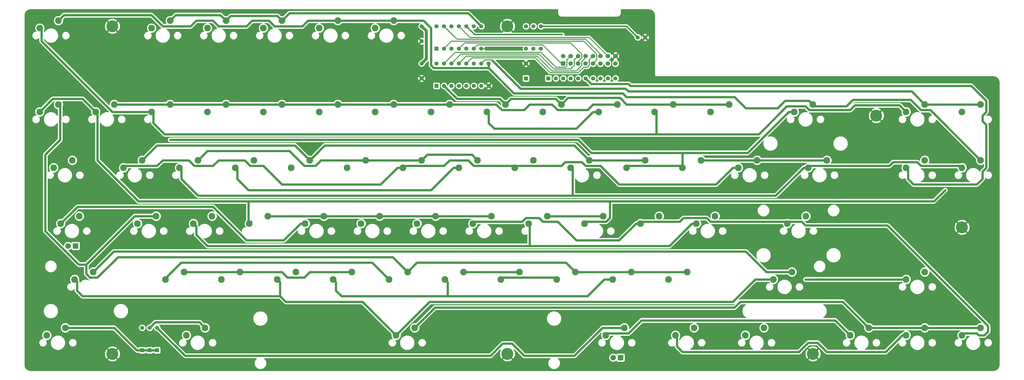
<source format=gbr>
G04 #@! TF.FileFunction,Copper,L1,Top,Signal*
%FSLAX46Y46*%
G04 Gerber Fmt 4.6, Leading zero omitted, Abs format (unit mm)*
G04 Created by KiCad (PCBNEW 4.0.7) date 01/01/19 19:01:51*
%MOMM*%
%LPD*%
G01*
G04 APERTURE LIST*
%ADD10C,0.100000*%
%ADD11C,2.286000*%
%ADD12C,1.397000*%
%ADD13R,1.397000X1.397000*%
%ADD14C,4.064000*%
%ADD15R,1.524000X1.524000*%
%ADD16C,1.524000*%
%ADD17C,1.905000*%
%ADD18R,1.905000X1.905000*%
%ADD19C,0.600000*%
%ADD20C,1.000000*%
%ADD21C,0.375000*%
%ADD22C,0.750000*%
%ADD23C,0.500000*%
%ADD24C,0.254000*%
G04 APERTURE END LIST*
D10*
D11*
X245745000Y-119380000D03*
X239395000Y-121920000D03*
X74295000Y-119380000D03*
X67945000Y-121920000D03*
X93345000Y-119380000D03*
X86995000Y-121920000D03*
X112395000Y-119380000D03*
X106045000Y-121920000D03*
X131445000Y-119380000D03*
X125095000Y-121920000D03*
X150495000Y-119380000D03*
X144145000Y-121920000D03*
X169545000Y-119380000D03*
X163195000Y-121920000D03*
X188595000Y-119380000D03*
X182245000Y-121920000D03*
X207645000Y-119380000D03*
X201295000Y-121920000D03*
X226695000Y-119380000D03*
X220345000Y-121920000D03*
X264795000Y-119380000D03*
X258445000Y-121920000D03*
X283845000Y-119380000D03*
X277495000Y-121920000D03*
X317182500Y-138430000D03*
X310832500Y-140970000D03*
X274320000Y-138430000D03*
X267970000Y-140970000D03*
X293370000Y-138430000D03*
X287020000Y-140970000D03*
X260032500Y-157480000D03*
X253682500Y-160020000D03*
X279082500Y-157480000D03*
X272732500Y-160020000D03*
X55245000Y-119380000D03*
X48895000Y-121920000D03*
X231457500Y-176530000D03*
X225107500Y-179070000D03*
X250507500Y-176530000D03*
X244157500Y-179070000D03*
X269557500Y-176530000D03*
X263207500Y-179070000D03*
X295751250Y-195580000D03*
X289401250Y-198120000D03*
X88582500Y-157480000D03*
X82232500Y-160020000D03*
X174307500Y-176530000D03*
X167957500Y-179070000D03*
X136207500Y-176530000D03*
X129857500Y-179070000D03*
X126682500Y-157480000D03*
X120332500Y-160020000D03*
X121920000Y-138430000D03*
X115570000Y-140970000D03*
X145732500Y-157480000D03*
X139382500Y-160020000D03*
X164782500Y-157480000D03*
X158432500Y-160020000D03*
X183832500Y-157480000D03*
X177482500Y-160020000D03*
X217170000Y-138430000D03*
X210820000Y-140970000D03*
X202882500Y-157480000D03*
X196532500Y-160020000D03*
X221932500Y-157480000D03*
X215582500Y-160020000D03*
X240982500Y-157480000D03*
X234632500Y-160020000D03*
X212407500Y-176530000D03*
X206057500Y-179070000D03*
X193357500Y-176530000D03*
X187007500Y-179070000D03*
X236220000Y-138430000D03*
X229870000Y-140970000D03*
X255270000Y-138430000D03*
X248920000Y-140970000D03*
X83820000Y-138430000D03*
X77470000Y-140970000D03*
X140970000Y-138430000D03*
X134620000Y-140970000D03*
X107632500Y-157480000D03*
X101282500Y-160020000D03*
X160020000Y-138430000D03*
X153670000Y-140970000D03*
X198120000Y-138430000D03*
X191770000Y-140970000D03*
X155257500Y-176530000D03*
X148907500Y-179070000D03*
X102870000Y-138430000D03*
X96520000Y-140970000D03*
X117157500Y-176530000D03*
X110807500Y-179070000D03*
X179070000Y-138430000D03*
X172720000Y-140970000D03*
X98107500Y-176530000D03*
X91757500Y-179070000D03*
X67151250Y-176530000D03*
X60801250Y-179070000D03*
X57626250Y-195580000D03*
X51276250Y-198120000D03*
X105251250Y-195580000D03*
X98901250Y-198120000D03*
X62388750Y-157480000D03*
X56038750Y-160020000D03*
X248126250Y-195580000D03*
X241776250Y-198120000D03*
X93345000Y-90805000D03*
X86995000Y-93345000D03*
X112395000Y-90805000D03*
X106045000Y-93345000D03*
X131445000Y-90805000D03*
X125095000Y-93345000D03*
X150495000Y-90805000D03*
X144145000Y-93345000D03*
X169545000Y-90805000D03*
X163195000Y-93345000D03*
X55245000Y-90805000D03*
X48895000Y-93345000D03*
X60007500Y-138430000D03*
X53657500Y-140970000D03*
X369570000Y-138430000D03*
X363220000Y-140970000D03*
X312420000Y-119380000D03*
X306070000Y-121920000D03*
X310038750Y-157480000D03*
X303688750Y-160020000D03*
X176688750Y-195580000D03*
X170338750Y-198120000D03*
X369570000Y-119380000D03*
X363220000Y-121920000D03*
X350520000Y-119380000D03*
X344170000Y-121920000D03*
X350520000Y-138430000D03*
X344170000Y-140970000D03*
X331470000Y-195580000D03*
X325120000Y-198120000D03*
X350520000Y-176530000D03*
X344170000Y-179070000D03*
X350520000Y-195580000D03*
X344170000Y-198120000D03*
X369570000Y-195580000D03*
X363220000Y-198120000D03*
X271938750Y-195580000D03*
X265588750Y-198120000D03*
X305276250Y-176530000D03*
X298926250Y-179070000D03*
D12*
X179070000Y-105410000D03*
X179070000Y-110490000D03*
X179070000Y-92710000D03*
X179070000Y-97790000D03*
D13*
X214630000Y-110490000D03*
D12*
X214630000Y-105410000D03*
X252730000Y-96520000D03*
X255270000Y-96520000D03*
X83820000Y-195580000D03*
D13*
X83820000Y-203200000D03*
D12*
X86360000Y-195580000D03*
D13*
X86360000Y-203200000D03*
D12*
X88900000Y-195580000D03*
D13*
X88900000Y-203200000D03*
D14*
X73660000Y-92710000D03*
X208280000Y-92710000D03*
X334010000Y-123190000D03*
X73660000Y-204470000D03*
X208280000Y-204470000D03*
X312420000Y-204470000D03*
D15*
X227330000Y-105410000D03*
D16*
X227330000Y-102870000D03*
X229870000Y-105410000D03*
X229870000Y-102870000D03*
X232410000Y-105410000D03*
X232410000Y-102870000D03*
X234950000Y-105410000D03*
X234950000Y-102870000D03*
X237490000Y-105410000D03*
X237490000Y-102870000D03*
X240030000Y-105410000D03*
X240030000Y-102870000D03*
X242570000Y-105410000D03*
X242570000Y-102870000D03*
X245110000Y-105410000D03*
X245110000Y-102870000D03*
D12*
X219710000Y-100330000D03*
X219710000Y-92710000D03*
X214630000Y-100330000D03*
X214630000Y-92710000D03*
D13*
X222250000Y-110490000D03*
D12*
X224790000Y-110490000D03*
X227330000Y-110490000D03*
X229870000Y-110490000D03*
X232410000Y-110490000D03*
X234950000Y-110490000D03*
X237490000Y-110490000D03*
X240030000Y-110490000D03*
X242570000Y-110490000D03*
X245110000Y-110490000D03*
D13*
X184150000Y-113030000D03*
D12*
X186690000Y-113030000D03*
X189230000Y-113030000D03*
X191770000Y-113030000D03*
X194310000Y-113030000D03*
X196850000Y-113030000D03*
X199390000Y-113030000D03*
X201930000Y-113030000D03*
X201930000Y-105410000D03*
X199390000Y-105410000D03*
X196850000Y-105410000D03*
X194310000Y-105410000D03*
X191770000Y-105410000D03*
X189230000Y-105410000D03*
X186690000Y-105410000D03*
X184150000Y-105410000D03*
D13*
X184150000Y-100330000D03*
D12*
X186690000Y-100330000D03*
X189230000Y-100330000D03*
X191770000Y-100330000D03*
X194310000Y-100330000D03*
X196850000Y-100330000D03*
X199390000Y-100330000D03*
X199390000Y-92710000D03*
X196850000Y-92710000D03*
X194310000Y-92710000D03*
X191770000Y-92710000D03*
X189230000Y-92710000D03*
X186690000Y-92710000D03*
X184150000Y-92710000D03*
D14*
X363220000Y-161290000D03*
D17*
X244316250Y-205740000D03*
D18*
X246856250Y-205740000D03*
D12*
X217170000Y-100330000D03*
X217170000Y-92710000D03*
D17*
X58578750Y-167640000D03*
D18*
X61118750Y-167640000D03*
D19*
X202247500Y-94615000D03*
X203200000Y-100330000D03*
X257175000Y-195580000D03*
X300990000Y-197485000D03*
X306705000Y-197485000D03*
X321310000Y-181610000D03*
X334010000Y-181610000D03*
X163195000Y-109855000D03*
X145415000Y-109855000D03*
X121920000Y-109855000D03*
X52705000Y-170180000D03*
X85725000Y-109855000D03*
X80010000Y-124460000D03*
X71755000Y-162877500D03*
X64135000Y-167640000D03*
X314960000Y-127000000D03*
X304165000Y-148590000D03*
X304165000Y-142240000D03*
X334010000Y-143510000D03*
X305435000Y-136525000D03*
X281305000Y-195580000D03*
X281305000Y-191135000D03*
X334010000Y-156210000D03*
X357505000Y-148590000D03*
X152400000Y-152400000D03*
X227330000Y-129540000D03*
X191770000Y-129540000D03*
X277495000Y-113030000D03*
X103505000Y-154305000D03*
X158750000Y-150495000D03*
X127000000Y-150495000D03*
X183515000Y-131445000D03*
X93345000Y-131445000D03*
X144780000Y-131445000D03*
X309880000Y-179070000D03*
X255905000Y-146685000D03*
X279082500Y-157480000D03*
X196850000Y-133350000D03*
X227012500Y-95567500D03*
D20*
X179070000Y-105410000D02*
X180657500Y-103822500D01*
X180657500Y-94297500D02*
X179070000Y-92710000D01*
X180657500Y-103822500D02*
X180657500Y-94297500D01*
D21*
X214630000Y-105410000D02*
X218440000Y-109220000D01*
X240665000Y-109220000D02*
X218440000Y-109220000D01*
X243840000Y-104140000D02*
X245110000Y-102870000D01*
X243840000Y-106045000D02*
X240665000Y-109220000D01*
X243840000Y-104140000D02*
X243840000Y-106045000D01*
X245110000Y-102870000D02*
X236855000Y-94615000D01*
X210185000Y-94615000D02*
X208280000Y-92710000D01*
X236855000Y-94615000D02*
X210185000Y-94615000D01*
X206375000Y-94615000D02*
X208280000Y-92710000D01*
X202247500Y-94615000D02*
X206375000Y-94615000D01*
X245110000Y-102870000D02*
X247015000Y-100965000D01*
X250825000Y-100965000D02*
X255270000Y-96520000D01*
X247015000Y-100965000D02*
X250825000Y-100965000D01*
X199390000Y-100330000D02*
X203200000Y-100330000D01*
X257175000Y-195580000D02*
X267335000Y-195580000D01*
X279400000Y-197485000D02*
X269240000Y-197485000D01*
X269240000Y-197485000D02*
X267335000Y-195580000D01*
X281305000Y-195580000D02*
X279400000Y-197485000D01*
X300990000Y-197485000D02*
X306705000Y-197485000D01*
X292735000Y-197485000D02*
X290830000Y-195580000D01*
X281305000Y-195580000D02*
X290830000Y-195580000D01*
X300990000Y-197485000D02*
X292735000Y-197485000D01*
X321310000Y-181610000D02*
X334010000Y-181610000D01*
X73660000Y-92710000D02*
X85725000Y-104775000D01*
X85725000Y-104775000D02*
X85725000Y-109855000D01*
X73660000Y-204470000D02*
X69850000Y-208280000D01*
X69850000Y-208280000D02*
X51435000Y-208280000D01*
X177482500Y-108902500D02*
X177482500Y-99377500D01*
X177482500Y-99377500D02*
X179070000Y-97790000D01*
X179070000Y-110490000D02*
X180340000Y-111760000D01*
X200660000Y-111760000D02*
X201930000Y-113030000D01*
X180340000Y-111760000D02*
X200660000Y-111760000D01*
X176530000Y-109855000D02*
X163195000Y-109855000D01*
X163195000Y-109855000D02*
X145415000Y-109855000D01*
X145415000Y-109855000D02*
X121920000Y-109855000D01*
X177482500Y-108902500D02*
X179070000Y-110490000D01*
X177482500Y-108902500D02*
X176530000Y-109855000D01*
X85725000Y-109855000D02*
X121920000Y-109855000D01*
X71755000Y-162877500D02*
X66992500Y-167640000D01*
X51435000Y-208280000D02*
X46990000Y-203835000D01*
X46990000Y-203835000D02*
X46990000Y-175895000D01*
X46990000Y-175895000D02*
X52705000Y-170180000D01*
X66992500Y-167640000D02*
X64135000Y-167640000D01*
X328930000Y-148590000D02*
X304165000Y-148590000D01*
X334010000Y-143510000D02*
X328930000Y-148590000D01*
X305435000Y-136525000D02*
X314960000Y-127000000D01*
X358140000Y-156210000D02*
X363220000Y-161290000D01*
X334010000Y-156210000D02*
X358140000Y-156210000D01*
X234950000Y-97155000D02*
X191135000Y-97155000D01*
X240030000Y-102235000D02*
X234950000Y-97155000D01*
X191135000Y-97155000D02*
X186690000Y-92710000D01*
X240030000Y-102870000D02*
X240030000Y-102235000D01*
D22*
X67151250Y-176530000D02*
X74136250Y-169545000D01*
X289560000Y-169545000D02*
X296545000Y-176530000D01*
X74136250Y-169545000D02*
X289560000Y-169545000D01*
X305276250Y-176530000D02*
X296545000Y-176530000D01*
X86360000Y-203200000D02*
X88900000Y-203200000D01*
X83820000Y-203200000D02*
X86360000Y-203200000D01*
X57626250Y-195580000D02*
X74295000Y-195580000D01*
X81915000Y-203200000D02*
X83820000Y-203200000D01*
X74295000Y-195580000D02*
X81915000Y-203200000D01*
X133985000Y-88265000D02*
X194945000Y-88265000D01*
X131445000Y-90805000D02*
X133985000Y-88265000D01*
X194945000Y-88265000D02*
X199390000Y-92710000D01*
X112395000Y-90805000D02*
X113982500Y-89217500D01*
X129857500Y-89217500D02*
X131445000Y-90805000D01*
X113982500Y-89217500D02*
X129857500Y-89217500D01*
X93345000Y-90805000D02*
X95250000Y-88900000D01*
X110490000Y-88900000D02*
X112395000Y-90805000D01*
X95250000Y-88900000D02*
X110490000Y-88900000D01*
X86360000Y-195580000D02*
X88265000Y-193675000D01*
X103346250Y-193675000D02*
X105251250Y-195580000D01*
X88265000Y-193675000D02*
X103346250Y-193675000D01*
X88900000Y-195580000D02*
X98425000Y-205105000D01*
X213995000Y-205105000D02*
X209867500Y-200977500D01*
X206692500Y-200977500D02*
X202565000Y-205105000D01*
X209867500Y-200977500D02*
X206692500Y-200977500D01*
X98425000Y-205105000D02*
X202565000Y-205105000D01*
X213995000Y-205105000D02*
X231140000Y-205105000D01*
X231140000Y-205105000D02*
X240665000Y-195580000D01*
X248126250Y-195580000D02*
X240665000Y-195580000D01*
X170338750Y-198120000D02*
X158908750Y-186690000D01*
X158908750Y-186690000D02*
X132715000Y-186690000D01*
X130810000Y-184785000D02*
X130810000Y-180022500D01*
X130810000Y-180022500D02*
X129857500Y-179070000D01*
X63500000Y-184785000D02*
X130810000Y-184785000D01*
X130810000Y-184785000D02*
X132715000Y-186690000D01*
X61595000Y-182880000D02*
X61595000Y-179863750D01*
X63500000Y-184785000D02*
X61595000Y-182880000D01*
X61595000Y-179863750D02*
X60801250Y-179070000D01*
X170338750Y-198120000D02*
X181768750Y-186690000D01*
X181768750Y-186690000D02*
X285115000Y-186690000D01*
X285115000Y-186690000D02*
X292735000Y-179070000D01*
X292735000Y-179070000D02*
X298926250Y-179070000D01*
X215582500Y-160020000D02*
X215900000Y-160337500D01*
X215900000Y-160337500D02*
X215900000Y-167640000D01*
X101282500Y-160020000D02*
X102235000Y-160972500D01*
X271145000Y-160020000D02*
X272732500Y-160020000D01*
X263525000Y-167640000D02*
X271145000Y-160020000D01*
X106045000Y-167640000D02*
X215900000Y-167640000D01*
X215900000Y-167640000D02*
X263525000Y-167640000D01*
X102235000Y-163830000D02*
X106045000Y-167640000D01*
X102235000Y-160972500D02*
X102235000Y-163830000D01*
X101580000Y-160317500D02*
X101282500Y-160020000D01*
X231775000Y-127635000D02*
X203835000Y-127635000D01*
X231775000Y-127635000D02*
X237490000Y-121920000D01*
X239395000Y-121920000D02*
X237490000Y-121920000D01*
X203835000Y-127635000D02*
X201930000Y-125730000D01*
X201930000Y-125730000D02*
X201930000Y-122555000D01*
X201930000Y-122555000D02*
X201295000Y-121920000D01*
X129222500Y-178435000D02*
X129857500Y-179070000D01*
X130810000Y-180022500D02*
X129857500Y-179070000D01*
X243205000Y-152400000D02*
X353695000Y-152400000D01*
X353695000Y-152400000D02*
X357505000Y-148590000D01*
X241935000Y-159385000D02*
X243205000Y-158115000D01*
X243205000Y-158115000D02*
X243205000Y-152400000D01*
X120332500Y-160020000D02*
X120015000Y-159702500D01*
X120015000Y-159702500D02*
X120015000Y-152400000D01*
X243205000Y-152400000D02*
X152400000Y-152400000D01*
X152400000Y-152400000D02*
X120015000Y-152400000D01*
X120015000Y-152400000D02*
X82550000Y-152400000D01*
X68580000Y-122555000D02*
X68580000Y-138430000D01*
X68580000Y-138430000D02*
X82550000Y-152400000D01*
X120332500Y-160020000D02*
X120967500Y-159385000D01*
X234632500Y-160020000D02*
X233997500Y-159385000D01*
X67945000Y-121920000D02*
X63500000Y-117475000D01*
X53340000Y-117475000D02*
X48895000Y-121920000D01*
X63500000Y-117475000D02*
X53340000Y-117475000D01*
X235267500Y-159385000D02*
X241935000Y-159385000D01*
X234632500Y-160020000D02*
X235267500Y-159385000D01*
D21*
X219710000Y-101600000D02*
X224849998Y-106739998D01*
X228600000Y-104140000D02*
X229870000Y-102870000D01*
X228600000Y-106362500D02*
X228600000Y-104140000D01*
X228222502Y-106739998D02*
X228600000Y-106362500D01*
X224849998Y-106739998D02*
X228222502Y-106739998D01*
X190500000Y-101600000D02*
X219710000Y-101600000D01*
X186690000Y-105410000D02*
X190500000Y-101600000D01*
D22*
X259080000Y-129540000D02*
X227330000Y-129540000D01*
X227330000Y-129540000D02*
X191770000Y-129540000D01*
X206057500Y-179070000D02*
X206692500Y-178435000D01*
X206692500Y-178435000D02*
X224472500Y-178435000D01*
X224472500Y-178435000D02*
X225107500Y-179070000D01*
X341630000Y-119697500D02*
X326707500Y-119697500D01*
X326707500Y-119697500D02*
X325120000Y-121285000D01*
X341630000Y-119697500D02*
X341947500Y-119697500D01*
X341947500Y-119697500D02*
X344170000Y-121920000D01*
X311150000Y-121285000D02*
X325120000Y-121285000D01*
X303530000Y-120015000D02*
X294005000Y-129540000D01*
X259080000Y-129540000D02*
X294005000Y-129540000D01*
X309880000Y-120015000D02*
X303530000Y-120015000D01*
X311150000Y-121285000D02*
X309880000Y-120015000D01*
X259080000Y-129540000D02*
X259080000Y-122555000D01*
X259080000Y-122555000D02*
X258445000Y-121920000D01*
X87630000Y-125730000D02*
X91440000Y-129540000D01*
X87630000Y-125730000D02*
X87630000Y-122555000D01*
X91440000Y-129540000D02*
X191770000Y-129540000D01*
X116205000Y-144780000D02*
X120015000Y-148590000D01*
X182245000Y-148590000D02*
X189865000Y-140970000D01*
X120015000Y-148590000D02*
X182245000Y-148590000D01*
X259080000Y-122555000D02*
X258445000Y-121920000D01*
X86995000Y-121920000D02*
X87630000Y-122555000D01*
X86995000Y-121920000D02*
X73660000Y-121920000D01*
X49530000Y-97790000D02*
X49530000Y-93980000D01*
X73660000Y-121920000D02*
X49530000Y-97790000D01*
X49530000Y-93980000D02*
X48895000Y-93345000D01*
X49530000Y-93980000D02*
X48895000Y-93345000D01*
X116205000Y-141605000D02*
X116205000Y-144780000D01*
X189865000Y-140970000D02*
X191770000Y-140970000D01*
X115570000Y-140970000D02*
X116205000Y-141605000D01*
D21*
X229870000Y-107315000D02*
X224155000Y-107315000D01*
X224155000Y-107315000D02*
X219075000Y-102235000D01*
X232410000Y-102870000D02*
X231140000Y-104140000D01*
X229870000Y-107315000D02*
X231140000Y-106045000D01*
X231140000Y-106045000D02*
X231140000Y-104140000D01*
X192405000Y-102235000D02*
X219075000Y-102235000D01*
X192405000Y-102235000D02*
X189230000Y-105410000D01*
D22*
X250190000Y-113030000D02*
X249555000Y-112395000D01*
X236855000Y-112395000D02*
X234950000Y-110490000D01*
X249555000Y-112395000D02*
X236855000Y-112395000D01*
X277495000Y-113030000D02*
X250190000Y-113030000D01*
X149860000Y-180022500D02*
X148907500Y-179070000D01*
X151765000Y-184785000D02*
X149860000Y-182880000D01*
X149860000Y-182880000D02*
X149860000Y-180022500D01*
X371475000Y-118110000D02*
X371475000Y-121920000D01*
X371475000Y-118110000D02*
X366395000Y-113030000D01*
X371475000Y-126365000D02*
X370205000Y-125095000D01*
X370205000Y-125095000D02*
X370205000Y-123190000D01*
X344805000Y-144780000D02*
X346710000Y-146685000D01*
X346710000Y-146685000D02*
X368300000Y-146685000D01*
X368300000Y-146685000D02*
X370205000Y-144780000D01*
X370205000Y-144780000D02*
X370205000Y-142240000D01*
X370205000Y-142240000D02*
X371475000Y-140970000D01*
X371475000Y-140970000D02*
X371475000Y-126365000D01*
X344805000Y-141605000D02*
X344805000Y-144780000D01*
X277495000Y-113030000D02*
X366395000Y-113030000D01*
X371475000Y-121920000D02*
X370205000Y-123190000D01*
X56038750Y-160020000D02*
X61753750Y-154305000D01*
X61753750Y-154305000D02*
X103505000Y-154305000D01*
X119380000Y-165735000D02*
X107950000Y-154305000D01*
X137795000Y-160020000D02*
X132080000Y-165735000D01*
X132080000Y-165735000D02*
X119380000Y-165735000D01*
X139382500Y-160020000D02*
X137795000Y-160020000D01*
X107950000Y-154305000D02*
X103505000Y-154305000D01*
X187960000Y-184785000D02*
X151765000Y-184785000D01*
X187960000Y-184785000D02*
X187960000Y-180022500D01*
X187960000Y-180022500D02*
X187007500Y-179070000D01*
X187007500Y-179070000D02*
X187325000Y-179387500D01*
X344170000Y-140970000D02*
X344805000Y-141605000D01*
X244157500Y-179070000D02*
X244792500Y-178435000D01*
X244157500Y-179070000D02*
X241300000Y-179070000D01*
X235585000Y-184785000D02*
X187960000Y-184785000D01*
X241300000Y-179070000D02*
X235585000Y-184785000D01*
D21*
X231775000Y-107950000D02*
X223520000Y-107950000D01*
X223520000Y-107950000D02*
X218440000Y-102870000D01*
X234950000Y-102870000D02*
X234950000Y-103505000D01*
X234950000Y-103505000D02*
X233680000Y-104775000D01*
X233680000Y-104775000D02*
X233680000Y-106045000D01*
X194310000Y-102870000D02*
X218440000Y-102870000D01*
X191770000Y-105410000D02*
X194310000Y-102870000D01*
X231775000Y-107950000D02*
X233680000Y-106045000D01*
D22*
X349250000Y-140335000D02*
X362585000Y-140335000D01*
X362585000Y-140335000D02*
X363220000Y-140970000D01*
X241776250Y-198120000D02*
X242411250Y-197485000D01*
X242411250Y-197485000D02*
X249555000Y-197485000D01*
X320040000Y-193040000D02*
X254000000Y-193040000D01*
X254000000Y-193040000D02*
X249555000Y-197485000D01*
X325120000Y-198120000D02*
X320040000Y-193040000D01*
X347980000Y-139065000D02*
X339725000Y-139065000D01*
X349250000Y-140335000D02*
X347980000Y-139065000D01*
X310832500Y-140970000D02*
X309245000Y-140970000D01*
X309245000Y-140970000D02*
X299720000Y-150495000D01*
X310832500Y-140970000D02*
X311467500Y-140335000D01*
X311467500Y-140335000D02*
X338455000Y-140335000D01*
X338455000Y-140335000D02*
X339725000Y-139065000D01*
X229870000Y-140970000D02*
X230505000Y-141605000D01*
X230505000Y-141605000D02*
X230505000Y-150495000D01*
X158750000Y-150495000D02*
X230505000Y-150495000D01*
X230505000Y-150495000D02*
X299720000Y-150495000D01*
X97155000Y-144780000D02*
X102870000Y-150495000D01*
X102870000Y-150495000D02*
X127000000Y-150495000D01*
X127000000Y-150495000D02*
X158750000Y-150495000D01*
X97155000Y-144780000D02*
X97155000Y-141605000D01*
X97155000Y-141605000D02*
X96520000Y-140970000D01*
D21*
X235585000Y-106680000D02*
X234315000Y-106680000D01*
X234315000Y-106680000D02*
X232410000Y-108585000D01*
X232410000Y-108585000D02*
X222885000Y-108585000D01*
X222885000Y-108585000D02*
X217805000Y-103505000D01*
X237490000Y-102870000D02*
X236220000Y-104140000D01*
X236220000Y-106045000D02*
X235585000Y-106680000D01*
X236220000Y-104140000D02*
X236220000Y-106045000D01*
X196215000Y-103505000D02*
X217805000Y-103505000D01*
X194310000Y-105410000D02*
X196215000Y-103505000D01*
D22*
X248920000Y-140970000D02*
X249555000Y-140335000D01*
X249555000Y-140335000D02*
X267335000Y-140335000D01*
X267335000Y-140335000D02*
X267970000Y-140970000D01*
X183515000Y-131445000D02*
X232410000Y-131445000D01*
X232410000Y-131445000D02*
X236855000Y-135890000D01*
X236855000Y-135890000D02*
X267970000Y-135890000D01*
X183515000Y-131445000D02*
X144780000Y-131445000D01*
X93345000Y-131445000D02*
X144780000Y-131445000D01*
X306070000Y-121920000D02*
X304165000Y-121920000D01*
X304165000Y-121920000D02*
X290195000Y-135890000D01*
X267970000Y-140970000D02*
X267970000Y-135890000D01*
X290195000Y-135890000D02*
X267970000Y-135890000D01*
X344170000Y-179070000D02*
X309880000Y-179070000D01*
X248920000Y-140970000D02*
X249555000Y-140335000D01*
X307657500Y-203835000D02*
X310832500Y-200660000D01*
X314007500Y-200660000D02*
X317182500Y-203835000D01*
X310832500Y-200660000D02*
X314007500Y-200660000D01*
X186690000Y-140335000D02*
X173355000Y-140335000D01*
X188595000Y-138430000D02*
X194945000Y-138430000D01*
X186690000Y-140335000D02*
X188595000Y-138430000D01*
X227965000Y-139065000D02*
X233680000Y-139065000D01*
X246380000Y-146685000D02*
X255905000Y-146685000D01*
X226695000Y-140335000D02*
X211455000Y-140335000D01*
X227965000Y-139065000D02*
X226695000Y-140335000D01*
X233680000Y-139065000D02*
X234950000Y-140335000D01*
X234950000Y-140335000D02*
X240030000Y-140335000D01*
X240030000Y-140335000D02*
X246380000Y-146685000D01*
X196850000Y-140335000D02*
X210185000Y-140335000D01*
X210185000Y-140335000D02*
X210820000Y-140970000D01*
X173355000Y-140335000D02*
X172720000Y-140970000D01*
X120650000Y-140335000D02*
X125095000Y-140335000D01*
X125095000Y-140335000D02*
X131445000Y-146685000D01*
X101600000Y-140335000D02*
X107950000Y-140335000D01*
X107950000Y-140335000D02*
X109855000Y-138430000D01*
X88900000Y-140335000D02*
X78105000Y-140335000D01*
X78105000Y-140335000D02*
X77470000Y-140970000D01*
X210820000Y-140970000D02*
X211455000Y-140335000D01*
X287020000Y-140970000D02*
X285115000Y-140970000D01*
X285115000Y-140970000D02*
X279400000Y-146685000D01*
X255905000Y-146685000D02*
X256540000Y-146685000D01*
X256540000Y-146685000D02*
X279400000Y-146685000D01*
X165100000Y-146685000D02*
X170815000Y-140970000D01*
X172720000Y-140970000D02*
X170815000Y-140970000D01*
X131445000Y-146685000D02*
X165100000Y-146685000D01*
X77470000Y-140970000D02*
X78105000Y-140335000D01*
X99695000Y-138430000D02*
X90805000Y-138430000D01*
X101600000Y-140335000D02*
X99695000Y-138430000D01*
X120650000Y-140335000D02*
X118745000Y-138430000D01*
X118745000Y-138430000D02*
X109855000Y-138430000D01*
X90805000Y-138430000D02*
X88900000Y-140335000D01*
X194945000Y-138430000D02*
X196850000Y-140335000D01*
X172720000Y-140970000D02*
X173355000Y-140335000D01*
X267970000Y-203835000D02*
X307657500Y-203835000D01*
X317182500Y-203835000D02*
X335280000Y-203835000D01*
X266065000Y-201930000D02*
X267970000Y-203835000D01*
X266065000Y-198596250D02*
X266065000Y-201930000D01*
X337185000Y-203835000D02*
X342900000Y-198120000D01*
X335280000Y-203835000D02*
X337185000Y-203835000D01*
X265588750Y-198120000D02*
X266065000Y-198596250D01*
X344170000Y-198120000D02*
X342900000Y-198120000D01*
X225425000Y-159385000D02*
X220345000Y-159385000D01*
X220345000Y-159385000D02*
X219075000Y-158115000D01*
X253682500Y-160020000D02*
X254317500Y-159385000D01*
X254317500Y-159385000D02*
X267017500Y-159385000D01*
X268287500Y-158115000D02*
X276225000Y-158115000D01*
X267017500Y-159385000D02*
X268287500Y-158115000D01*
X276225000Y-158115000D02*
X277495000Y-159385000D01*
X277495000Y-159385000D02*
X303053750Y-159385000D01*
X303053750Y-159385000D02*
X303688750Y-160020000D01*
X372110000Y-196850000D02*
X372110000Y-194945000D01*
X372110000Y-194945000D02*
X337820000Y-160655000D01*
X253682500Y-160020000D02*
X254000000Y-160020000D01*
X231775000Y-165735000D02*
X244475000Y-165735000D01*
X225425000Y-159385000D02*
X231775000Y-165735000D01*
X197167500Y-159385000D02*
X213360000Y-159385000D01*
X213360000Y-159385000D02*
X214630000Y-158115000D01*
X214630000Y-158115000D02*
X217170000Y-158115000D01*
X217170000Y-158115000D02*
X219075000Y-158115000D01*
X252095000Y-160020000D02*
X253682500Y-160020000D01*
X246380000Y-165735000D02*
X252095000Y-160020000D01*
X244475000Y-165735000D02*
X246380000Y-165735000D01*
X196532500Y-160020000D02*
X197167500Y-159385000D01*
X97120001Y-173320001D02*
X162207501Y-173320001D01*
X162207501Y-173320001D02*
X167957500Y-179070000D01*
X368935000Y-198120000D02*
X370840000Y-198120000D01*
X370840000Y-198120000D02*
X372110000Y-196850000D01*
X368300000Y-197485000D02*
X368935000Y-198120000D01*
X363855000Y-197485000D02*
X368300000Y-197485000D01*
X337820000Y-160655000D02*
X309880000Y-160655000D01*
X167640000Y-178752500D02*
X167957500Y-179070000D01*
X91757500Y-179070000D02*
X91757500Y-178682502D01*
X91757500Y-178682502D02*
X97120001Y-173320001D01*
X308610000Y-159385000D02*
X304323750Y-159385000D01*
X309880000Y-160655000D02*
X308610000Y-159385000D01*
X304323750Y-159385000D02*
X303688750Y-160020000D01*
X363220000Y-198120000D02*
X363855000Y-197485000D01*
X253682500Y-160020000D02*
X254000000Y-159702500D01*
D21*
X196850000Y-92710000D02*
X196850000Y-92769998D01*
D22*
X213995000Y-121285000D02*
X215900000Y-119380000D01*
X215900000Y-119380000D02*
X223520000Y-119380000D01*
X204470000Y-119380000D02*
X188595000Y-119380000D01*
X223520000Y-119380000D02*
X225425000Y-121285000D01*
X235585000Y-121285000D02*
X237490000Y-119380000D01*
X245745000Y-119380000D02*
X237490000Y-119380000D01*
X204470000Y-119380000D02*
X206375000Y-121285000D01*
X225425000Y-121285000D02*
X235585000Y-121285000D01*
X213995000Y-121285000D02*
X206375000Y-121285000D01*
X93345000Y-119380000D02*
X112395000Y-119380000D01*
X74295000Y-119380000D02*
X93345000Y-119380000D01*
X131445000Y-119380000D02*
X112395000Y-119380000D01*
X131445000Y-119380000D02*
X150495000Y-119380000D01*
X169545000Y-119380000D02*
X150495000Y-119380000D01*
X188595000Y-119380000D02*
X169545000Y-119380000D01*
X248920000Y-119380000D02*
X246697500Y-117157500D01*
X228917500Y-117157500D02*
X226695000Y-119380000D01*
X246697500Y-117157500D02*
X228917500Y-117157500D01*
X207645000Y-119380000D02*
X205740000Y-117475000D01*
X191135000Y-117475000D02*
X186690000Y-113030000D01*
X205740000Y-117475000D02*
X191135000Y-117475000D01*
X207645000Y-119380000D02*
X209550000Y-117475000D01*
X209550000Y-117475000D02*
X224790000Y-117475000D01*
X224790000Y-117475000D02*
X226695000Y-119380000D01*
X264795000Y-119380000D02*
X248920000Y-119380000D01*
X283845000Y-119380000D02*
X264795000Y-119380000D01*
X293370000Y-138430000D02*
X317182500Y-138430000D01*
X274320000Y-138430000D02*
X293370000Y-138430000D01*
X64770000Y-173990000D02*
X62230000Y-173990000D01*
X50800000Y-162560000D02*
X50800000Y-136525000D01*
X62230000Y-173990000D02*
X50800000Y-162560000D01*
X174307500Y-176530000D02*
X177482500Y-173355000D01*
X228282500Y-173355000D02*
X231457500Y-176530000D01*
X177482500Y-173355000D02*
X228282500Y-173355000D01*
X250507500Y-176530000D02*
X269557500Y-176530000D01*
X55245000Y-119380000D02*
X55880000Y-120015000D01*
X55880000Y-120015000D02*
X55880000Y-131445000D01*
X55880000Y-131445000D02*
X50800000Y-136525000D01*
X68580000Y-178435000D02*
X66040000Y-178435000D01*
X66040000Y-178435000D02*
X64770000Y-177165000D01*
X64770000Y-177165000D02*
X64770000Y-173990000D01*
X174307500Y-176530000D02*
X169227500Y-171450000D01*
X75565000Y-171450000D02*
X68580000Y-178435000D01*
X169227500Y-171450000D02*
X75565000Y-171450000D01*
X64770000Y-173990000D02*
X81280000Y-157480000D01*
X88582500Y-157480000D02*
X81280000Y-157480000D01*
X231457500Y-176530000D02*
X250507500Y-176530000D01*
X183832500Y-157480000D02*
X202882500Y-157480000D01*
X164782500Y-157480000D02*
X183832500Y-157480000D01*
X145732500Y-157480000D02*
X164782500Y-157480000D01*
X126682500Y-157480000D02*
X145732500Y-157480000D01*
X126682500Y-157480000D02*
X126682500Y-157162500D01*
X146050000Y-133350000D02*
X196850000Y-133350000D01*
X140970000Y-138430000D02*
X146050000Y-133350000D01*
X196850000Y-133350000D02*
X231140000Y-133350000D01*
X231140000Y-133350000D02*
X236220000Y-138430000D01*
X140970000Y-138430000D02*
X135890000Y-133350000D01*
X88900000Y-133350000D02*
X83820000Y-138430000D01*
X135890000Y-133350000D02*
X88900000Y-133350000D01*
X236220000Y-138430000D02*
X255270000Y-138430000D01*
X221932500Y-157480000D02*
X240982500Y-157480000D01*
X193357500Y-176530000D02*
X212407500Y-176530000D01*
X179070000Y-138430000D02*
X180975000Y-136525000D01*
X196215000Y-136525000D02*
X198120000Y-138430000D01*
X180975000Y-136525000D02*
X196215000Y-136525000D01*
X133350000Y-178435000D02*
X139065000Y-178435000D01*
X139065000Y-178435000D02*
X140970000Y-176530000D01*
X142875000Y-140335000D02*
X139065000Y-140335000D01*
X144780000Y-138430000D02*
X142875000Y-140335000D01*
X102870000Y-138430000D02*
X106045000Y-135255000D01*
X106045000Y-135255000D02*
X133985000Y-135255000D01*
X133985000Y-135255000D02*
X139065000Y-140335000D01*
X98107500Y-176530000D02*
X117157500Y-176530000D01*
X133350000Y-178435000D02*
X131445000Y-176530000D01*
X131445000Y-176530000D02*
X117157500Y-176530000D01*
X155257500Y-176530000D02*
X144145000Y-176530000D01*
X144145000Y-176530000D02*
X140970000Y-176530000D01*
X144780000Y-138430000D02*
X160020000Y-138430000D01*
X179070000Y-138430000D02*
X160020000Y-138430000D01*
X248920000Y-116840000D02*
X247650000Y-115570000D01*
X210502500Y-115570000D02*
X201930000Y-106997500D01*
X247650000Y-115570000D02*
X210502500Y-115570000D01*
X90805000Y-92710000D02*
X86995000Y-88900000D01*
X57150000Y-88900000D02*
X55245000Y-90805000D01*
X86995000Y-88900000D02*
X57150000Y-88900000D01*
X169545000Y-90805000D02*
X179705000Y-90805000D01*
X182245000Y-106045000D02*
X183197500Y-106997500D01*
X182245000Y-93345000D02*
X182245000Y-106045000D01*
X179705000Y-90805000D02*
X182245000Y-93345000D01*
X183197500Y-106997500D02*
X201930000Y-106997500D01*
X201930000Y-106997500D02*
X201930000Y-105410000D01*
X289560000Y-120650000D02*
X285750000Y-116840000D01*
X285750000Y-116840000D02*
X248920000Y-116840000D01*
X311150000Y-118110000D02*
X302895000Y-118110000D01*
X302895000Y-118110000D02*
X300355000Y-120650000D01*
X300355000Y-120650000D02*
X294322500Y-120650000D01*
X294322500Y-120650000D02*
X289560000Y-120650000D01*
X312420000Y-119380000D02*
X311150000Y-118110000D01*
X349250000Y-121285000D02*
X352425000Y-121285000D01*
X352425000Y-121285000D02*
X369570000Y-138430000D01*
X312420000Y-119380000D02*
X313055000Y-120015000D01*
X313055000Y-120015000D02*
X323850000Y-120015000D01*
X345757500Y-117792500D02*
X326072500Y-117792500D01*
X326072500Y-117792500D02*
X323850000Y-120015000D01*
X349250000Y-121285000D02*
X345757500Y-117792500D01*
X150495000Y-90805000D02*
X169545000Y-90805000D01*
X128905000Y-92710000D02*
X138430000Y-92710000D01*
X119380000Y-92710000D02*
X121285000Y-90805000D01*
X121285000Y-90805000D02*
X127000000Y-90805000D01*
X127000000Y-90805000D02*
X128905000Y-92710000D01*
X90805000Y-92710000D02*
X100330000Y-92710000D01*
X107950000Y-90805000D02*
X109855000Y-92710000D01*
X102235000Y-90805000D02*
X107950000Y-90805000D01*
X100330000Y-92710000D02*
X102235000Y-90805000D01*
X109855000Y-92710000D02*
X119380000Y-92710000D01*
X140335000Y-90805000D02*
X150495000Y-90805000D01*
X138430000Y-92710000D02*
X140335000Y-90805000D01*
X212725000Y-113982500D02*
X248602500Y-113982500D01*
X203200000Y-104457500D02*
X212725000Y-113982500D01*
X248602500Y-113982500D02*
X249555000Y-114935000D01*
D21*
X199390000Y-105410000D02*
X200660000Y-104140000D01*
X200660000Y-104140000D02*
X202882500Y-104140000D01*
X202882500Y-104140000D02*
X203200000Y-104457500D01*
D22*
X350520000Y-119380000D02*
X346075000Y-114935000D01*
X346075000Y-114935000D02*
X249555000Y-114935000D01*
X199390000Y-105410000D02*
X199390000Y-105092500D01*
X183594375Y-188674375D02*
X285670625Y-188674375D01*
X285670625Y-188674375D02*
X287655000Y-186690000D01*
X331470000Y-195580000D02*
X322580000Y-186690000D01*
X322580000Y-186690000D02*
X287655000Y-186690000D01*
X183594375Y-188674375D02*
X176688750Y-195580000D01*
X350520000Y-195580000D02*
X331470000Y-195580000D01*
X369570000Y-195580000D02*
X350520000Y-195580000D01*
X369570000Y-119380000D02*
X350520000Y-119380000D01*
D21*
X227330000Y-105410000D02*
X226695000Y-105410000D01*
X226695000Y-105410000D02*
X220345000Y-99060000D01*
X198120000Y-99060000D02*
X220345000Y-99060000D01*
X198120000Y-99060000D02*
X196850000Y-100330000D01*
X233680000Y-102235000D02*
X229870000Y-98425000D01*
X233680000Y-103505000D02*
X233680000Y-102235000D01*
X191770000Y-100330000D02*
X193675000Y-98425000D01*
X193675000Y-98425000D02*
X229870000Y-98425000D01*
X233680000Y-103505000D02*
X232410000Y-104775000D01*
X232410000Y-105410000D02*
X232410000Y-104775000D01*
X238760000Y-102235000D02*
X234315000Y-97790000D01*
X238760000Y-102235000D02*
X238760000Y-104140000D01*
X186690000Y-100330000D02*
X189230000Y-97790000D01*
X234315000Y-97790000D02*
X189230000Y-97790000D01*
X238760000Y-104140000D02*
X237490000Y-105410000D01*
D23*
X252730000Y-96520000D02*
X248920000Y-92710000D01*
X248920000Y-92710000D02*
X219710000Y-92710000D01*
X197167500Y-95567500D02*
X194310000Y-92710000D01*
X197802500Y-95567500D02*
X197167500Y-95567500D01*
X227012500Y-95567500D02*
X197802500Y-95567500D01*
D21*
X242570000Y-102870000D02*
X236220000Y-96520000D01*
X195580000Y-96520000D02*
X191770000Y-92710000D01*
X236220000Y-96520000D02*
X195580000Y-96520000D01*
D24*
G36*
X225415644Y-87004356D02*
X225426200Y-87057423D01*
X225426200Y-88265000D01*
X225438378Y-88326223D01*
X225438378Y-88388647D01*
X225486714Y-88631651D01*
X225486714Y-88631653D01*
X225526629Y-88728016D01*
X225581350Y-88860124D01*
X225581351Y-88860125D01*
X225719000Y-89066132D01*
X225893866Y-89240998D01*
X226099875Y-89378649D01*
X226099876Y-89378650D01*
X226194512Y-89417849D01*
X226328347Y-89473286D01*
X226328349Y-89473286D01*
X226571353Y-89521622D01*
X226633777Y-89521622D01*
X226695000Y-89533800D01*
X245745000Y-89533800D01*
X245806223Y-89521622D01*
X245868647Y-89521622D01*
X246111651Y-89473286D01*
X246111653Y-89473286D01*
X246245488Y-89417849D01*
X246340124Y-89378650D01*
X246340125Y-89378649D01*
X246546134Y-89240998D01*
X246721000Y-89066132D01*
X246858649Y-88860125D01*
X246858650Y-88860124D01*
X246913371Y-88728016D01*
X246953286Y-88631653D01*
X246953286Y-88631651D01*
X247001622Y-88388647D01*
X247001622Y-88326223D01*
X247013800Y-88265000D01*
X247013800Y-87057423D01*
X247024356Y-87004356D01*
X247077423Y-86993800D01*
X256477575Y-86993800D01*
X257264720Y-87150373D01*
X257879106Y-87560892D01*
X258289627Y-88175280D01*
X258446200Y-88962425D01*
X258446200Y-109220000D01*
X258494445Y-109462545D01*
X258631836Y-109668164D01*
X258837455Y-109805555D01*
X259080000Y-109853800D01*
X373952575Y-109853800D01*
X374739720Y-110010373D01*
X375354106Y-110420892D01*
X375764627Y-111035280D01*
X375921200Y-111822425D01*
X375921200Y-208217575D01*
X375764627Y-209004720D01*
X375354106Y-209619108D01*
X374739720Y-210029627D01*
X373952575Y-210186200D01*
X45782425Y-210186200D01*
X44995280Y-210029627D01*
X44380892Y-209619106D01*
X43970373Y-209004720D01*
X43813800Y-208217575D01*
X43813800Y-206368121D01*
X71941484Y-206368121D01*
X72166154Y-206742168D01*
X73149388Y-207140880D01*
X74210357Y-207132975D01*
X75153846Y-206742168D01*
X75378516Y-206368121D01*
X73660000Y-204649605D01*
X71941484Y-206368121D01*
X43813800Y-206368121D01*
X43813800Y-203959388D01*
X70989120Y-203959388D01*
X70997025Y-205020357D01*
X71387832Y-205963846D01*
X71761879Y-206188516D01*
X73480395Y-204470000D01*
X73839605Y-204470000D01*
X75558121Y-206188516D01*
X75932168Y-205963846D01*
X76330880Y-204980612D01*
X76322975Y-203919643D01*
X75932168Y-202976154D01*
X75558121Y-202751484D01*
X73839605Y-204470000D01*
X73480395Y-204470000D01*
X71761879Y-202751484D01*
X71387832Y-202976154D01*
X70989120Y-203959388D01*
X43813800Y-203959388D01*
X43813800Y-200939177D01*
X48596305Y-200939177D01*
X48810467Y-201457488D01*
X49206676Y-201854389D01*
X49724613Y-202069455D01*
X50285427Y-202069945D01*
X50803738Y-201855783D01*
X51200639Y-201459574D01*
X51322734Y-201165536D01*
X52533108Y-201165536D01*
X52920915Y-202104099D01*
X53638374Y-202822812D01*
X54576259Y-203212256D01*
X55591786Y-203213142D01*
X56530349Y-202825335D01*
X56784247Y-202571879D01*
X71941484Y-202571879D01*
X73660000Y-204290395D01*
X75378516Y-202571879D01*
X75153846Y-202197832D01*
X74170612Y-201799120D01*
X73109643Y-201807025D01*
X72166154Y-202197832D01*
X71941484Y-202571879D01*
X56784247Y-202571879D01*
X57249062Y-202107876D01*
X57638506Y-201169991D01*
X57638707Y-200939177D01*
X58756305Y-200939177D01*
X58970467Y-201457488D01*
X59366676Y-201854389D01*
X59884613Y-202069455D01*
X60445427Y-202069945D01*
X60963738Y-201855783D01*
X61360639Y-201459574D01*
X61575705Y-200941637D01*
X61576195Y-200380823D01*
X61362033Y-199862512D01*
X60965824Y-199465611D01*
X60447887Y-199250545D01*
X59887073Y-199250055D01*
X59368762Y-199464217D01*
X58971861Y-199860426D01*
X58756795Y-200378363D01*
X58756305Y-200939177D01*
X57638707Y-200939177D01*
X57639392Y-200154464D01*
X57251585Y-199215901D01*
X56534126Y-198497188D01*
X55596241Y-198107744D01*
X54580714Y-198106858D01*
X53642151Y-198494665D01*
X52923438Y-199212124D01*
X52533994Y-200150009D01*
X52533108Y-201165536D01*
X51322734Y-201165536D01*
X51415705Y-200941637D01*
X51416195Y-200380823D01*
X51202033Y-199862512D01*
X51161293Y-199821700D01*
X51613274Y-199822095D01*
X52238983Y-199563557D01*
X52718124Y-199085251D01*
X52977754Y-198459994D01*
X52978345Y-197782976D01*
X52719807Y-197157267D01*
X52241501Y-196678126D01*
X51616244Y-196418496D01*
X50939226Y-196417905D01*
X50313517Y-196676443D01*
X49834376Y-197154749D01*
X49574746Y-197780006D01*
X49574155Y-198457024D01*
X49832693Y-199082733D01*
X49999961Y-199250293D01*
X49727073Y-199250055D01*
X49208762Y-199464217D01*
X48811861Y-199860426D01*
X48596795Y-200378363D01*
X48596305Y-200939177D01*
X43813800Y-200939177D01*
X43813800Y-195917024D01*
X55924155Y-195917024D01*
X56182693Y-196542733D01*
X56660999Y-197021874D01*
X57286256Y-197281504D01*
X57963274Y-197282095D01*
X58588983Y-197023557D01*
X59068124Y-196545251D01*
X59081184Y-196513800D01*
X73908208Y-196513800D01*
X81254703Y-203860296D01*
X81557650Y-204062719D01*
X81915000Y-204133800D01*
X82608878Y-204133800D01*
X82713101Y-204295768D01*
X82899837Y-204423359D01*
X83121500Y-204468247D01*
X84518500Y-204468247D01*
X84725579Y-204429282D01*
X84915768Y-204306899D01*
X85034041Y-204133800D01*
X85148878Y-204133800D01*
X85253101Y-204295768D01*
X85439837Y-204423359D01*
X85661500Y-204468247D01*
X87058500Y-204468247D01*
X87265579Y-204429282D01*
X87455768Y-204306899D01*
X87574041Y-204133800D01*
X87688878Y-204133800D01*
X87793101Y-204295768D01*
X87979837Y-204423359D01*
X88201500Y-204468247D01*
X89598500Y-204468247D01*
X89805579Y-204429282D01*
X89995768Y-204306899D01*
X90123359Y-204120163D01*
X90168247Y-203898500D01*
X90168247Y-202501500D01*
X90129282Y-202294421D01*
X90006899Y-202104232D01*
X89820163Y-201976641D01*
X89598500Y-201931753D01*
X88201500Y-201931753D01*
X87994421Y-201970718D01*
X87804232Y-202093101D01*
X87685959Y-202266200D01*
X87571122Y-202266200D01*
X87466899Y-202104232D01*
X87280163Y-201976641D01*
X87058500Y-201931753D01*
X85661500Y-201931753D01*
X85454421Y-201970718D01*
X85264232Y-202093101D01*
X85145959Y-202266200D01*
X85031122Y-202266200D01*
X84926899Y-202104232D01*
X84740163Y-201976641D01*
X84518500Y-201931753D01*
X83121500Y-201931753D01*
X82914421Y-201970718D01*
X82724232Y-202093101D01*
X82605959Y-202266200D01*
X82301793Y-202266200D01*
X75864588Y-195828995D01*
X82562482Y-195828995D01*
X82753491Y-196291273D01*
X83106867Y-196645266D01*
X83568810Y-196837081D01*
X84068995Y-196837518D01*
X84531273Y-196646509D01*
X84885266Y-196293133D01*
X85077081Y-195831190D01*
X85077518Y-195331005D01*
X84886509Y-194868727D01*
X84533133Y-194514734D01*
X84071190Y-194322919D01*
X83571005Y-194322482D01*
X83108727Y-194513491D01*
X82754734Y-194866867D01*
X82562919Y-195328810D01*
X82562482Y-195828995D01*
X75864588Y-195828995D01*
X74955296Y-194919704D01*
X74652350Y-194717281D01*
X74295000Y-194646200D01*
X59081762Y-194646200D01*
X59069807Y-194617267D01*
X58591501Y-194138126D01*
X57966244Y-193878496D01*
X57289226Y-193877905D01*
X56663517Y-194136443D01*
X56184376Y-194614749D01*
X55924746Y-195240006D01*
X55924155Y-195917024D01*
X43813800Y-195917024D01*
X43813800Y-190370536D01*
X50120108Y-190370536D01*
X50507915Y-191309099D01*
X51225374Y-192027812D01*
X52163259Y-192417256D01*
X53178786Y-192418142D01*
X54117349Y-192030335D01*
X54836062Y-191312876D01*
X55225506Y-190374991D01*
X55225509Y-190370536D01*
X73996108Y-190370536D01*
X74383915Y-191309099D01*
X75101374Y-192027812D01*
X76039259Y-192417256D01*
X77054786Y-192418142D01*
X77993349Y-192030335D01*
X78712062Y-191312876D01*
X79101506Y-190374991D01*
X79102392Y-189359464D01*
X78714585Y-188420901D01*
X77997126Y-187702188D01*
X77059241Y-187312744D01*
X76043714Y-187311858D01*
X75105151Y-187699665D01*
X74386438Y-188417124D01*
X73996994Y-189355009D01*
X73996108Y-190370536D01*
X55225509Y-190370536D01*
X55226392Y-189359464D01*
X54838585Y-188420901D01*
X54121126Y-187702188D01*
X53183241Y-187312744D01*
X52167714Y-187311858D01*
X51229151Y-187699665D01*
X50510438Y-188417124D01*
X50120994Y-189355009D01*
X50120108Y-190370536D01*
X43813800Y-190370536D01*
X43813800Y-175037477D01*
X50590090Y-175037477D01*
X50906509Y-175803270D01*
X51491898Y-176389682D01*
X52257138Y-176707437D01*
X53085727Y-176708160D01*
X53851520Y-176391741D01*
X54437932Y-175806352D01*
X54755687Y-175041112D01*
X54756410Y-174212523D01*
X54439991Y-173446730D01*
X53854602Y-172860318D01*
X53089362Y-172542563D01*
X52260773Y-172541840D01*
X51494980Y-172858259D01*
X50908568Y-173443648D01*
X50590813Y-174208888D01*
X50590090Y-175037477D01*
X43813800Y-175037477D01*
X43813800Y-96164177D01*
X46215055Y-96164177D01*
X46429217Y-96682488D01*
X46825426Y-97079389D01*
X47343363Y-97294455D01*
X47904177Y-97294945D01*
X48422488Y-97080783D01*
X48596200Y-96907374D01*
X48596200Y-97790000D01*
X48667281Y-98147350D01*
X48869704Y-98450296D01*
X72371292Y-121951884D01*
X72264991Y-121907744D01*
X71249464Y-121906858D01*
X70310901Y-122294665D01*
X69592188Y-123012124D01*
X69513800Y-123200903D01*
X69513800Y-122579580D01*
X69646504Y-122259994D01*
X69647095Y-121582976D01*
X69388557Y-120957267D01*
X68910251Y-120478126D01*
X68284994Y-120218496D01*
X67607976Y-120217905D01*
X67576502Y-120230910D01*
X64160296Y-116814704D01*
X63857350Y-116612281D01*
X63500000Y-116541200D01*
X53340000Y-116541200D01*
X52982650Y-116612281D01*
X52679703Y-116814704D01*
X49263906Y-120230501D01*
X49234994Y-120218496D01*
X48557976Y-120217905D01*
X47932267Y-120476443D01*
X47453126Y-120954749D01*
X47193496Y-121580006D01*
X47192905Y-122257024D01*
X47451443Y-122882733D01*
X47618711Y-123050293D01*
X47345823Y-123050055D01*
X46827512Y-123264217D01*
X46430611Y-123660426D01*
X46215545Y-124178363D01*
X46215055Y-124739177D01*
X46429217Y-125257488D01*
X46825426Y-125654389D01*
X47343363Y-125869455D01*
X47904177Y-125869945D01*
X48422488Y-125655783D01*
X48819389Y-125259574D01*
X49034455Y-124741637D01*
X49034945Y-124180823D01*
X48820783Y-123662512D01*
X48780043Y-123621700D01*
X49232024Y-123622095D01*
X49857733Y-123363557D01*
X50336874Y-122885251D01*
X50596504Y-122259994D01*
X50597095Y-121582976D01*
X50584090Y-121551502D01*
X53726793Y-118408800D01*
X53809085Y-118408800D01*
X53803126Y-118414749D01*
X53543496Y-119040006D01*
X53542905Y-119717024D01*
X53801443Y-120342733D01*
X54279749Y-120821874D01*
X54905006Y-121081504D01*
X54946200Y-121081540D01*
X54946200Y-123199508D01*
X54870335Y-123015901D01*
X54152876Y-122297188D01*
X53214991Y-121907744D01*
X52199464Y-121906858D01*
X51260901Y-122294665D01*
X50542188Y-123012124D01*
X50152744Y-123950009D01*
X50151858Y-124965536D01*
X50539665Y-125904099D01*
X51257124Y-126622812D01*
X52195009Y-127012256D01*
X53210536Y-127013142D01*
X54149099Y-126625335D01*
X54867812Y-125907876D01*
X54946200Y-125719097D01*
X54946200Y-131058208D01*
X50139704Y-135864704D01*
X49937281Y-136167650D01*
X49866200Y-136525000D01*
X49866200Y-162560000D01*
X49937281Y-162917350D01*
X50139704Y-163220296D01*
X61569704Y-174650296D01*
X61872650Y-174852719D01*
X62230000Y-174923800D01*
X63836200Y-174923800D01*
X63836200Y-177165000D01*
X63907281Y-177522350D01*
X64109704Y-177825296D01*
X65379704Y-179095296D01*
X65655539Y-179279604D01*
X65121241Y-179057744D01*
X64105714Y-179056858D01*
X63167151Y-179444665D01*
X62528800Y-180081902D01*
X62528800Y-179863750D01*
X62459340Y-179514547D01*
X62502754Y-179409994D01*
X62503345Y-178732976D01*
X62244807Y-178107267D01*
X61766501Y-177628126D01*
X61141244Y-177368496D01*
X60464226Y-177367905D01*
X59838517Y-177626443D01*
X59359376Y-178104749D01*
X59099746Y-178730006D01*
X59099155Y-179407024D01*
X59357693Y-180032733D01*
X59524961Y-180200293D01*
X59252073Y-180200055D01*
X58733762Y-180414217D01*
X58336861Y-180810426D01*
X58121795Y-181328363D01*
X58121305Y-181889177D01*
X58335467Y-182407488D01*
X58731676Y-182804389D01*
X59249613Y-183019455D01*
X59810427Y-183019945D01*
X60328738Y-182805783D01*
X60661200Y-182473901D01*
X60661200Y-182880000D01*
X60732281Y-183237350D01*
X60934704Y-183540296D01*
X62839704Y-185445296D01*
X63142650Y-185647719D01*
X63500000Y-185718800D01*
X130423208Y-185718800D01*
X132054704Y-187350296D01*
X132357650Y-187552719D01*
X132715000Y-187623800D01*
X158521958Y-187623800D01*
X168649252Y-197751094D01*
X168637246Y-197780006D01*
X168636655Y-198457024D01*
X168895193Y-199082733D01*
X169062461Y-199250293D01*
X168789573Y-199250055D01*
X168271262Y-199464217D01*
X167874361Y-199860426D01*
X167659295Y-200378363D01*
X167658805Y-200939177D01*
X167872967Y-201457488D01*
X168269176Y-201854389D01*
X168787113Y-202069455D01*
X169347927Y-202069945D01*
X169866238Y-201855783D01*
X170263139Y-201459574D01*
X170385234Y-201165536D01*
X171595608Y-201165536D01*
X171983415Y-202104099D01*
X172700874Y-202822812D01*
X173638759Y-203212256D01*
X174654286Y-203213142D01*
X175592849Y-202825335D01*
X176311562Y-202107876D01*
X176701006Y-201169991D01*
X176701207Y-200939177D01*
X177818805Y-200939177D01*
X178032967Y-201457488D01*
X178429176Y-201854389D01*
X178947113Y-202069455D01*
X179507927Y-202069945D01*
X180026238Y-201855783D01*
X180423139Y-201459574D01*
X180638205Y-200941637D01*
X180638695Y-200380823D01*
X180424533Y-199862512D01*
X180028324Y-199465611D01*
X179510387Y-199250545D01*
X178949573Y-199250055D01*
X178431262Y-199464217D01*
X178034361Y-199860426D01*
X177819295Y-200378363D01*
X177818805Y-200939177D01*
X176701207Y-200939177D01*
X176701892Y-200154464D01*
X176314085Y-199215901D01*
X175596626Y-198497188D01*
X174658741Y-198107744D01*
X173643214Y-198106858D01*
X172704651Y-198494665D01*
X171985938Y-199212124D01*
X171596494Y-200150009D01*
X171595608Y-201165536D01*
X170385234Y-201165536D01*
X170478205Y-200941637D01*
X170478695Y-200380823D01*
X170264533Y-199862512D01*
X170223793Y-199821700D01*
X170675774Y-199822095D01*
X171301483Y-199563557D01*
X171780624Y-199085251D01*
X172040254Y-198459994D01*
X172040845Y-197782976D01*
X172027840Y-197751502D01*
X182155542Y-187623800D01*
X285115000Y-187623800D01*
X285471525Y-187552883D01*
X285283833Y-187740575D01*
X183594375Y-187740575D01*
X183237025Y-187811656D01*
X182934079Y-188014078D01*
X177057656Y-193890501D01*
X177028744Y-193878496D01*
X176351726Y-193877905D01*
X175726017Y-194136443D01*
X175246876Y-194614749D01*
X174987246Y-195240006D01*
X174986655Y-195917024D01*
X175245193Y-196542733D01*
X175723499Y-197021874D01*
X176348756Y-197281504D01*
X177025774Y-197282095D01*
X177651483Y-197023557D01*
X178130624Y-196545251D01*
X178390254Y-195919994D01*
X178390845Y-195242976D01*
X178377840Y-195211502D01*
X180678806Y-192910536D01*
X221633608Y-192910536D01*
X222021415Y-193849099D01*
X222738874Y-194567812D01*
X223676759Y-194957256D01*
X224692286Y-194958142D01*
X225630849Y-194570335D01*
X226349562Y-193852876D01*
X226739006Y-192914991D01*
X226739892Y-191899464D01*
X226352085Y-190960901D01*
X225634626Y-190242188D01*
X224696741Y-189852744D01*
X223681214Y-189851858D01*
X222742651Y-190239665D01*
X222023938Y-190957124D01*
X221634494Y-191895009D01*
X221633608Y-192910536D01*
X180678806Y-192910536D01*
X183981168Y-189608175D01*
X285670625Y-189608175D01*
X286027975Y-189537094D01*
X286330921Y-189334671D01*
X288041792Y-187623800D01*
X289537758Y-187623800D01*
X289354151Y-187699665D01*
X288635438Y-188417124D01*
X288245994Y-189355009D01*
X288245108Y-190370536D01*
X288632915Y-191309099D01*
X289350374Y-192027812D01*
X289539153Y-192106200D01*
X254000000Y-192106200D01*
X253642650Y-192177281D01*
X253339703Y-192379704D01*
X249827779Y-195891629D01*
X249828345Y-195242976D01*
X249569807Y-194617267D01*
X249091501Y-194138126D01*
X248466244Y-193878496D01*
X247789226Y-193877905D01*
X247163517Y-194136443D01*
X246684376Y-194614749D01*
X246671316Y-194646200D01*
X240665000Y-194646200D01*
X240307650Y-194717281D01*
X240004704Y-194919704D01*
X230753208Y-204171200D01*
X214381793Y-204171200D01*
X210527796Y-200317204D01*
X210224850Y-200114781D01*
X209867500Y-200043700D01*
X206692500Y-200043700D01*
X206335150Y-200114781D01*
X206032203Y-200317204D01*
X202178208Y-204171200D01*
X98811792Y-204171200D01*
X95579769Y-200939177D01*
X96221305Y-200939177D01*
X96435467Y-201457488D01*
X96831676Y-201854389D01*
X97349613Y-202069455D01*
X97910427Y-202069945D01*
X98428738Y-201855783D01*
X98825639Y-201459574D01*
X98947734Y-201165536D01*
X100158108Y-201165536D01*
X100545915Y-202104099D01*
X101263374Y-202822812D01*
X102201259Y-203212256D01*
X103216786Y-203213142D01*
X104155349Y-202825335D01*
X104874062Y-202107876D01*
X105263506Y-201169991D01*
X105263707Y-200939177D01*
X106381305Y-200939177D01*
X106595467Y-201457488D01*
X106991676Y-201854389D01*
X107509613Y-202069455D01*
X108070427Y-202069945D01*
X108588738Y-201855783D01*
X108985639Y-201459574D01*
X109200705Y-200941637D01*
X109201195Y-200380823D01*
X108987033Y-199862512D01*
X108590824Y-199465611D01*
X108072887Y-199250545D01*
X107512073Y-199250055D01*
X106993762Y-199464217D01*
X106596861Y-199860426D01*
X106381795Y-200378363D01*
X106381305Y-200939177D01*
X105263707Y-200939177D01*
X105264392Y-200154464D01*
X104876585Y-199215901D01*
X104159126Y-198497188D01*
X103221241Y-198107744D01*
X102205714Y-198106858D01*
X101267151Y-198494665D01*
X100548438Y-199212124D01*
X100158994Y-200150009D01*
X100158108Y-201165536D01*
X98947734Y-201165536D01*
X99040705Y-200941637D01*
X99041195Y-200380823D01*
X98827033Y-199862512D01*
X98786293Y-199821700D01*
X99238274Y-199822095D01*
X99863983Y-199563557D01*
X100343124Y-199085251D01*
X100602754Y-198459994D01*
X100603345Y-197782976D01*
X100344807Y-197157267D01*
X99866501Y-196678126D01*
X99241244Y-196418496D01*
X98564226Y-196417905D01*
X97938517Y-196676443D01*
X97459376Y-197154749D01*
X97199746Y-197780006D01*
X97199155Y-198457024D01*
X97457693Y-199082733D01*
X97624961Y-199250293D01*
X97352073Y-199250055D01*
X96833762Y-199464217D01*
X96436861Y-199860426D01*
X96221795Y-200378363D01*
X96221305Y-200939177D01*
X95579769Y-200939177D01*
X90157356Y-195516764D01*
X90157518Y-195331005D01*
X89966509Y-194868727D01*
X89707035Y-194608800D01*
X102959458Y-194608800D01*
X103561752Y-195211094D01*
X103549746Y-195240006D01*
X103549155Y-195917024D01*
X103807693Y-196542733D01*
X104285999Y-197021874D01*
X104911256Y-197281504D01*
X105588274Y-197282095D01*
X106213983Y-197023557D01*
X106693124Y-196545251D01*
X106952754Y-195919994D01*
X106953345Y-195242976D01*
X106694807Y-194617267D01*
X106216501Y-194138126D01*
X105591244Y-193878496D01*
X104914226Y-193877905D01*
X104882752Y-193890910D01*
X104006546Y-193014704D01*
X103850649Y-192910536D01*
X121557608Y-192910536D01*
X121945415Y-193849099D01*
X122662874Y-194567812D01*
X123600759Y-194957256D01*
X124616286Y-194958142D01*
X125554849Y-194570335D01*
X126273562Y-193852876D01*
X126663006Y-192914991D01*
X126663892Y-191899464D01*
X126276085Y-190960901D01*
X125558626Y-190242188D01*
X124620741Y-189852744D01*
X123605214Y-189851858D01*
X122666651Y-190239665D01*
X121947938Y-190957124D01*
X121558494Y-191895009D01*
X121557608Y-192910536D01*
X103850649Y-192910536D01*
X103703600Y-192812281D01*
X103346250Y-192741200D01*
X88265000Y-192741200D01*
X87907650Y-192812281D01*
X87604704Y-193014704D01*
X86296764Y-194322644D01*
X86111005Y-194322482D01*
X85648727Y-194513491D01*
X85294734Y-194866867D01*
X85102919Y-195328810D01*
X85102482Y-195828995D01*
X85293491Y-196291273D01*
X85646867Y-196645266D01*
X86108810Y-196837081D01*
X86608995Y-196837518D01*
X87071273Y-196646509D01*
X87425266Y-196293133D01*
X87617081Y-195831190D01*
X87617245Y-195643347D01*
X87642666Y-195617926D01*
X87642482Y-195828995D01*
X87833491Y-196291273D01*
X88186867Y-196645266D01*
X88648810Y-196837081D01*
X88836653Y-196837245D01*
X97764704Y-205765296D01*
X98067650Y-205967719D01*
X98425000Y-206038800D01*
X122771658Y-206038800D01*
X122346068Y-206463648D01*
X122028313Y-207228888D01*
X122027590Y-208057477D01*
X122344009Y-208823270D01*
X122929398Y-209409682D01*
X123694638Y-209727437D01*
X124523227Y-209728160D01*
X125289020Y-209411741D01*
X125875432Y-208826352D01*
X126193187Y-208061112D01*
X126193910Y-207232523D01*
X125877491Y-206466730D01*
X125779055Y-206368121D01*
X206561484Y-206368121D01*
X206786154Y-206742168D01*
X207769388Y-207140880D01*
X208830357Y-207132975D01*
X209773846Y-206742168D01*
X209998516Y-206368121D01*
X208280000Y-204649605D01*
X206561484Y-206368121D01*
X125779055Y-206368121D01*
X125450308Y-206038800D01*
X202565000Y-206038800D01*
X202922350Y-205967719D01*
X203225296Y-205765296D01*
X206003325Y-202987267D01*
X205609120Y-203959388D01*
X205617025Y-205020357D01*
X206007832Y-205963846D01*
X206381879Y-206188516D01*
X208100395Y-204470000D01*
X208086253Y-204455858D01*
X208265858Y-204276253D01*
X208280000Y-204290395D01*
X208294143Y-204276253D01*
X208473748Y-204455858D01*
X208459605Y-204470000D01*
X210178121Y-206188516D01*
X210552168Y-205963846D01*
X210950880Y-204980612D01*
X210942975Y-203919643D01*
X210556839Y-202987432D01*
X213334703Y-205765296D01*
X213631854Y-205963846D01*
X213637650Y-205967719D01*
X213995000Y-206038800D01*
X222847658Y-206038800D01*
X222422068Y-206463648D01*
X222104313Y-207228888D01*
X222103590Y-208057477D01*
X222420009Y-208823270D01*
X223005398Y-209409682D01*
X223770638Y-209727437D01*
X224599227Y-209728160D01*
X225365020Y-209411741D01*
X225951432Y-208826352D01*
X226269187Y-208061112D01*
X226269910Y-207232523D01*
X225953491Y-206466730D01*
X225526805Y-206039297D01*
X242804688Y-206039297D01*
X243034285Y-206594964D01*
X243459050Y-207020471D01*
X244014315Y-207251037D01*
X244615547Y-207251562D01*
X245171214Y-207021965D01*
X245360451Y-206833058D01*
X245372968Y-206899579D01*
X245495351Y-207089768D01*
X245682087Y-207217359D01*
X245903750Y-207262247D01*
X247808750Y-207262247D01*
X248015829Y-207223282D01*
X248206018Y-207100899D01*
X248333609Y-206914163D01*
X248378497Y-206692500D01*
X248378497Y-206368121D01*
X310701484Y-206368121D01*
X310926154Y-206742168D01*
X311909388Y-207140880D01*
X312970357Y-207132975D01*
X313913846Y-206742168D01*
X314138516Y-206368121D01*
X312420000Y-204649605D01*
X310701484Y-206368121D01*
X248378497Y-206368121D01*
X248378497Y-204787500D01*
X248339532Y-204580421D01*
X248217149Y-204390232D01*
X248030413Y-204262641D01*
X247808750Y-204217753D01*
X245903750Y-204217753D01*
X245696671Y-204256718D01*
X245506482Y-204379101D01*
X245378891Y-204565837D01*
X245362141Y-204648550D01*
X245173450Y-204459529D01*
X244618185Y-204228963D01*
X244016953Y-204228438D01*
X243461286Y-204458035D01*
X243035779Y-204882800D01*
X242805213Y-205438065D01*
X242804688Y-206039297D01*
X225526805Y-206039297D01*
X225526308Y-206038800D01*
X231140000Y-206038800D01*
X231497350Y-205967719D01*
X231800296Y-205765296D01*
X240280077Y-197285515D01*
X240074746Y-197780006D01*
X240074155Y-198457024D01*
X240332693Y-199082733D01*
X240499961Y-199250293D01*
X240227073Y-199250055D01*
X239708762Y-199464217D01*
X239311861Y-199860426D01*
X239096795Y-200378363D01*
X239096305Y-200939177D01*
X239310467Y-201457488D01*
X239706676Y-201854389D01*
X240224613Y-202069455D01*
X240785427Y-202069945D01*
X241303738Y-201855783D01*
X241700639Y-201459574D01*
X241915705Y-200941637D01*
X241916195Y-200380823D01*
X241702033Y-199862512D01*
X241661293Y-199821700D01*
X242113274Y-199822095D01*
X242738983Y-199563557D01*
X243218124Y-199085251D01*
X243477754Y-198459994D01*
X243477790Y-198418800D01*
X244325758Y-198418800D01*
X244142151Y-198494665D01*
X243423438Y-199212124D01*
X243033994Y-200150009D01*
X243033108Y-201165536D01*
X243420915Y-202104099D01*
X244138374Y-202822812D01*
X245076259Y-203212256D01*
X246091786Y-203213142D01*
X247030349Y-202825335D01*
X247749062Y-202107876D01*
X248138506Y-201169991D01*
X248138707Y-200939177D01*
X249256305Y-200939177D01*
X249470467Y-201457488D01*
X249866676Y-201854389D01*
X250384613Y-202069455D01*
X250945427Y-202069945D01*
X251463738Y-201855783D01*
X251860639Y-201459574D01*
X252075705Y-200941637D01*
X252076195Y-200380823D01*
X251862033Y-199862512D01*
X251465824Y-199465611D01*
X250947887Y-199250545D01*
X250387073Y-199250055D01*
X249868762Y-199464217D01*
X249471861Y-199860426D01*
X249256795Y-200378363D01*
X249256305Y-200939177D01*
X248138707Y-200939177D01*
X248139392Y-200154464D01*
X247751585Y-199215901D01*
X247034126Y-198497188D01*
X246845347Y-198418800D01*
X249555000Y-198418800D01*
X249912350Y-198347719D01*
X250215296Y-198145296D01*
X254386793Y-193973800D01*
X271369643Y-193973800D01*
X270976017Y-194136443D01*
X270496876Y-194614749D01*
X270237246Y-195240006D01*
X270236655Y-195917024D01*
X270495193Y-196542733D01*
X270973499Y-197021874D01*
X271598756Y-197281504D01*
X272275774Y-197282095D01*
X272901483Y-197023557D01*
X273380624Y-196545251D01*
X273640254Y-195919994D01*
X273640845Y-195242976D01*
X273382307Y-194617267D01*
X272904001Y-194138126D01*
X272508261Y-193973800D01*
X295182143Y-193973800D01*
X294788517Y-194136443D01*
X294309376Y-194614749D01*
X294049746Y-195240006D01*
X294049155Y-195917024D01*
X294307693Y-196542733D01*
X294785999Y-197021874D01*
X295411256Y-197281504D01*
X296088274Y-197282095D01*
X296713983Y-197023557D01*
X297193124Y-196545251D01*
X297452754Y-195919994D01*
X297453345Y-195242976D01*
X297194807Y-194617267D01*
X296716501Y-194138126D01*
X296320761Y-193973800D01*
X319653208Y-193973800D01*
X323430502Y-197751094D01*
X323418496Y-197780006D01*
X323417905Y-198457024D01*
X323676443Y-199082733D01*
X323843711Y-199250293D01*
X323570823Y-199250055D01*
X323052512Y-199464217D01*
X322655611Y-199860426D01*
X322440545Y-200378363D01*
X322440055Y-200939177D01*
X322654217Y-201457488D01*
X323050426Y-201854389D01*
X323568363Y-202069455D01*
X324129177Y-202069945D01*
X324647488Y-201855783D01*
X325044389Y-201459574D01*
X325259455Y-200941637D01*
X325259945Y-200380823D01*
X325045783Y-199862512D01*
X325005043Y-199821700D01*
X325457024Y-199822095D01*
X326082733Y-199563557D01*
X326561874Y-199085251D01*
X326821504Y-198459994D01*
X326822095Y-197782976D01*
X326563557Y-197157267D01*
X326085251Y-196678126D01*
X325459994Y-196418496D01*
X324782976Y-196417905D01*
X324751502Y-196430910D01*
X320700296Y-192379704D01*
X320397350Y-192177281D01*
X320040000Y-192106200D01*
X315934742Y-192106200D01*
X316118349Y-192030335D01*
X316837062Y-191312876D01*
X317226506Y-190374991D01*
X317227392Y-189359464D01*
X316839585Y-188420901D01*
X316122126Y-187702188D01*
X315933347Y-187623800D01*
X322193208Y-187623800D01*
X329780501Y-195211094D01*
X329768496Y-195240006D01*
X329767905Y-195917024D01*
X330026443Y-196542733D01*
X330504749Y-197021874D01*
X331130006Y-197281504D01*
X331807024Y-197282095D01*
X332432733Y-197023557D01*
X332911874Y-196545251D01*
X332924934Y-196513800D01*
X343600893Y-196513800D01*
X343207267Y-196676443D01*
X342728126Y-197154749D01*
X342698416Y-197226297D01*
X342542650Y-197257281D01*
X342421307Y-197338360D01*
X342239704Y-197459703D01*
X336798208Y-202901200D01*
X330190492Y-202901200D01*
X330374099Y-202825335D01*
X331092812Y-202107876D01*
X331482256Y-201169991D01*
X331482457Y-200939177D01*
X332600055Y-200939177D01*
X332814217Y-201457488D01*
X333210426Y-201854389D01*
X333728363Y-202069455D01*
X334289177Y-202069945D01*
X334807488Y-201855783D01*
X335204389Y-201459574D01*
X335419455Y-200941637D01*
X335419945Y-200380823D01*
X335205783Y-199862512D01*
X334809574Y-199465611D01*
X334291637Y-199250545D01*
X333730823Y-199250055D01*
X333212512Y-199464217D01*
X332815611Y-199860426D01*
X332600545Y-200378363D01*
X332600055Y-200939177D01*
X331482457Y-200939177D01*
X331483142Y-200154464D01*
X331095335Y-199215901D01*
X330377876Y-198497188D01*
X329439991Y-198107744D01*
X328424464Y-198106858D01*
X327485901Y-198494665D01*
X326767188Y-199212124D01*
X326377744Y-200150009D01*
X326376858Y-201165536D01*
X326764665Y-202104099D01*
X327482124Y-202822812D01*
X327670903Y-202901200D01*
X317569292Y-202901200D01*
X314667796Y-199999704D01*
X314364850Y-199797281D01*
X314007500Y-199726200D01*
X310832500Y-199726200D01*
X310475150Y-199797281D01*
X310172204Y-199999704D01*
X307270708Y-202901200D01*
X294471742Y-202901200D01*
X294655349Y-202825335D01*
X295374062Y-202107876D01*
X295763506Y-201169991D01*
X295763707Y-200939177D01*
X296881305Y-200939177D01*
X297095467Y-201457488D01*
X297491676Y-201854389D01*
X298009613Y-202069455D01*
X298570427Y-202069945D01*
X299088738Y-201855783D01*
X299485639Y-201459574D01*
X299700705Y-200941637D01*
X299701195Y-200380823D01*
X299487033Y-199862512D01*
X299090824Y-199465611D01*
X298572887Y-199250545D01*
X298012073Y-199250055D01*
X297493762Y-199464217D01*
X297096861Y-199860426D01*
X296881795Y-200378363D01*
X296881305Y-200939177D01*
X295763707Y-200939177D01*
X295764392Y-200154464D01*
X295376585Y-199215901D01*
X294659126Y-198497188D01*
X293721241Y-198107744D01*
X292705714Y-198106858D01*
X291767151Y-198494665D01*
X291048438Y-199212124D01*
X290658994Y-200150009D01*
X290658108Y-201165536D01*
X291045915Y-202104099D01*
X291763374Y-202822812D01*
X291952153Y-202901200D01*
X270659242Y-202901200D01*
X270842849Y-202825335D01*
X271561562Y-202107876D01*
X271951006Y-201169991D01*
X271951207Y-200939177D01*
X273068805Y-200939177D01*
X273282967Y-201457488D01*
X273679176Y-201854389D01*
X274197113Y-202069455D01*
X274757927Y-202069945D01*
X275276238Y-201855783D01*
X275673139Y-201459574D01*
X275888205Y-200941637D01*
X275888207Y-200939177D01*
X286721305Y-200939177D01*
X286935467Y-201457488D01*
X287331676Y-201854389D01*
X287849613Y-202069455D01*
X288410427Y-202069945D01*
X288928738Y-201855783D01*
X289325639Y-201459574D01*
X289540705Y-200941637D01*
X289541195Y-200380823D01*
X289327033Y-199862512D01*
X289286293Y-199821700D01*
X289738274Y-199822095D01*
X290363983Y-199563557D01*
X290843124Y-199085251D01*
X291102754Y-198459994D01*
X291103345Y-197782976D01*
X290844807Y-197157267D01*
X290366501Y-196678126D01*
X289741244Y-196418496D01*
X289064226Y-196417905D01*
X288438517Y-196676443D01*
X287959376Y-197154749D01*
X287699746Y-197780006D01*
X287699155Y-198457024D01*
X287957693Y-199082733D01*
X288124961Y-199250293D01*
X287852073Y-199250055D01*
X287333762Y-199464217D01*
X286936861Y-199860426D01*
X286721795Y-200378363D01*
X286721305Y-200939177D01*
X275888207Y-200939177D01*
X275888695Y-200380823D01*
X275674533Y-199862512D01*
X275278324Y-199465611D01*
X274760387Y-199250545D01*
X274199573Y-199250055D01*
X273681262Y-199464217D01*
X273284361Y-199860426D01*
X273069295Y-200378363D01*
X273068805Y-200939177D01*
X271951207Y-200939177D01*
X271951892Y-200154464D01*
X271564085Y-199215901D01*
X270846626Y-198497188D01*
X269908741Y-198107744D01*
X268893214Y-198106858D01*
X267954651Y-198494665D01*
X267235938Y-199212124D01*
X266998800Y-199783216D01*
X266998800Y-199117020D01*
X267030624Y-199085251D01*
X267290254Y-198459994D01*
X267290845Y-197782976D01*
X267032307Y-197157267D01*
X266554001Y-196678126D01*
X265928744Y-196418496D01*
X265251726Y-196417905D01*
X264626017Y-196676443D01*
X264146876Y-197154749D01*
X263887246Y-197780006D01*
X263886655Y-198457024D01*
X264145193Y-199082733D01*
X264312461Y-199250293D01*
X264039573Y-199250055D01*
X263521262Y-199464217D01*
X263124361Y-199860426D01*
X262909295Y-200378363D01*
X262908805Y-200939177D01*
X263122967Y-201457488D01*
X263519176Y-201854389D01*
X264037113Y-202069455D01*
X264597927Y-202069945D01*
X265116238Y-201855783D01*
X265131200Y-201840847D01*
X265131200Y-201930000D01*
X265202281Y-202287350D01*
X265404704Y-202590296D01*
X267309704Y-204495296D01*
X267612650Y-204697719D01*
X267970000Y-204768800D01*
X307657500Y-204768800D01*
X308014850Y-204697719D01*
X308317796Y-204495296D01*
X308853704Y-203959388D01*
X309749120Y-203959388D01*
X309757025Y-205020357D01*
X310147832Y-205963846D01*
X310521879Y-206188516D01*
X312240395Y-204470000D01*
X312599605Y-204470000D01*
X314318121Y-206188516D01*
X314692168Y-205963846D01*
X315090880Y-204980612D01*
X315082975Y-203919643D01*
X314692168Y-202976154D01*
X314318121Y-202751484D01*
X312599605Y-204470000D01*
X312240395Y-204470000D01*
X310521879Y-202751484D01*
X310147832Y-202976154D01*
X309749120Y-203959388D01*
X308853704Y-203959388D01*
X310241213Y-202571879D01*
X310701484Y-202571879D01*
X312420000Y-204290395D01*
X314138516Y-202571879D01*
X313913846Y-202197832D01*
X312930612Y-201799120D01*
X311869643Y-201807025D01*
X310926154Y-202197832D01*
X310701484Y-202571879D01*
X310241213Y-202571879D01*
X311219292Y-201593800D01*
X313620708Y-201593800D01*
X316522204Y-204495296D01*
X316825150Y-204697719D01*
X317182500Y-204768800D01*
X337185000Y-204768800D01*
X337542350Y-204697719D01*
X337845296Y-204495296D01*
X341490133Y-200850460D01*
X341490055Y-200939177D01*
X341704217Y-201457488D01*
X342100426Y-201854389D01*
X342618363Y-202069455D01*
X343179177Y-202069945D01*
X343697488Y-201855783D01*
X344094389Y-201459574D01*
X344216484Y-201165536D01*
X345426858Y-201165536D01*
X345814665Y-202104099D01*
X346532124Y-202822812D01*
X347470009Y-203212256D01*
X348485536Y-203213142D01*
X349424099Y-202825335D01*
X350142812Y-202107876D01*
X350532256Y-201169991D01*
X350532457Y-200939177D01*
X351650055Y-200939177D01*
X351864217Y-201457488D01*
X352260426Y-201854389D01*
X352778363Y-202069455D01*
X353339177Y-202069945D01*
X353857488Y-201855783D01*
X354254389Y-201459574D01*
X354469455Y-200941637D01*
X354469945Y-200380823D01*
X354255783Y-199862512D01*
X353859574Y-199465611D01*
X353341637Y-199250545D01*
X352780823Y-199250055D01*
X352262512Y-199464217D01*
X351865611Y-199860426D01*
X351650545Y-200378363D01*
X351650055Y-200939177D01*
X350532457Y-200939177D01*
X350533142Y-200154464D01*
X350145335Y-199215901D01*
X349427876Y-198497188D01*
X348489991Y-198107744D01*
X347474464Y-198106858D01*
X346535901Y-198494665D01*
X345817188Y-199212124D01*
X345427744Y-200150009D01*
X345426858Y-201165536D01*
X344216484Y-201165536D01*
X344309455Y-200941637D01*
X344309945Y-200380823D01*
X344095783Y-199862512D01*
X344055043Y-199821700D01*
X344507024Y-199822095D01*
X345132733Y-199563557D01*
X345611874Y-199085251D01*
X345871504Y-198459994D01*
X345872095Y-197782976D01*
X345613557Y-197157267D01*
X345135251Y-196678126D01*
X344739511Y-196513800D01*
X349064488Y-196513800D01*
X349076443Y-196542733D01*
X349554749Y-197021874D01*
X350180006Y-197281504D01*
X350857024Y-197282095D01*
X351482733Y-197023557D01*
X351961874Y-196545251D01*
X351974934Y-196513800D01*
X362650893Y-196513800D01*
X362257267Y-196676443D01*
X361778126Y-197154749D01*
X361518496Y-197780006D01*
X361517905Y-198457024D01*
X361776443Y-199082733D01*
X361943711Y-199250293D01*
X361670823Y-199250055D01*
X361152512Y-199464217D01*
X360755611Y-199860426D01*
X360540545Y-200378363D01*
X360540055Y-200939177D01*
X360754217Y-201457488D01*
X361150426Y-201854389D01*
X361668363Y-202069455D01*
X362229177Y-202069945D01*
X362747488Y-201855783D01*
X363144389Y-201459574D01*
X363359455Y-200941637D01*
X363359945Y-200380823D01*
X363145783Y-199862512D01*
X363105043Y-199821700D01*
X363557024Y-199822095D01*
X364182733Y-199563557D01*
X364661874Y-199085251D01*
X364921504Y-198459994D01*
X364921540Y-198418800D01*
X365769508Y-198418800D01*
X365585901Y-198494665D01*
X364867188Y-199212124D01*
X364477744Y-200150009D01*
X364476858Y-201165536D01*
X364864665Y-202104099D01*
X365582124Y-202822812D01*
X366520009Y-203212256D01*
X367535536Y-203213142D01*
X368474099Y-202825335D01*
X369192812Y-202107876D01*
X369582256Y-201169991D01*
X369582457Y-200939177D01*
X370700055Y-200939177D01*
X370914217Y-201457488D01*
X371310426Y-201854389D01*
X371828363Y-202069455D01*
X372389177Y-202069945D01*
X372907488Y-201855783D01*
X373304389Y-201459574D01*
X373519455Y-200941637D01*
X373519945Y-200380823D01*
X373305783Y-199862512D01*
X372909574Y-199465611D01*
X372391637Y-199250545D01*
X371830823Y-199250055D01*
X371312512Y-199464217D01*
X370915611Y-199860426D01*
X370700545Y-200378363D01*
X370700055Y-200939177D01*
X369582457Y-200939177D01*
X369583142Y-200154464D01*
X369195335Y-199215901D01*
X369033517Y-199053800D01*
X370840000Y-199053800D01*
X371197350Y-198982719D01*
X371500296Y-198780296D01*
X372770296Y-197510296D01*
X372972719Y-197207350D01*
X372988572Y-197127650D01*
X373043800Y-196850000D01*
X373043800Y-194945000D01*
X372972719Y-194587650D01*
X372770296Y-194284704D01*
X341673713Y-163188121D01*
X361501484Y-163188121D01*
X361726154Y-163562168D01*
X362709388Y-163960880D01*
X363770357Y-163952975D01*
X364713846Y-163562168D01*
X364938516Y-163188121D01*
X363220000Y-161469605D01*
X361501484Y-163188121D01*
X341673713Y-163188121D01*
X339264980Y-160779388D01*
X360549120Y-160779388D01*
X360557025Y-161840357D01*
X360947832Y-162783846D01*
X361321879Y-163008516D01*
X363040395Y-161290000D01*
X363399605Y-161290000D01*
X365118121Y-163008516D01*
X365492168Y-162783846D01*
X365890880Y-161800612D01*
X365882975Y-160739643D01*
X365492168Y-159796154D01*
X365118121Y-159571484D01*
X363399605Y-161290000D01*
X363040395Y-161290000D01*
X361321879Y-159571484D01*
X360947832Y-159796154D01*
X360549120Y-160779388D01*
X339264980Y-160779388D01*
X338480296Y-159994704D01*
X338177350Y-159792281D01*
X337820000Y-159721200D01*
X310266792Y-159721200D01*
X309937471Y-159391879D01*
X361501484Y-159391879D01*
X363220000Y-161110395D01*
X364938516Y-159391879D01*
X364713846Y-159017832D01*
X363730612Y-158619120D01*
X362669643Y-158627025D01*
X361726154Y-159017832D01*
X361501484Y-159391879D01*
X309937471Y-159391879D01*
X309727121Y-159181529D01*
X310375774Y-159182095D01*
X311001483Y-158923557D01*
X311480624Y-158445251D01*
X311740254Y-157819994D01*
X311740845Y-157142976D01*
X311482307Y-156517267D01*
X311004001Y-156038126D01*
X310882025Y-155987477D01*
X317353590Y-155987477D01*
X317670009Y-156753270D01*
X318255398Y-157339682D01*
X319020638Y-157657437D01*
X319849227Y-157658160D01*
X320615020Y-157341741D01*
X321201432Y-156756352D01*
X321519187Y-155991112D01*
X321519910Y-155162523D01*
X321203491Y-154396730D01*
X320618102Y-153810318D01*
X319852862Y-153492563D01*
X319024273Y-153491840D01*
X318258480Y-153808259D01*
X317672068Y-154393648D01*
X317354313Y-155158888D01*
X317353590Y-155987477D01*
X310882025Y-155987477D01*
X310378744Y-155778496D01*
X309701726Y-155777905D01*
X309076017Y-156036443D01*
X308596876Y-156514749D01*
X308337246Y-157140006D01*
X308336655Y-157817024D01*
X308595193Y-158442733D01*
X308603645Y-158451200D01*
X304348330Y-158451200D01*
X304028744Y-158318496D01*
X303351726Y-158317905D01*
X303029128Y-158451200D01*
X280518415Y-158451200D01*
X280524374Y-158445251D01*
X280784004Y-157819994D01*
X280784595Y-157142976D01*
X280526057Y-156517267D01*
X280047751Y-156038126D01*
X279925775Y-155987477D01*
X293477590Y-155987477D01*
X293794009Y-156753270D01*
X294379398Y-157339682D01*
X295144638Y-157657437D01*
X295973227Y-157658160D01*
X296739020Y-157341741D01*
X297325432Y-156756352D01*
X297643187Y-155991112D01*
X297643910Y-155162523D01*
X297327491Y-154396730D01*
X296742102Y-153810318D01*
X295976862Y-153492563D01*
X295148273Y-153491840D01*
X294382480Y-153808259D01*
X293796068Y-154393648D01*
X293478313Y-155158888D01*
X293477590Y-155987477D01*
X279925775Y-155987477D01*
X279422494Y-155778496D01*
X278745476Y-155777905D01*
X278119767Y-156036443D01*
X277640626Y-156514749D01*
X277380996Y-157140006D01*
X277380405Y-157817024D01*
X277473906Y-158043314D01*
X276885296Y-157454704D01*
X276582350Y-157252281D01*
X276225000Y-157181200D01*
X268287500Y-157181200D01*
X267930150Y-157252281D01*
X267627204Y-157454704D01*
X266630708Y-158451200D01*
X261468415Y-158451200D01*
X261474374Y-158445251D01*
X261734004Y-157819994D01*
X261734595Y-157142976D01*
X261476057Y-156517267D01*
X260997751Y-156038126D01*
X260372494Y-155778496D01*
X259695476Y-155777905D01*
X259069767Y-156036443D01*
X258590626Y-156514749D01*
X258330996Y-157140006D01*
X258330405Y-157817024D01*
X258588943Y-158442733D01*
X258597395Y-158451200D01*
X254342080Y-158451200D01*
X254022494Y-158318496D01*
X253345476Y-158317905D01*
X252719767Y-158576443D01*
X252240626Y-159054749D01*
X252227566Y-159086200D01*
X252095000Y-159086200D01*
X251737650Y-159157281D01*
X251616307Y-159238360D01*
X251434704Y-159359703D01*
X245993208Y-164801200D01*
X239702992Y-164801200D01*
X239886599Y-164725335D01*
X240605312Y-164007876D01*
X240994756Y-163069991D01*
X240994957Y-162839177D01*
X242112555Y-162839177D01*
X242326717Y-163357488D01*
X242722926Y-163754389D01*
X243240863Y-163969455D01*
X243801677Y-163969945D01*
X244319988Y-163755783D01*
X244716889Y-163359574D01*
X244931955Y-162841637D01*
X244932445Y-162280823D01*
X244718283Y-161762512D01*
X244322074Y-161365611D01*
X243804137Y-161150545D01*
X243243323Y-161150055D01*
X242725012Y-161364217D01*
X242328111Y-161760426D01*
X242113045Y-162278363D01*
X242112555Y-162839177D01*
X240994957Y-162839177D01*
X240995642Y-162054464D01*
X240607835Y-161115901D01*
X239890376Y-160397188D01*
X239701597Y-160318800D01*
X241935000Y-160318800D01*
X242292350Y-160247719D01*
X242595296Y-160045296D01*
X243865296Y-158775296D01*
X244067719Y-158472350D01*
X244098322Y-158318496D01*
X244138800Y-158115000D01*
X244138800Y-153333800D01*
X353695000Y-153333800D01*
X354052350Y-153262719D01*
X354355296Y-153060296D01*
X358165297Y-149250296D01*
X358367719Y-148947350D01*
X358438800Y-148590000D01*
X358367719Y-148232650D01*
X358165297Y-147929703D01*
X357862350Y-147727281D01*
X357505000Y-147656200D01*
X357147650Y-147727281D01*
X356844704Y-147929703D01*
X353308208Y-151466200D01*
X82936793Y-151466200D01*
X76390460Y-144919867D01*
X76479177Y-144919945D01*
X76997488Y-144705783D01*
X77394389Y-144309574D01*
X77609455Y-143791637D01*
X77609945Y-143230823D01*
X77395783Y-142712512D01*
X77355043Y-142671700D01*
X77807024Y-142672095D01*
X78432733Y-142413557D01*
X78911874Y-141935251D01*
X79171504Y-141309994D01*
X79171540Y-141268800D01*
X80019508Y-141268800D01*
X79835901Y-141344665D01*
X79117188Y-142062124D01*
X78727744Y-143000009D01*
X78726858Y-144015536D01*
X79114665Y-144954099D01*
X79832124Y-145672812D01*
X80770009Y-146062256D01*
X81785536Y-146063142D01*
X82724099Y-145675335D01*
X83442812Y-144957876D01*
X83832256Y-144019991D01*
X83832457Y-143789177D01*
X84950055Y-143789177D01*
X85164217Y-144307488D01*
X85560426Y-144704389D01*
X86078363Y-144919455D01*
X86639177Y-144919945D01*
X87157488Y-144705783D01*
X87554389Y-144309574D01*
X87769455Y-143791637D01*
X87769945Y-143230823D01*
X87555783Y-142712512D01*
X87159574Y-142315611D01*
X86641637Y-142100545D01*
X86080823Y-142100055D01*
X85562512Y-142314217D01*
X85165611Y-142710426D01*
X84950545Y-143228363D01*
X84950055Y-143789177D01*
X83832457Y-143789177D01*
X83833142Y-143004464D01*
X83445335Y-142065901D01*
X82727876Y-141347188D01*
X82539097Y-141268800D01*
X88900000Y-141268800D01*
X89257350Y-141197719D01*
X89560296Y-140995296D01*
X91191792Y-139363800D01*
X95950893Y-139363800D01*
X95557267Y-139526443D01*
X95078126Y-140004749D01*
X94818496Y-140630006D01*
X94817905Y-141307024D01*
X95076443Y-141932733D01*
X95243711Y-142100293D01*
X94970823Y-142100055D01*
X94452512Y-142314217D01*
X94055611Y-142710426D01*
X93840545Y-143228363D01*
X93840055Y-143789177D01*
X94054217Y-144307488D01*
X94450426Y-144704389D01*
X94968363Y-144919455D01*
X95529177Y-144919945D01*
X96047488Y-144705783D01*
X96221200Y-144532374D01*
X96221200Y-144780000D01*
X96292281Y-145137350D01*
X96494704Y-145440296D01*
X102209704Y-151155297D01*
X102391307Y-151276640D01*
X102512650Y-151357719D01*
X102870000Y-151428800D01*
X299720000Y-151428800D01*
X300077350Y-151357719D01*
X300380296Y-151155296D01*
X308152910Y-143382682D01*
X308152555Y-143789177D01*
X308366717Y-144307488D01*
X308762926Y-144704389D01*
X309280863Y-144919455D01*
X309841677Y-144919945D01*
X310359988Y-144705783D01*
X310756889Y-144309574D01*
X310971955Y-143791637D01*
X310972445Y-143230823D01*
X310758283Y-142712512D01*
X310717543Y-142671700D01*
X311169524Y-142672095D01*
X311795233Y-142413557D01*
X312274374Y-141935251D01*
X312534004Y-141309994D01*
X312534040Y-141268800D01*
X313382008Y-141268800D01*
X313198401Y-141344665D01*
X312479688Y-142062124D01*
X312090244Y-143000009D01*
X312089358Y-144015536D01*
X312477165Y-144954099D01*
X313194624Y-145672812D01*
X314132509Y-146062256D01*
X315148036Y-146063142D01*
X316086599Y-145675335D01*
X316805312Y-144957876D01*
X317194756Y-144019991D01*
X317194957Y-143789177D01*
X318312555Y-143789177D01*
X318526717Y-144307488D01*
X318922926Y-144704389D01*
X319440863Y-144919455D01*
X320001677Y-144919945D01*
X320519988Y-144705783D01*
X320916889Y-144309574D01*
X321131955Y-143791637D01*
X321132445Y-143230823D01*
X320918283Y-142712512D01*
X320522074Y-142315611D01*
X320004137Y-142100545D01*
X319443323Y-142100055D01*
X318925012Y-142314217D01*
X318528111Y-142710426D01*
X318313045Y-143228363D01*
X318312555Y-143789177D01*
X317194957Y-143789177D01*
X317195642Y-143004464D01*
X316807835Y-142065901D01*
X316090376Y-141347188D01*
X315901597Y-141268800D01*
X338455000Y-141268800D01*
X338812350Y-141197719D01*
X339115296Y-140995296D01*
X340111792Y-139998800D01*
X342734085Y-139998800D01*
X342728126Y-140004749D01*
X342468496Y-140630006D01*
X342467905Y-141307024D01*
X342726443Y-141932733D01*
X342893711Y-142100293D01*
X342620823Y-142100055D01*
X342102512Y-142314217D01*
X341705611Y-142710426D01*
X341490545Y-143228363D01*
X341490055Y-143789177D01*
X341704217Y-144307488D01*
X342100426Y-144704389D01*
X342618363Y-144919455D01*
X343179177Y-144919945D01*
X343697488Y-144705783D01*
X343871200Y-144532374D01*
X343871200Y-144780000D01*
X343942281Y-145137350D01*
X344144704Y-145440296D01*
X346049704Y-147345296D01*
X346352650Y-147547719D01*
X346710000Y-147618800D01*
X368300000Y-147618800D01*
X368657350Y-147547719D01*
X368960296Y-147345296D01*
X370865296Y-145440296D01*
X371067719Y-145137350D01*
X371138800Y-144780000D01*
X371138800Y-144532463D01*
X371310426Y-144704389D01*
X371828363Y-144919455D01*
X372389177Y-144919945D01*
X372907488Y-144705783D01*
X373304389Y-144309574D01*
X373519455Y-143791637D01*
X373519945Y-143230823D01*
X373305783Y-142712512D01*
X372909574Y-142315611D01*
X372391637Y-142100545D01*
X371830823Y-142100055D01*
X371549153Y-142216439D01*
X372135296Y-141630296D01*
X372337719Y-141327350D01*
X372363504Y-141197719D01*
X372408800Y-140970000D01*
X372408800Y-126365000D01*
X372337719Y-126007650D01*
X372245623Y-125869820D01*
X372389177Y-125869945D01*
X372907488Y-125655783D01*
X373304389Y-125259574D01*
X373519455Y-124741637D01*
X373519945Y-124180823D01*
X373305783Y-123662512D01*
X372909574Y-123265611D01*
X372391637Y-123050545D01*
X371830823Y-123050055D01*
X371549153Y-123166439D01*
X372135296Y-122580296D01*
X372337719Y-122277350D01*
X372363504Y-122147719D01*
X372408800Y-121920000D01*
X372408800Y-118110000D01*
X372337719Y-117752650D01*
X372135296Y-117449704D01*
X367055296Y-112369704D01*
X366752350Y-112167281D01*
X366395000Y-112096200D01*
X250576793Y-112096200D01*
X250215296Y-111734704D01*
X249912350Y-111532281D01*
X249555000Y-111461200D01*
X245916748Y-111461200D01*
X246175266Y-111203133D01*
X246367081Y-110741190D01*
X246367518Y-110241005D01*
X246176509Y-109778727D01*
X245823133Y-109424734D01*
X245361190Y-109232919D01*
X244861005Y-109232482D01*
X244398727Y-109423491D01*
X244044734Y-109776867D01*
X243852919Y-110238810D01*
X243852482Y-110738995D01*
X244043491Y-111201273D01*
X244302965Y-111461200D01*
X243376748Y-111461200D01*
X243635266Y-111203133D01*
X243827081Y-110741190D01*
X243827518Y-110241005D01*
X243636509Y-109778727D01*
X243283133Y-109424734D01*
X242821190Y-109232919D01*
X242321005Y-109232482D01*
X241858727Y-109423491D01*
X241504734Y-109776867D01*
X241312919Y-110238810D01*
X241312482Y-110738995D01*
X241503491Y-111201273D01*
X241762965Y-111461200D01*
X240836748Y-111461200D01*
X241095266Y-111203133D01*
X241287081Y-110741190D01*
X241287518Y-110241005D01*
X241096509Y-109778727D01*
X240743133Y-109424734D01*
X240281190Y-109232919D01*
X239781005Y-109232482D01*
X239318727Y-109423491D01*
X238964734Y-109776867D01*
X238772919Y-110238810D01*
X238772482Y-110738995D01*
X238963491Y-111201273D01*
X239222965Y-111461200D01*
X238296748Y-111461200D01*
X238555266Y-111203133D01*
X238747081Y-110741190D01*
X238747518Y-110241005D01*
X238556509Y-109778727D01*
X238203133Y-109424734D01*
X237741190Y-109232919D01*
X237241005Y-109232482D01*
X236778727Y-109423491D01*
X236424734Y-109776867D01*
X236232919Y-110238810D01*
X236232733Y-110452141D01*
X236207356Y-110426764D01*
X236207518Y-110241005D01*
X236016509Y-109778727D01*
X235663133Y-109424734D01*
X235201190Y-109232919D01*
X234701005Y-109232482D01*
X234238727Y-109423491D01*
X233884734Y-109776867D01*
X233692919Y-110238810D01*
X233692482Y-110738995D01*
X233883491Y-111201273D01*
X234236867Y-111555266D01*
X234698810Y-111747081D01*
X234886653Y-111747245D01*
X236188108Y-113048700D01*
X213111792Y-113048700D01*
X209854592Y-109791500D01*
X213361753Y-109791500D01*
X213361753Y-111188500D01*
X213400718Y-111395579D01*
X213523101Y-111585768D01*
X213709837Y-111713359D01*
X213931500Y-111758247D01*
X215328500Y-111758247D01*
X215535579Y-111719282D01*
X215725768Y-111596899D01*
X215853359Y-111410163D01*
X215898247Y-111188500D01*
X215898247Y-109791500D01*
X215859282Y-109584421D01*
X215736899Y-109394232D01*
X215550163Y-109266641D01*
X215328500Y-109221753D01*
X213931500Y-109221753D01*
X213724421Y-109260718D01*
X213534232Y-109383101D01*
X213406641Y-109569837D01*
X213361753Y-109791500D01*
X209854592Y-109791500D01*
X206407280Y-106344188D01*
X213875417Y-106344188D01*
X213937071Y-106579800D01*
X214437480Y-106755927D01*
X214967199Y-106727148D01*
X215322929Y-106579800D01*
X215384583Y-106344188D01*
X214630000Y-105589605D01*
X213875417Y-106344188D01*
X206407280Y-106344188D01*
X205280572Y-105217480D01*
X213284073Y-105217480D01*
X213312852Y-105747199D01*
X213460200Y-106102929D01*
X213695812Y-106164583D01*
X214450395Y-105410000D01*
X214809605Y-105410000D01*
X215564188Y-106164583D01*
X215799800Y-106102929D01*
X215975927Y-105602520D01*
X215947148Y-105072801D01*
X215799800Y-104717071D01*
X215564188Y-104655417D01*
X214809605Y-105410000D01*
X214450395Y-105410000D01*
X213695812Y-104655417D01*
X213460200Y-104717071D01*
X213284073Y-105217480D01*
X205280572Y-105217480D01*
X204314392Y-104251300D01*
X213934166Y-104251300D01*
X213875417Y-104475812D01*
X214630000Y-105230395D01*
X215384583Y-104475812D01*
X215325834Y-104251300D01*
X217495872Y-104251300D01*
X222357286Y-109112714D01*
X222520475Y-109221753D01*
X221551500Y-109221753D01*
X221344421Y-109260718D01*
X221154232Y-109383101D01*
X221026641Y-109569837D01*
X220981753Y-109791500D01*
X220981753Y-111188500D01*
X221020718Y-111395579D01*
X221143101Y-111585768D01*
X221329837Y-111713359D01*
X221551500Y-111758247D01*
X222948500Y-111758247D01*
X223155579Y-111719282D01*
X223345768Y-111596899D01*
X223473359Y-111410163D01*
X223518247Y-111188500D01*
X223518247Y-109791500D01*
X223479282Y-109584421D01*
X223356899Y-109394232D01*
X223264795Y-109331300D01*
X224301847Y-109331300D01*
X224078727Y-109423491D01*
X223724734Y-109776867D01*
X223532919Y-110238810D01*
X223532482Y-110738995D01*
X223723491Y-111201273D01*
X224076867Y-111555266D01*
X224538810Y-111747081D01*
X225038995Y-111747518D01*
X225501273Y-111556509D01*
X225855266Y-111203133D01*
X226047081Y-110741190D01*
X226047518Y-110241005D01*
X225856509Y-109778727D01*
X225503133Y-109424734D01*
X225278118Y-109331300D01*
X226841847Y-109331300D01*
X226618727Y-109423491D01*
X226264734Y-109776867D01*
X226072919Y-110238810D01*
X226072482Y-110738995D01*
X226263491Y-111201273D01*
X226616867Y-111555266D01*
X227078810Y-111747081D01*
X227578995Y-111747518D01*
X228041273Y-111556509D01*
X228395266Y-111203133D01*
X228587081Y-110741190D01*
X228587518Y-110241005D01*
X228396509Y-109778727D01*
X228043133Y-109424734D01*
X227818118Y-109331300D01*
X229381847Y-109331300D01*
X229158727Y-109423491D01*
X228804734Y-109776867D01*
X228612919Y-110238810D01*
X228612482Y-110738995D01*
X228803491Y-111201273D01*
X229156867Y-111555266D01*
X229618810Y-111747081D01*
X230118995Y-111747518D01*
X230581273Y-111556509D01*
X230935266Y-111203133D01*
X231127081Y-110741190D01*
X231127518Y-110241005D01*
X230936509Y-109778727D01*
X230583133Y-109424734D01*
X230358118Y-109331300D01*
X231921847Y-109331300D01*
X231698727Y-109423491D01*
X231344734Y-109776867D01*
X231152919Y-110238810D01*
X231152482Y-110738995D01*
X231343491Y-111201273D01*
X231696867Y-111555266D01*
X232158810Y-111747081D01*
X232658995Y-111747518D01*
X233121273Y-111556509D01*
X233475266Y-111203133D01*
X233667081Y-110741190D01*
X233667518Y-110241005D01*
X233476509Y-109778727D01*
X233123133Y-109424734D01*
X232720781Y-109257663D01*
X232937714Y-109112714D01*
X234624128Y-107426300D01*
X235585000Y-107426300D01*
X235870597Y-107369491D01*
X236112714Y-107207714D01*
X236747714Y-106572714D01*
X236769053Y-106540778D01*
X237226124Y-106730570D01*
X237751571Y-106731029D01*
X238237196Y-106530373D01*
X238609067Y-106159150D01*
X238760123Y-105795367D01*
X238909627Y-106157196D01*
X239280850Y-106529067D01*
X239766124Y-106730570D01*
X240291571Y-106731029D01*
X240777196Y-106530373D01*
X241149067Y-106159150D01*
X241300123Y-105795367D01*
X241449627Y-106157196D01*
X241820850Y-106529067D01*
X242306124Y-106730570D01*
X242831571Y-106731029D01*
X243317196Y-106530373D01*
X243689067Y-106159150D01*
X243840123Y-105795367D01*
X243989627Y-106157196D01*
X244360850Y-106529067D01*
X244846124Y-106730570D01*
X245371571Y-106731029D01*
X245857196Y-106530373D01*
X246229067Y-106159150D01*
X246430570Y-105673876D01*
X246431029Y-105148429D01*
X246230373Y-104662804D01*
X245859150Y-104290933D01*
X245610799Y-104187809D01*
X245841143Y-104092397D01*
X245910608Y-103850213D01*
X245110000Y-103049605D01*
X244309392Y-103850213D01*
X244378857Y-104092397D01*
X244626400Y-104180712D01*
X244362804Y-104289627D01*
X243990933Y-104660850D01*
X243839877Y-105024633D01*
X243690373Y-104662804D01*
X243319150Y-104290933D01*
X242955367Y-104139877D01*
X243317196Y-103990373D01*
X243689067Y-103619150D01*
X243792191Y-103370799D01*
X243887603Y-103601143D01*
X244129787Y-103670608D01*
X244930395Y-102870000D01*
X245289605Y-102870000D01*
X246090213Y-103670608D01*
X246332397Y-103601143D01*
X246519144Y-103077698D01*
X246491362Y-102522632D01*
X246332397Y-102138857D01*
X246090213Y-102069392D01*
X245289605Y-102870000D01*
X244930395Y-102870000D01*
X244129787Y-102069392D01*
X243887603Y-102138857D01*
X243799288Y-102386400D01*
X243690373Y-102122804D01*
X243457763Y-101889787D01*
X244309392Y-101889787D01*
X245110000Y-102690395D01*
X245910608Y-101889787D01*
X245841143Y-101647603D01*
X245317698Y-101460856D01*
X244762632Y-101488638D01*
X244378857Y-101647603D01*
X244309392Y-101889787D01*
X243457763Y-101889787D01*
X243319150Y-101750933D01*
X242833876Y-101549430D01*
X242308429Y-101548971D01*
X242305577Y-101550149D01*
X236747714Y-95992286D01*
X236575198Y-95877015D01*
X236505597Y-95830509D01*
X236220000Y-95773700D01*
X227856773Y-95773700D01*
X227871151Y-95739075D01*
X227871449Y-95397424D01*
X227740980Y-95081664D01*
X227499606Y-94839869D01*
X227184075Y-94708849D01*
X226842424Y-94708551D01*
X226721054Y-94758700D01*
X209908071Y-94758700D01*
X209998516Y-94608121D01*
X208280000Y-92889605D01*
X206561484Y-94608121D01*
X206651929Y-94758700D01*
X197502516Y-94758700D01*
X196710995Y-93967179D01*
X197098995Y-93967518D01*
X197561273Y-93776509D01*
X197915266Y-93423133D01*
X198107081Y-92961190D01*
X198107267Y-92747860D01*
X198132644Y-92773237D01*
X198132482Y-92958995D01*
X198323491Y-93421273D01*
X198676867Y-93775266D01*
X199138810Y-93967081D01*
X199638995Y-93967518D01*
X200101273Y-93776509D01*
X200455266Y-93423133D01*
X200647081Y-92961190D01*
X200647518Y-92461005D01*
X200539421Y-92199388D01*
X205609120Y-92199388D01*
X205617025Y-93260357D01*
X206007832Y-94203846D01*
X206381879Y-94428516D01*
X208100395Y-92710000D01*
X208459605Y-92710000D01*
X210178121Y-94428516D01*
X210552168Y-94203846D01*
X210950880Y-93220612D01*
X210948931Y-92958995D01*
X213372482Y-92958995D01*
X213563491Y-93421273D01*
X213916867Y-93775266D01*
X214378810Y-93967081D01*
X214878995Y-93967518D01*
X215341273Y-93776509D01*
X215695266Y-93423133D01*
X215887081Y-92961190D01*
X215887082Y-92958995D01*
X215912482Y-92958995D01*
X216103491Y-93421273D01*
X216456867Y-93775266D01*
X216918810Y-93967081D01*
X217418995Y-93967518D01*
X217881273Y-93776509D01*
X218235266Y-93423133D01*
X218427081Y-92961190D01*
X218427082Y-92958995D01*
X218452482Y-92958995D01*
X218643491Y-93421273D01*
X218996867Y-93775266D01*
X219458810Y-93967081D01*
X219958995Y-93967518D01*
X220421273Y-93776509D01*
X220679432Y-93518800D01*
X248584984Y-93518800D01*
X251472799Y-96406615D01*
X251472482Y-96768995D01*
X251663491Y-97231273D01*
X252016867Y-97585266D01*
X252478810Y-97777081D01*
X252978995Y-97777518D01*
X253441273Y-97586509D01*
X253573825Y-97454188D01*
X254515417Y-97454188D01*
X254577071Y-97689800D01*
X255077480Y-97865927D01*
X255607199Y-97837148D01*
X255962929Y-97689800D01*
X256024583Y-97454188D01*
X255270000Y-96699605D01*
X254515417Y-97454188D01*
X253573825Y-97454188D01*
X253795266Y-97233133D01*
X253952680Y-96854037D01*
X253952852Y-96857199D01*
X254100200Y-97212929D01*
X254335812Y-97274583D01*
X255090395Y-96520000D01*
X255449605Y-96520000D01*
X256204188Y-97274583D01*
X256439800Y-97212929D01*
X256615927Y-96712520D01*
X256587148Y-96182801D01*
X256439800Y-95827071D01*
X256204188Y-95765417D01*
X255449605Y-96520000D01*
X255090395Y-96520000D01*
X254335812Y-95765417D01*
X254100200Y-95827071D01*
X253963991Y-96214065D01*
X253796509Y-95808727D01*
X253573983Y-95585812D01*
X254515417Y-95585812D01*
X255270000Y-96340395D01*
X256024583Y-95585812D01*
X255962929Y-95350200D01*
X255462520Y-95174073D01*
X254932801Y-95202852D01*
X254577071Y-95350200D01*
X254515417Y-95585812D01*
X253573983Y-95585812D01*
X253443133Y-95454734D01*
X252981190Y-95262919D01*
X252616416Y-95262600D01*
X249491908Y-92138092D01*
X249229515Y-91962766D01*
X248920000Y-91901200D01*
X220679152Y-91901200D01*
X220423133Y-91644734D01*
X219961190Y-91452919D01*
X219461005Y-91452482D01*
X218998727Y-91643491D01*
X218644734Y-91996867D01*
X218452919Y-92458810D01*
X218452482Y-92958995D01*
X218427082Y-92958995D01*
X218427518Y-92461005D01*
X218236509Y-91998727D01*
X217883133Y-91644734D01*
X217421190Y-91452919D01*
X216921005Y-91452482D01*
X216458727Y-91643491D01*
X216104734Y-91996867D01*
X215912919Y-92458810D01*
X215912482Y-92958995D01*
X215887082Y-92958995D01*
X215887518Y-92461005D01*
X215696509Y-91998727D01*
X215343133Y-91644734D01*
X214881190Y-91452919D01*
X214381005Y-91452482D01*
X213918727Y-91643491D01*
X213564734Y-91996867D01*
X213372919Y-92458810D01*
X213372482Y-92958995D01*
X210948931Y-92958995D01*
X210942975Y-92159643D01*
X210552168Y-91216154D01*
X210178121Y-90991484D01*
X208459605Y-92710000D01*
X208100395Y-92710000D01*
X206381879Y-90991484D01*
X206007832Y-91216154D01*
X205609120Y-92199388D01*
X200539421Y-92199388D01*
X200456509Y-91998727D01*
X200103133Y-91644734D01*
X199641190Y-91452919D01*
X199453348Y-91452755D01*
X198812472Y-90811879D01*
X206561484Y-90811879D01*
X208280000Y-92530395D01*
X209998516Y-90811879D01*
X209773846Y-90437832D01*
X208790612Y-90039120D01*
X207729643Y-90047025D01*
X206786154Y-90437832D01*
X206561484Y-90811879D01*
X198812472Y-90811879D01*
X195605296Y-87604704D01*
X195302350Y-87402281D01*
X194945000Y-87331200D01*
X133985000Y-87331200D01*
X133634100Y-87400998D01*
X133627650Y-87402281D01*
X133324703Y-87604704D01*
X131813906Y-89115501D01*
X131784994Y-89103496D01*
X131107976Y-89102905D01*
X131076502Y-89115910D01*
X130517796Y-88557204D01*
X130214850Y-88354781D01*
X129857500Y-88283700D01*
X113982500Y-88283700D01*
X113625150Y-88354781D01*
X113322204Y-88557204D01*
X112763906Y-89115502D01*
X112734994Y-89103496D01*
X112057976Y-89102905D01*
X112026502Y-89115910D01*
X111150296Y-88239704D01*
X110847350Y-88037281D01*
X110490000Y-87966200D01*
X95250000Y-87966200D01*
X94892650Y-88037281D01*
X94589704Y-88239704D01*
X93713906Y-89115502D01*
X93684994Y-89103496D01*
X93007976Y-89102905D01*
X92382267Y-89361443D01*
X91903126Y-89839749D01*
X91643496Y-90465006D01*
X91642905Y-91142024D01*
X91901443Y-91767733D01*
X91909895Y-91776200D01*
X91191793Y-91776200D01*
X87655296Y-88239704D01*
X87352350Y-88037281D01*
X86995000Y-87966200D01*
X57150000Y-87966200D01*
X56792650Y-88037281D01*
X56489704Y-88239704D01*
X55613906Y-89115502D01*
X55584994Y-89103496D01*
X54907976Y-89102905D01*
X54282267Y-89361443D01*
X53803126Y-89839749D01*
X53543496Y-90465006D01*
X53542905Y-91142024D01*
X53801443Y-91767733D01*
X54279749Y-92246874D01*
X54905006Y-92506504D01*
X55582024Y-92507095D01*
X56207733Y-92248557D01*
X56256987Y-92199388D01*
X70989120Y-92199388D01*
X70997025Y-93260357D01*
X71387832Y-94203846D01*
X71761879Y-94428516D01*
X73480395Y-92710000D01*
X73839605Y-92710000D01*
X75558121Y-94428516D01*
X75932168Y-94203846D01*
X76330880Y-93220612D01*
X76322975Y-92159643D01*
X75932168Y-91216154D01*
X75558121Y-90991484D01*
X73839605Y-92710000D01*
X73480395Y-92710000D01*
X71761879Y-90991484D01*
X71387832Y-91216154D01*
X70989120Y-92199388D01*
X56256987Y-92199388D01*
X56686874Y-91770251D01*
X56946504Y-91144994D01*
X56946794Y-90811879D01*
X71941484Y-90811879D01*
X73660000Y-92530395D01*
X75378516Y-90811879D01*
X75153846Y-90437832D01*
X74170612Y-90039120D01*
X73109643Y-90047025D01*
X72166154Y-90437832D01*
X71941484Y-90811879D01*
X56946794Y-90811879D01*
X56947095Y-90467976D01*
X56934090Y-90436502D01*
X57536792Y-89833800D01*
X86608208Y-89833800D01*
X90144704Y-93370297D01*
X90168291Y-93386058D01*
X89360901Y-93719665D01*
X88642188Y-94437124D01*
X88252744Y-95375009D01*
X88251858Y-96390536D01*
X88639665Y-97329099D01*
X89357124Y-98047812D01*
X90295009Y-98437256D01*
X91310536Y-98438142D01*
X92249099Y-98050335D01*
X92967812Y-97332876D01*
X93357256Y-96394991D01*
X93357457Y-96164177D01*
X94475055Y-96164177D01*
X94689217Y-96682488D01*
X95085426Y-97079389D01*
X95603363Y-97294455D01*
X96164177Y-97294945D01*
X96682488Y-97080783D01*
X97079389Y-96684574D01*
X97294455Y-96166637D01*
X97294945Y-95605823D01*
X97080783Y-95087512D01*
X96684574Y-94690611D01*
X96166637Y-94475545D01*
X95605823Y-94475055D01*
X95087512Y-94689217D01*
X94690611Y-95085426D01*
X94475545Y-95603363D01*
X94475055Y-96164177D01*
X93357457Y-96164177D01*
X93358142Y-95379464D01*
X92970335Y-94440901D01*
X92252876Y-93722188D01*
X92064097Y-93643800D01*
X100330000Y-93643800D01*
X100687350Y-93572719D01*
X100990296Y-93370296D01*
X102621792Y-91738800D01*
X105475893Y-91738800D01*
X105082267Y-91901443D01*
X104603126Y-92379749D01*
X104343496Y-93005006D01*
X104342905Y-93682024D01*
X104601443Y-94307733D01*
X104768711Y-94475293D01*
X104495823Y-94475055D01*
X103977512Y-94689217D01*
X103580611Y-95085426D01*
X103365545Y-95603363D01*
X103365055Y-96164177D01*
X103579217Y-96682488D01*
X103975426Y-97079389D01*
X104493363Y-97294455D01*
X105054177Y-97294945D01*
X105572488Y-97080783D01*
X105969389Y-96684574D01*
X106184455Y-96166637D01*
X106184945Y-95605823D01*
X105970783Y-95087512D01*
X105930043Y-95046700D01*
X106382024Y-95047095D01*
X107007733Y-94788557D01*
X107486874Y-94310251D01*
X107746504Y-93684994D01*
X107747095Y-93007976D01*
X107488557Y-92382267D01*
X107010251Y-91903126D01*
X106614511Y-91738800D01*
X107563208Y-91738800D01*
X109194704Y-93370296D01*
X109218292Y-93386057D01*
X108410901Y-93719665D01*
X107692188Y-94437124D01*
X107302744Y-95375009D01*
X107301858Y-96390536D01*
X107689665Y-97329099D01*
X108407124Y-98047812D01*
X109345009Y-98437256D01*
X110360536Y-98438142D01*
X111299099Y-98050335D01*
X112017812Y-97332876D01*
X112407256Y-96394991D01*
X112407457Y-96164177D01*
X113525055Y-96164177D01*
X113739217Y-96682488D01*
X114135426Y-97079389D01*
X114653363Y-97294455D01*
X115214177Y-97294945D01*
X115732488Y-97080783D01*
X116129389Y-96684574D01*
X116344455Y-96166637D01*
X116344945Y-95605823D01*
X116130783Y-95087512D01*
X115734574Y-94690611D01*
X115216637Y-94475545D01*
X114655823Y-94475055D01*
X114137512Y-94689217D01*
X113740611Y-95085426D01*
X113525545Y-95603363D01*
X113525055Y-96164177D01*
X112407457Y-96164177D01*
X112408142Y-95379464D01*
X112020335Y-94440901D01*
X111302876Y-93722188D01*
X111114097Y-93643800D01*
X119380000Y-93643800D01*
X119737350Y-93572719D01*
X120040296Y-93370296D01*
X121671792Y-91738800D01*
X124525893Y-91738800D01*
X124132267Y-91901443D01*
X123653126Y-92379749D01*
X123393496Y-93005006D01*
X123392905Y-93682024D01*
X123651443Y-94307733D01*
X123818711Y-94475293D01*
X123545823Y-94475055D01*
X123027512Y-94689217D01*
X122630611Y-95085426D01*
X122415545Y-95603363D01*
X122415055Y-96164177D01*
X122629217Y-96682488D01*
X123025426Y-97079389D01*
X123543363Y-97294455D01*
X124104177Y-97294945D01*
X124622488Y-97080783D01*
X125019389Y-96684574D01*
X125234455Y-96166637D01*
X125234945Y-95605823D01*
X125020783Y-95087512D01*
X124980043Y-95046700D01*
X125432024Y-95047095D01*
X126057733Y-94788557D01*
X126536874Y-94310251D01*
X126796504Y-93684994D01*
X126797095Y-93007976D01*
X126538557Y-92382267D01*
X126060251Y-91903126D01*
X125664511Y-91738800D01*
X126613208Y-91738800D01*
X128244704Y-93370296D01*
X128268292Y-93386057D01*
X127460901Y-93719665D01*
X126742188Y-94437124D01*
X126352744Y-95375009D01*
X126351858Y-96390536D01*
X126739665Y-97329099D01*
X127457124Y-98047812D01*
X128395009Y-98437256D01*
X129410536Y-98438142D01*
X130349099Y-98050335D01*
X131067812Y-97332876D01*
X131457256Y-96394991D01*
X131457457Y-96164177D01*
X132575055Y-96164177D01*
X132789217Y-96682488D01*
X133185426Y-97079389D01*
X133703363Y-97294455D01*
X134264177Y-97294945D01*
X134782488Y-97080783D01*
X135179389Y-96684574D01*
X135394455Y-96166637D01*
X135394945Y-95605823D01*
X135180783Y-95087512D01*
X134784574Y-94690611D01*
X134266637Y-94475545D01*
X133705823Y-94475055D01*
X133187512Y-94689217D01*
X132790611Y-95085426D01*
X132575545Y-95603363D01*
X132575055Y-96164177D01*
X131457457Y-96164177D01*
X131458142Y-95379464D01*
X131070335Y-94440901D01*
X130352876Y-93722188D01*
X130164097Y-93643800D01*
X138430000Y-93643800D01*
X138787350Y-93572719D01*
X139090296Y-93370296D01*
X140721792Y-91738800D01*
X143575893Y-91738800D01*
X143182267Y-91901443D01*
X142703126Y-92379749D01*
X142443496Y-93005006D01*
X142442905Y-93682024D01*
X142701443Y-94307733D01*
X142868711Y-94475293D01*
X142595823Y-94475055D01*
X142077512Y-94689217D01*
X141680611Y-95085426D01*
X141465545Y-95603363D01*
X141465055Y-96164177D01*
X141679217Y-96682488D01*
X142075426Y-97079389D01*
X142593363Y-97294455D01*
X143154177Y-97294945D01*
X143672488Y-97080783D01*
X144069389Y-96684574D01*
X144191484Y-96390536D01*
X145401858Y-96390536D01*
X145789665Y-97329099D01*
X146507124Y-98047812D01*
X147445009Y-98437256D01*
X148460536Y-98438142D01*
X149399099Y-98050335D01*
X150117812Y-97332876D01*
X150507256Y-96394991D01*
X150507457Y-96164177D01*
X151625055Y-96164177D01*
X151839217Y-96682488D01*
X152235426Y-97079389D01*
X152753363Y-97294455D01*
X153314177Y-97294945D01*
X153832488Y-97080783D01*
X154229389Y-96684574D01*
X154444455Y-96166637D01*
X154444945Y-95605823D01*
X154230783Y-95087512D01*
X153834574Y-94690611D01*
X153316637Y-94475545D01*
X152755823Y-94475055D01*
X152237512Y-94689217D01*
X151840611Y-95085426D01*
X151625545Y-95603363D01*
X151625055Y-96164177D01*
X150507457Y-96164177D01*
X150508142Y-95379464D01*
X150120335Y-94440901D01*
X149402876Y-93722188D01*
X148464991Y-93332744D01*
X147449464Y-93331858D01*
X146510901Y-93719665D01*
X145792188Y-94437124D01*
X145402744Y-95375009D01*
X145401858Y-96390536D01*
X144191484Y-96390536D01*
X144284455Y-96166637D01*
X144284945Y-95605823D01*
X144070783Y-95087512D01*
X144030043Y-95046700D01*
X144482024Y-95047095D01*
X145107733Y-94788557D01*
X145586874Y-94310251D01*
X145846504Y-93684994D01*
X145847095Y-93007976D01*
X145588557Y-92382267D01*
X145110251Y-91903126D01*
X144714511Y-91738800D01*
X149039488Y-91738800D01*
X149051443Y-91767733D01*
X149529749Y-92246874D01*
X150155006Y-92506504D01*
X150832024Y-92507095D01*
X151457733Y-92248557D01*
X151936874Y-91770251D01*
X151949934Y-91738800D01*
X162625893Y-91738800D01*
X162232267Y-91901443D01*
X161753126Y-92379749D01*
X161493496Y-93005006D01*
X161492905Y-93682024D01*
X161751443Y-94307733D01*
X161918711Y-94475293D01*
X161645823Y-94475055D01*
X161127512Y-94689217D01*
X160730611Y-95085426D01*
X160515545Y-95603363D01*
X160515055Y-96164177D01*
X160729217Y-96682488D01*
X161125426Y-97079389D01*
X161643363Y-97294455D01*
X162204177Y-97294945D01*
X162722488Y-97080783D01*
X163119389Y-96684574D01*
X163241484Y-96390536D01*
X164451858Y-96390536D01*
X164839665Y-97329099D01*
X165557124Y-98047812D01*
X166495009Y-98437256D01*
X167510536Y-98438142D01*
X168449099Y-98050335D01*
X168902745Y-97597480D01*
X177724073Y-97597480D01*
X177752852Y-98127199D01*
X177900200Y-98482929D01*
X178135812Y-98544583D01*
X178890395Y-97790000D01*
X178135812Y-97035417D01*
X177900200Y-97097071D01*
X177724073Y-97597480D01*
X168902745Y-97597480D01*
X169167812Y-97332876D01*
X169557256Y-96394991D01*
X169557457Y-96164177D01*
X170675055Y-96164177D01*
X170889217Y-96682488D01*
X171285426Y-97079389D01*
X171803363Y-97294455D01*
X172364177Y-97294945D01*
X172882488Y-97080783D01*
X173279389Y-96684574D01*
X173494455Y-96166637D01*
X173494945Y-95605823D01*
X173280783Y-95087512D01*
X172884574Y-94690611D01*
X172366637Y-94475545D01*
X171805823Y-94475055D01*
X171287512Y-94689217D01*
X170890611Y-95085426D01*
X170675545Y-95603363D01*
X170675055Y-96164177D01*
X169557457Y-96164177D01*
X169558142Y-95379464D01*
X169170335Y-94440901D01*
X168452876Y-93722188D01*
X167514991Y-93332744D01*
X166499464Y-93331858D01*
X165560901Y-93719665D01*
X164842188Y-94437124D01*
X164452744Y-95375009D01*
X164451858Y-96390536D01*
X163241484Y-96390536D01*
X163334455Y-96166637D01*
X163334945Y-95605823D01*
X163120783Y-95087512D01*
X163080043Y-95046700D01*
X163532024Y-95047095D01*
X164157733Y-94788557D01*
X164636874Y-94310251D01*
X164896504Y-93684994D01*
X164897095Y-93007976D01*
X164638557Y-92382267D01*
X164160251Y-91903126D01*
X163764511Y-91738800D01*
X168089488Y-91738800D01*
X168101443Y-91767733D01*
X168579749Y-92246874D01*
X169205006Y-92506504D01*
X169882024Y-92507095D01*
X170507733Y-92248557D01*
X170986874Y-91770251D01*
X170999934Y-91738800D01*
X178263252Y-91738800D01*
X178004734Y-91996867D01*
X177812919Y-92458810D01*
X177812482Y-92958995D01*
X178003491Y-93421273D01*
X178356867Y-93775266D01*
X178818810Y-93967081D01*
X178829721Y-93967091D01*
X179598700Y-94736070D01*
X179598700Y-96562397D01*
X179262520Y-96444073D01*
X178732801Y-96472852D01*
X178377071Y-96620200D01*
X178315417Y-96855812D01*
X179070000Y-97610395D01*
X179084143Y-97596253D01*
X179263748Y-97775858D01*
X179249605Y-97790000D01*
X179263748Y-97804143D01*
X179084143Y-97983748D01*
X179070000Y-97969605D01*
X178315417Y-98724188D01*
X178377071Y-98959800D01*
X178877480Y-99135927D01*
X179407199Y-99107148D01*
X179598700Y-99027826D01*
X179598700Y-103383930D01*
X178830140Y-104152490D01*
X178821005Y-104152482D01*
X178358727Y-104343491D01*
X178004734Y-104696867D01*
X177812919Y-105158810D01*
X177812482Y-105658995D01*
X178003491Y-106121273D01*
X178356867Y-106475266D01*
X178818810Y-106667081D01*
X179318995Y-106667518D01*
X179781273Y-106476509D01*
X180135266Y-106123133D01*
X180327081Y-105661190D01*
X180327091Y-105650279D01*
X181311200Y-104666170D01*
X181311200Y-106045000D01*
X181382281Y-106402350D01*
X181584704Y-106705296D01*
X182537203Y-107657796D01*
X182807945Y-107838700D01*
X182840150Y-107860219D01*
X183197500Y-107931300D01*
X201543208Y-107931300D01*
X209842204Y-116230296D01*
X210145150Y-116432719D01*
X210502500Y-116503800D01*
X228250607Y-116503800D01*
X227063906Y-117690501D01*
X227034994Y-117678496D01*
X226357976Y-117677905D01*
X226326502Y-117690910D01*
X225450296Y-116814704D01*
X225147350Y-116612281D01*
X224790000Y-116541200D01*
X209550000Y-116541200D01*
X209192650Y-116612281D01*
X208889704Y-116814704D01*
X208013906Y-117690502D01*
X207984994Y-117678496D01*
X207307976Y-117677905D01*
X207276502Y-117690910D01*
X206400296Y-116814704D01*
X206097350Y-116612281D01*
X205740000Y-116541200D01*
X191521793Y-116541200D01*
X189267926Y-114287334D01*
X189478995Y-114287518D01*
X189941273Y-114096509D01*
X190295266Y-113743133D01*
X190487081Y-113281190D01*
X190487082Y-113278995D01*
X190512482Y-113278995D01*
X190703491Y-113741273D01*
X191056867Y-114095266D01*
X191518810Y-114287081D01*
X192018995Y-114287518D01*
X192481273Y-114096509D01*
X192835266Y-113743133D01*
X193027081Y-113281190D01*
X193027082Y-113278995D01*
X193052482Y-113278995D01*
X193243491Y-113741273D01*
X193596867Y-114095266D01*
X194058810Y-114287081D01*
X194558995Y-114287518D01*
X195021273Y-114096509D01*
X195375266Y-113743133D01*
X195567081Y-113281190D01*
X195567082Y-113278995D01*
X195592482Y-113278995D01*
X195783491Y-113741273D01*
X196136867Y-114095266D01*
X196598810Y-114287081D01*
X197098995Y-114287518D01*
X197561273Y-114096509D01*
X197915266Y-113743133D01*
X198107081Y-113281190D01*
X198107082Y-113278995D01*
X198132482Y-113278995D01*
X198323491Y-113741273D01*
X198676867Y-114095266D01*
X199138810Y-114287081D01*
X199638995Y-114287518D01*
X200101273Y-114096509D01*
X200233825Y-113964188D01*
X201175417Y-113964188D01*
X201237071Y-114199800D01*
X201737480Y-114375927D01*
X202267199Y-114347148D01*
X202622929Y-114199800D01*
X202684583Y-113964188D01*
X201930000Y-113209605D01*
X201175417Y-113964188D01*
X200233825Y-113964188D01*
X200455266Y-113743133D01*
X200612680Y-113364037D01*
X200612852Y-113367199D01*
X200760200Y-113722929D01*
X200995812Y-113784583D01*
X201750395Y-113030000D01*
X202109605Y-113030000D01*
X202864188Y-113784583D01*
X203099800Y-113722929D01*
X203275927Y-113222520D01*
X203247148Y-112692801D01*
X203099800Y-112337071D01*
X202864188Y-112275417D01*
X202109605Y-113030000D01*
X201750395Y-113030000D01*
X200995812Y-112275417D01*
X200760200Y-112337071D01*
X200623991Y-112724065D01*
X200456509Y-112318727D01*
X200233983Y-112095812D01*
X201175417Y-112095812D01*
X201930000Y-112850395D01*
X202684583Y-112095812D01*
X202622929Y-111860200D01*
X202122520Y-111684073D01*
X201592801Y-111712852D01*
X201237071Y-111860200D01*
X201175417Y-112095812D01*
X200233983Y-112095812D01*
X200103133Y-111964734D01*
X199641190Y-111772919D01*
X199141005Y-111772482D01*
X198678727Y-111963491D01*
X198324734Y-112316867D01*
X198132919Y-112778810D01*
X198132482Y-113278995D01*
X198107082Y-113278995D01*
X198107518Y-112781005D01*
X197916509Y-112318727D01*
X197563133Y-111964734D01*
X197101190Y-111772919D01*
X196601005Y-111772482D01*
X196138727Y-111963491D01*
X195784734Y-112316867D01*
X195592919Y-112778810D01*
X195592482Y-113278995D01*
X195567082Y-113278995D01*
X195567518Y-112781005D01*
X195376509Y-112318727D01*
X195023133Y-111964734D01*
X194561190Y-111772919D01*
X194061005Y-111772482D01*
X193598727Y-111963491D01*
X193244734Y-112316867D01*
X193052919Y-112778810D01*
X193052482Y-113278995D01*
X193027082Y-113278995D01*
X193027518Y-112781005D01*
X192836509Y-112318727D01*
X192483133Y-111964734D01*
X192021190Y-111772919D01*
X191521005Y-111772482D01*
X191058727Y-111963491D01*
X190704734Y-112316867D01*
X190512919Y-112778810D01*
X190512482Y-113278995D01*
X190487082Y-113278995D01*
X190487518Y-112781005D01*
X190296509Y-112318727D01*
X189943133Y-111964734D01*
X189481190Y-111772919D01*
X188981005Y-111772482D01*
X188518727Y-111963491D01*
X188164734Y-112316867D01*
X187972919Y-112778810D01*
X187972733Y-112992140D01*
X187947356Y-112966764D01*
X187947518Y-112781005D01*
X187756509Y-112318727D01*
X187403133Y-111964734D01*
X186941190Y-111772919D01*
X186441005Y-111772482D01*
X185978727Y-111963491D01*
X185624734Y-112316867D01*
X185432919Y-112778810D01*
X185432482Y-113278995D01*
X185623491Y-113741273D01*
X185976867Y-114095266D01*
X186438810Y-114287081D01*
X186626653Y-114287245D01*
X190474703Y-118135296D01*
X190496485Y-118149850D01*
X190777650Y-118337719D01*
X191135000Y-118408800D01*
X205353208Y-118408800D01*
X205955502Y-119011094D01*
X205943496Y-119040006D01*
X205943066Y-119532474D01*
X205130296Y-118719704D01*
X204827350Y-118517281D01*
X204470000Y-118446200D01*
X190050512Y-118446200D01*
X190038557Y-118417267D01*
X189560251Y-117938126D01*
X188934994Y-117678496D01*
X188257976Y-117677905D01*
X187632267Y-117936443D01*
X187153126Y-118414749D01*
X187140066Y-118446200D01*
X171000512Y-118446200D01*
X170988557Y-118417267D01*
X170510251Y-117938126D01*
X169884994Y-117678496D01*
X169207976Y-117677905D01*
X168582267Y-117936443D01*
X168103126Y-118414749D01*
X168090066Y-118446200D01*
X151950512Y-118446200D01*
X151938557Y-118417267D01*
X151460251Y-117938126D01*
X150834994Y-117678496D01*
X150157976Y-117677905D01*
X149532267Y-117936443D01*
X149053126Y-118414749D01*
X149040066Y-118446200D01*
X132900512Y-118446200D01*
X132888557Y-118417267D01*
X132410251Y-117938126D01*
X131784994Y-117678496D01*
X131107976Y-117677905D01*
X130482267Y-117936443D01*
X130003126Y-118414749D01*
X129990066Y-118446200D01*
X113850512Y-118446200D01*
X113838557Y-118417267D01*
X113360251Y-117938126D01*
X112734994Y-117678496D01*
X112057976Y-117677905D01*
X111432267Y-117936443D01*
X110953126Y-118414749D01*
X110940066Y-118446200D01*
X94800512Y-118446200D01*
X94788557Y-118417267D01*
X94310251Y-117938126D01*
X93684994Y-117678496D01*
X93007976Y-117677905D01*
X92382267Y-117936443D01*
X91903126Y-118414749D01*
X91890066Y-118446200D01*
X75750512Y-118446200D01*
X75738557Y-118417267D01*
X75260251Y-117938126D01*
X74634994Y-117678496D01*
X73957976Y-117677905D01*
X73332267Y-117936443D01*
X72853126Y-118414749D01*
X72593496Y-119040006D01*
X72593066Y-119532474D01*
X65392092Y-112331500D01*
X182881753Y-112331500D01*
X182881753Y-113728500D01*
X182920718Y-113935579D01*
X183043101Y-114125768D01*
X183229837Y-114253359D01*
X183451500Y-114298247D01*
X184848500Y-114298247D01*
X185055579Y-114259282D01*
X185245768Y-114136899D01*
X185373359Y-113950163D01*
X185418247Y-113728500D01*
X185418247Y-112331500D01*
X185379282Y-112124421D01*
X185256899Y-111934232D01*
X185070163Y-111806641D01*
X184848500Y-111761753D01*
X183451500Y-111761753D01*
X183244421Y-111800718D01*
X183054232Y-111923101D01*
X182926641Y-112109837D01*
X182881753Y-112331500D01*
X65392092Y-112331500D01*
X64484780Y-111424188D01*
X178315417Y-111424188D01*
X178377071Y-111659800D01*
X178877480Y-111835927D01*
X179407199Y-111807148D01*
X179762929Y-111659800D01*
X179824583Y-111424188D01*
X179070000Y-110669605D01*
X178315417Y-111424188D01*
X64484780Y-111424188D01*
X63358072Y-110297480D01*
X177724073Y-110297480D01*
X177752852Y-110827199D01*
X177900200Y-111182929D01*
X178135812Y-111244583D01*
X178890395Y-110490000D01*
X179249605Y-110490000D01*
X180004188Y-111244583D01*
X180239800Y-111182929D01*
X180415927Y-110682520D01*
X180387148Y-110152801D01*
X180239800Y-109797071D01*
X180004188Y-109735417D01*
X179249605Y-110490000D01*
X178890395Y-110490000D01*
X178135812Y-109735417D01*
X177900200Y-109797071D01*
X177724073Y-110297480D01*
X63358072Y-110297480D01*
X62616404Y-109555812D01*
X178315417Y-109555812D01*
X179070000Y-110310395D01*
X179824583Y-109555812D01*
X179762929Y-109320200D01*
X179262520Y-109144073D01*
X178732801Y-109172852D01*
X178377071Y-109320200D01*
X178315417Y-109555812D01*
X62616404Y-109555812D01*
X50463800Y-97403208D01*
X50463800Y-97145492D01*
X50539665Y-97329099D01*
X51257124Y-98047812D01*
X52195009Y-98437256D01*
X53210536Y-98438142D01*
X54149099Y-98050335D01*
X54867812Y-97332876D01*
X55257256Y-96394991D01*
X55257457Y-96164177D01*
X56375055Y-96164177D01*
X56589217Y-96682488D01*
X56985426Y-97079389D01*
X57503363Y-97294455D01*
X58064177Y-97294945D01*
X58582488Y-97080783D01*
X58979389Y-96684574D01*
X59194455Y-96166637D01*
X59194457Y-96164177D01*
X84315055Y-96164177D01*
X84529217Y-96682488D01*
X84925426Y-97079389D01*
X85443363Y-97294455D01*
X86004177Y-97294945D01*
X86522488Y-97080783D01*
X86919389Y-96684574D01*
X87134455Y-96166637D01*
X87134945Y-95605823D01*
X86920783Y-95087512D01*
X86880043Y-95046700D01*
X87332024Y-95047095D01*
X87957733Y-94788557D01*
X88436874Y-94310251D01*
X88696504Y-93684994D01*
X88697095Y-93007976D01*
X88438557Y-92382267D01*
X87960251Y-91903126D01*
X87334994Y-91643496D01*
X86657976Y-91642905D01*
X86032267Y-91901443D01*
X85553126Y-92379749D01*
X85293496Y-93005006D01*
X85292905Y-93682024D01*
X85551443Y-94307733D01*
X85718711Y-94475293D01*
X85445823Y-94475055D01*
X84927512Y-94689217D01*
X84530611Y-95085426D01*
X84315545Y-95603363D01*
X84315055Y-96164177D01*
X59194457Y-96164177D01*
X59194945Y-95605823D01*
X58980783Y-95087512D01*
X58584574Y-94690611D01*
X58385916Y-94608121D01*
X71941484Y-94608121D01*
X72166154Y-94982168D01*
X73149388Y-95380880D01*
X74210357Y-95372975D01*
X75153846Y-94982168D01*
X75378516Y-94608121D01*
X73660000Y-92889605D01*
X71941484Y-94608121D01*
X58385916Y-94608121D01*
X58066637Y-94475545D01*
X57505823Y-94475055D01*
X56987512Y-94689217D01*
X56590611Y-95085426D01*
X56375545Y-95603363D01*
X56375055Y-96164177D01*
X55257457Y-96164177D01*
X55258142Y-95379464D01*
X54870335Y-94440901D01*
X54152876Y-93722188D01*
X53214991Y-93332744D01*
X52199464Y-93331858D01*
X51260901Y-93719665D01*
X50542188Y-94437124D01*
X50463800Y-94625903D01*
X50463800Y-94004580D01*
X50596504Y-93684994D01*
X50597095Y-93007976D01*
X50338557Y-92382267D01*
X49860251Y-91903126D01*
X49234994Y-91643496D01*
X48557976Y-91642905D01*
X47932267Y-91901443D01*
X47453126Y-92379749D01*
X47193496Y-93005006D01*
X47192905Y-93682024D01*
X47451443Y-94307733D01*
X47618711Y-94475293D01*
X47345823Y-94475055D01*
X46827512Y-94689217D01*
X46430611Y-95085426D01*
X46215545Y-95603363D01*
X46215055Y-96164177D01*
X43813800Y-96164177D01*
X43813800Y-88962425D01*
X43970373Y-88175280D01*
X44380892Y-87560894D01*
X44995280Y-87150373D01*
X45782425Y-86993800D01*
X225362577Y-86993800D01*
X225415644Y-87004356D01*
X225415644Y-87004356D01*
G37*
X225415644Y-87004356D02*
X225426200Y-87057423D01*
X225426200Y-88265000D01*
X225438378Y-88326223D01*
X225438378Y-88388647D01*
X225486714Y-88631651D01*
X225486714Y-88631653D01*
X225526629Y-88728016D01*
X225581350Y-88860124D01*
X225581351Y-88860125D01*
X225719000Y-89066132D01*
X225893866Y-89240998D01*
X226099875Y-89378649D01*
X226099876Y-89378650D01*
X226194512Y-89417849D01*
X226328347Y-89473286D01*
X226328349Y-89473286D01*
X226571353Y-89521622D01*
X226633777Y-89521622D01*
X226695000Y-89533800D01*
X245745000Y-89533800D01*
X245806223Y-89521622D01*
X245868647Y-89521622D01*
X246111651Y-89473286D01*
X246111653Y-89473286D01*
X246245488Y-89417849D01*
X246340124Y-89378650D01*
X246340125Y-89378649D01*
X246546134Y-89240998D01*
X246721000Y-89066132D01*
X246858649Y-88860125D01*
X246858650Y-88860124D01*
X246913371Y-88728016D01*
X246953286Y-88631653D01*
X246953286Y-88631651D01*
X247001622Y-88388647D01*
X247001622Y-88326223D01*
X247013800Y-88265000D01*
X247013800Y-87057423D01*
X247024356Y-87004356D01*
X247077423Y-86993800D01*
X256477575Y-86993800D01*
X257264720Y-87150373D01*
X257879106Y-87560892D01*
X258289627Y-88175280D01*
X258446200Y-88962425D01*
X258446200Y-109220000D01*
X258494445Y-109462545D01*
X258631836Y-109668164D01*
X258837455Y-109805555D01*
X259080000Y-109853800D01*
X373952575Y-109853800D01*
X374739720Y-110010373D01*
X375354106Y-110420892D01*
X375764627Y-111035280D01*
X375921200Y-111822425D01*
X375921200Y-208217575D01*
X375764627Y-209004720D01*
X375354106Y-209619108D01*
X374739720Y-210029627D01*
X373952575Y-210186200D01*
X45782425Y-210186200D01*
X44995280Y-210029627D01*
X44380892Y-209619106D01*
X43970373Y-209004720D01*
X43813800Y-208217575D01*
X43813800Y-206368121D01*
X71941484Y-206368121D01*
X72166154Y-206742168D01*
X73149388Y-207140880D01*
X74210357Y-207132975D01*
X75153846Y-206742168D01*
X75378516Y-206368121D01*
X73660000Y-204649605D01*
X71941484Y-206368121D01*
X43813800Y-206368121D01*
X43813800Y-203959388D01*
X70989120Y-203959388D01*
X70997025Y-205020357D01*
X71387832Y-205963846D01*
X71761879Y-206188516D01*
X73480395Y-204470000D01*
X73839605Y-204470000D01*
X75558121Y-206188516D01*
X75932168Y-205963846D01*
X76330880Y-204980612D01*
X76322975Y-203919643D01*
X75932168Y-202976154D01*
X75558121Y-202751484D01*
X73839605Y-204470000D01*
X73480395Y-204470000D01*
X71761879Y-202751484D01*
X71387832Y-202976154D01*
X70989120Y-203959388D01*
X43813800Y-203959388D01*
X43813800Y-200939177D01*
X48596305Y-200939177D01*
X48810467Y-201457488D01*
X49206676Y-201854389D01*
X49724613Y-202069455D01*
X50285427Y-202069945D01*
X50803738Y-201855783D01*
X51200639Y-201459574D01*
X51322734Y-201165536D01*
X52533108Y-201165536D01*
X52920915Y-202104099D01*
X53638374Y-202822812D01*
X54576259Y-203212256D01*
X55591786Y-203213142D01*
X56530349Y-202825335D01*
X56784247Y-202571879D01*
X71941484Y-202571879D01*
X73660000Y-204290395D01*
X75378516Y-202571879D01*
X75153846Y-202197832D01*
X74170612Y-201799120D01*
X73109643Y-201807025D01*
X72166154Y-202197832D01*
X71941484Y-202571879D01*
X56784247Y-202571879D01*
X57249062Y-202107876D01*
X57638506Y-201169991D01*
X57638707Y-200939177D01*
X58756305Y-200939177D01*
X58970467Y-201457488D01*
X59366676Y-201854389D01*
X59884613Y-202069455D01*
X60445427Y-202069945D01*
X60963738Y-201855783D01*
X61360639Y-201459574D01*
X61575705Y-200941637D01*
X61576195Y-200380823D01*
X61362033Y-199862512D01*
X60965824Y-199465611D01*
X60447887Y-199250545D01*
X59887073Y-199250055D01*
X59368762Y-199464217D01*
X58971861Y-199860426D01*
X58756795Y-200378363D01*
X58756305Y-200939177D01*
X57638707Y-200939177D01*
X57639392Y-200154464D01*
X57251585Y-199215901D01*
X56534126Y-198497188D01*
X55596241Y-198107744D01*
X54580714Y-198106858D01*
X53642151Y-198494665D01*
X52923438Y-199212124D01*
X52533994Y-200150009D01*
X52533108Y-201165536D01*
X51322734Y-201165536D01*
X51415705Y-200941637D01*
X51416195Y-200380823D01*
X51202033Y-199862512D01*
X51161293Y-199821700D01*
X51613274Y-199822095D01*
X52238983Y-199563557D01*
X52718124Y-199085251D01*
X52977754Y-198459994D01*
X52978345Y-197782976D01*
X52719807Y-197157267D01*
X52241501Y-196678126D01*
X51616244Y-196418496D01*
X50939226Y-196417905D01*
X50313517Y-196676443D01*
X49834376Y-197154749D01*
X49574746Y-197780006D01*
X49574155Y-198457024D01*
X49832693Y-199082733D01*
X49999961Y-199250293D01*
X49727073Y-199250055D01*
X49208762Y-199464217D01*
X48811861Y-199860426D01*
X48596795Y-200378363D01*
X48596305Y-200939177D01*
X43813800Y-200939177D01*
X43813800Y-195917024D01*
X55924155Y-195917024D01*
X56182693Y-196542733D01*
X56660999Y-197021874D01*
X57286256Y-197281504D01*
X57963274Y-197282095D01*
X58588983Y-197023557D01*
X59068124Y-196545251D01*
X59081184Y-196513800D01*
X73908208Y-196513800D01*
X81254703Y-203860296D01*
X81557650Y-204062719D01*
X81915000Y-204133800D01*
X82608878Y-204133800D01*
X82713101Y-204295768D01*
X82899837Y-204423359D01*
X83121500Y-204468247D01*
X84518500Y-204468247D01*
X84725579Y-204429282D01*
X84915768Y-204306899D01*
X85034041Y-204133800D01*
X85148878Y-204133800D01*
X85253101Y-204295768D01*
X85439837Y-204423359D01*
X85661500Y-204468247D01*
X87058500Y-204468247D01*
X87265579Y-204429282D01*
X87455768Y-204306899D01*
X87574041Y-204133800D01*
X87688878Y-204133800D01*
X87793101Y-204295768D01*
X87979837Y-204423359D01*
X88201500Y-204468247D01*
X89598500Y-204468247D01*
X89805579Y-204429282D01*
X89995768Y-204306899D01*
X90123359Y-204120163D01*
X90168247Y-203898500D01*
X90168247Y-202501500D01*
X90129282Y-202294421D01*
X90006899Y-202104232D01*
X89820163Y-201976641D01*
X89598500Y-201931753D01*
X88201500Y-201931753D01*
X87994421Y-201970718D01*
X87804232Y-202093101D01*
X87685959Y-202266200D01*
X87571122Y-202266200D01*
X87466899Y-202104232D01*
X87280163Y-201976641D01*
X87058500Y-201931753D01*
X85661500Y-201931753D01*
X85454421Y-201970718D01*
X85264232Y-202093101D01*
X85145959Y-202266200D01*
X85031122Y-202266200D01*
X84926899Y-202104232D01*
X84740163Y-201976641D01*
X84518500Y-201931753D01*
X83121500Y-201931753D01*
X82914421Y-201970718D01*
X82724232Y-202093101D01*
X82605959Y-202266200D01*
X82301793Y-202266200D01*
X75864588Y-195828995D01*
X82562482Y-195828995D01*
X82753491Y-196291273D01*
X83106867Y-196645266D01*
X83568810Y-196837081D01*
X84068995Y-196837518D01*
X84531273Y-196646509D01*
X84885266Y-196293133D01*
X85077081Y-195831190D01*
X85077518Y-195331005D01*
X84886509Y-194868727D01*
X84533133Y-194514734D01*
X84071190Y-194322919D01*
X83571005Y-194322482D01*
X83108727Y-194513491D01*
X82754734Y-194866867D01*
X82562919Y-195328810D01*
X82562482Y-195828995D01*
X75864588Y-195828995D01*
X74955296Y-194919704D01*
X74652350Y-194717281D01*
X74295000Y-194646200D01*
X59081762Y-194646200D01*
X59069807Y-194617267D01*
X58591501Y-194138126D01*
X57966244Y-193878496D01*
X57289226Y-193877905D01*
X56663517Y-194136443D01*
X56184376Y-194614749D01*
X55924746Y-195240006D01*
X55924155Y-195917024D01*
X43813800Y-195917024D01*
X43813800Y-190370536D01*
X50120108Y-190370536D01*
X50507915Y-191309099D01*
X51225374Y-192027812D01*
X52163259Y-192417256D01*
X53178786Y-192418142D01*
X54117349Y-192030335D01*
X54836062Y-191312876D01*
X55225506Y-190374991D01*
X55225509Y-190370536D01*
X73996108Y-190370536D01*
X74383915Y-191309099D01*
X75101374Y-192027812D01*
X76039259Y-192417256D01*
X77054786Y-192418142D01*
X77993349Y-192030335D01*
X78712062Y-191312876D01*
X79101506Y-190374991D01*
X79102392Y-189359464D01*
X78714585Y-188420901D01*
X77997126Y-187702188D01*
X77059241Y-187312744D01*
X76043714Y-187311858D01*
X75105151Y-187699665D01*
X74386438Y-188417124D01*
X73996994Y-189355009D01*
X73996108Y-190370536D01*
X55225509Y-190370536D01*
X55226392Y-189359464D01*
X54838585Y-188420901D01*
X54121126Y-187702188D01*
X53183241Y-187312744D01*
X52167714Y-187311858D01*
X51229151Y-187699665D01*
X50510438Y-188417124D01*
X50120994Y-189355009D01*
X50120108Y-190370536D01*
X43813800Y-190370536D01*
X43813800Y-175037477D01*
X50590090Y-175037477D01*
X50906509Y-175803270D01*
X51491898Y-176389682D01*
X52257138Y-176707437D01*
X53085727Y-176708160D01*
X53851520Y-176391741D01*
X54437932Y-175806352D01*
X54755687Y-175041112D01*
X54756410Y-174212523D01*
X54439991Y-173446730D01*
X53854602Y-172860318D01*
X53089362Y-172542563D01*
X52260773Y-172541840D01*
X51494980Y-172858259D01*
X50908568Y-173443648D01*
X50590813Y-174208888D01*
X50590090Y-175037477D01*
X43813800Y-175037477D01*
X43813800Y-96164177D01*
X46215055Y-96164177D01*
X46429217Y-96682488D01*
X46825426Y-97079389D01*
X47343363Y-97294455D01*
X47904177Y-97294945D01*
X48422488Y-97080783D01*
X48596200Y-96907374D01*
X48596200Y-97790000D01*
X48667281Y-98147350D01*
X48869704Y-98450296D01*
X72371292Y-121951884D01*
X72264991Y-121907744D01*
X71249464Y-121906858D01*
X70310901Y-122294665D01*
X69592188Y-123012124D01*
X69513800Y-123200903D01*
X69513800Y-122579580D01*
X69646504Y-122259994D01*
X69647095Y-121582976D01*
X69388557Y-120957267D01*
X68910251Y-120478126D01*
X68284994Y-120218496D01*
X67607976Y-120217905D01*
X67576502Y-120230910D01*
X64160296Y-116814704D01*
X63857350Y-116612281D01*
X63500000Y-116541200D01*
X53340000Y-116541200D01*
X52982650Y-116612281D01*
X52679703Y-116814704D01*
X49263906Y-120230501D01*
X49234994Y-120218496D01*
X48557976Y-120217905D01*
X47932267Y-120476443D01*
X47453126Y-120954749D01*
X47193496Y-121580006D01*
X47192905Y-122257024D01*
X47451443Y-122882733D01*
X47618711Y-123050293D01*
X47345823Y-123050055D01*
X46827512Y-123264217D01*
X46430611Y-123660426D01*
X46215545Y-124178363D01*
X46215055Y-124739177D01*
X46429217Y-125257488D01*
X46825426Y-125654389D01*
X47343363Y-125869455D01*
X47904177Y-125869945D01*
X48422488Y-125655783D01*
X48819389Y-125259574D01*
X49034455Y-124741637D01*
X49034945Y-124180823D01*
X48820783Y-123662512D01*
X48780043Y-123621700D01*
X49232024Y-123622095D01*
X49857733Y-123363557D01*
X50336874Y-122885251D01*
X50596504Y-122259994D01*
X50597095Y-121582976D01*
X50584090Y-121551502D01*
X53726793Y-118408800D01*
X53809085Y-118408800D01*
X53803126Y-118414749D01*
X53543496Y-119040006D01*
X53542905Y-119717024D01*
X53801443Y-120342733D01*
X54279749Y-120821874D01*
X54905006Y-121081504D01*
X54946200Y-121081540D01*
X54946200Y-123199508D01*
X54870335Y-123015901D01*
X54152876Y-122297188D01*
X53214991Y-121907744D01*
X52199464Y-121906858D01*
X51260901Y-122294665D01*
X50542188Y-123012124D01*
X50152744Y-123950009D01*
X50151858Y-124965536D01*
X50539665Y-125904099D01*
X51257124Y-126622812D01*
X52195009Y-127012256D01*
X53210536Y-127013142D01*
X54149099Y-126625335D01*
X54867812Y-125907876D01*
X54946200Y-125719097D01*
X54946200Y-131058208D01*
X50139704Y-135864704D01*
X49937281Y-136167650D01*
X49866200Y-136525000D01*
X49866200Y-162560000D01*
X49937281Y-162917350D01*
X50139704Y-163220296D01*
X61569704Y-174650296D01*
X61872650Y-174852719D01*
X62230000Y-174923800D01*
X63836200Y-174923800D01*
X63836200Y-177165000D01*
X63907281Y-177522350D01*
X64109704Y-177825296D01*
X65379704Y-179095296D01*
X65655539Y-179279604D01*
X65121241Y-179057744D01*
X64105714Y-179056858D01*
X63167151Y-179444665D01*
X62528800Y-180081902D01*
X62528800Y-179863750D01*
X62459340Y-179514547D01*
X62502754Y-179409994D01*
X62503345Y-178732976D01*
X62244807Y-178107267D01*
X61766501Y-177628126D01*
X61141244Y-177368496D01*
X60464226Y-177367905D01*
X59838517Y-177626443D01*
X59359376Y-178104749D01*
X59099746Y-178730006D01*
X59099155Y-179407024D01*
X59357693Y-180032733D01*
X59524961Y-180200293D01*
X59252073Y-180200055D01*
X58733762Y-180414217D01*
X58336861Y-180810426D01*
X58121795Y-181328363D01*
X58121305Y-181889177D01*
X58335467Y-182407488D01*
X58731676Y-182804389D01*
X59249613Y-183019455D01*
X59810427Y-183019945D01*
X60328738Y-182805783D01*
X60661200Y-182473901D01*
X60661200Y-182880000D01*
X60732281Y-183237350D01*
X60934704Y-183540296D01*
X62839704Y-185445296D01*
X63142650Y-185647719D01*
X63500000Y-185718800D01*
X130423208Y-185718800D01*
X132054704Y-187350296D01*
X132357650Y-187552719D01*
X132715000Y-187623800D01*
X158521958Y-187623800D01*
X168649252Y-197751094D01*
X168637246Y-197780006D01*
X168636655Y-198457024D01*
X168895193Y-199082733D01*
X169062461Y-199250293D01*
X168789573Y-199250055D01*
X168271262Y-199464217D01*
X167874361Y-199860426D01*
X167659295Y-200378363D01*
X167658805Y-200939177D01*
X167872967Y-201457488D01*
X168269176Y-201854389D01*
X168787113Y-202069455D01*
X169347927Y-202069945D01*
X169866238Y-201855783D01*
X170263139Y-201459574D01*
X170385234Y-201165536D01*
X171595608Y-201165536D01*
X171983415Y-202104099D01*
X172700874Y-202822812D01*
X173638759Y-203212256D01*
X174654286Y-203213142D01*
X175592849Y-202825335D01*
X176311562Y-202107876D01*
X176701006Y-201169991D01*
X176701207Y-200939177D01*
X177818805Y-200939177D01*
X178032967Y-201457488D01*
X178429176Y-201854389D01*
X178947113Y-202069455D01*
X179507927Y-202069945D01*
X180026238Y-201855783D01*
X180423139Y-201459574D01*
X180638205Y-200941637D01*
X180638695Y-200380823D01*
X180424533Y-199862512D01*
X180028324Y-199465611D01*
X179510387Y-199250545D01*
X178949573Y-199250055D01*
X178431262Y-199464217D01*
X178034361Y-199860426D01*
X177819295Y-200378363D01*
X177818805Y-200939177D01*
X176701207Y-200939177D01*
X176701892Y-200154464D01*
X176314085Y-199215901D01*
X175596626Y-198497188D01*
X174658741Y-198107744D01*
X173643214Y-198106858D01*
X172704651Y-198494665D01*
X171985938Y-199212124D01*
X171596494Y-200150009D01*
X171595608Y-201165536D01*
X170385234Y-201165536D01*
X170478205Y-200941637D01*
X170478695Y-200380823D01*
X170264533Y-199862512D01*
X170223793Y-199821700D01*
X170675774Y-199822095D01*
X171301483Y-199563557D01*
X171780624Y-199085251D01*
X172040254Y-198459994D01*
X172040845Y-197782976D01*
X172027840Y-197751502D01*
X182155542Y-187623800D01*
X285115000Y-187623800D01*
X285471525Y-187552883D01*
X285283833Y-187740575D01*
X183594375Y-187740575D01*
X183237025Y-187811656D01*
X182934079Y-188014078D01*
X177057656Y-193890501D01*
X177028744Y-193878496D01*
X176351726Y-193877905D01*
X175726017Y-194136443D01*
X175246876Y-194614749D01*
X174987246Y-195240006D01*
X174986655Y-195917024D01*
X175245193Y-196542733D01*
X175723499Y-197021874D01*
X176348756Y-197281504D01*
X177025774Y-197282095D01*
X177651483Y-197023557D01*
X178130624Y-196545251D01*
X178390254Y-195919994D01*
X178390845Y-195242976D01*
X178377840Y-195211502D01*
X180678806Y-192910536D01*
X221633608Y-192910536D01*
X222021415Y-193849099D01*
X222738874Y-194567812D01*
X223676759Y-194957256D01*
X224692286Y-194958142D01*
X225630849Y-194570335D01*
X226349562Y-193852876D01*
X226739006Y-192914991D01*
X226739892Y-191899464D01*
X226352085Y-190960901D01*
X225634626Y-190242188D01*
X224696741Y-189852744D01*
X223681214Y-189851858D01*
X222742651Y-190239665D01*
X222023938Y-190957124D01*
X221634494Y-191895009D01*
X221633608Y-192910536D01*
X180678806Y-192910536D01*
X183981168Y-189608175D01*
X285670625Y-189608175D01*
X286027975Y-189537094D01*
X286330921Y-189334671D01*
X288041792Y-187623800D01*
X289537758Y-187623800D01*
X289354151Y-187699665D01*
X288635438Y-188417124D01*
X288245994Y-189355009D01*
X288245108Y-190370536D01*
X288632915Y-191309099D01*
X289350374Y-192027812D01*
X289539153Y-192106200D01*
X254000000Y-192106200D01*
X253642650Y-192177281D01*
X253339703Y-192379704D01*
X249827779Y-195891629D01*
X249828345Y-195242976D01*
X249569807Y-194617267D01*
X249091501Y-194138126D01*
X248466244Y-193878496D01*
X247789226Y-193877905D01*
X247163517Y-194136443D01*
X246684376Y-194614749D01*
X246671316Y-194646200D01*
X240665000Y-194646200D01*
X240307650Y-194717281D01*
X240004704Y-194919704D01*
X230753208Y-204171200D01*
X214381793Y-204171200D01*
X210527796Y-200317204D01*
X210224850Y-200114781D01*
X209867500Y-200043700D01*
X206692500Y-200043700D01*
X206335150Y-200114781D01*
X206032203Y-200317204D01*
X202178208Y-204171200D01*
X98811792Y-204171200D01*
X95579769Y-200939177D01*
X96221305Y-200939177D01*
X96435467Y-201457488D01*
X96831676Y-201854389D01*
X97349613Y-202069455D01*
X97910427Y-202069945D01*
X98428738Y-201855783D01*
X98825639Y-201459574D01*
X98947734Y-201165536D01*
X100158108Y-201165536D01*
X100545915Y-202104099D01*
X101263374Y-202822812D01*
X102201259Y-203212256D01*
X103216786Y-203213142D01*
X104155349Y-202825335D01*
X104874062Y-202107876D01*
X105263506Y-201169991D01*
X105263707Y-200939177D01*
X106381305Y-200939177D01*
X106595467Y-201457488D01*
X106991676Y-201854389D01*
X107509613Y-202069455D01*
X108070427Y-202069945D01*
X108588738Y-201855783D01*
X108985639Y-201459574D01*
X109200705Y-200941637D01*
X109201195Y-200380823D01*
X108987033Y-199862512D01*
X108590824Y-199465611D01*
X108072887Y-199250545D01*
X107512073Y-199250055D01*
X106993762Y-199464217D01*
X106596861Y-199860426D01*
X106381795Y-200378363D01*
X106381305Y-200939177D01*
X105263707Y-200939177D01*
X105264392Y-200154464D01*
X104876585Y-199215901D01*
X104159126Y-198497188D01*
X103221241Y-198107744D01*
X102205714Y-198106858D01*
X101267151Y-198494665D01*
X100548438Y-199212124D01*
X100158994Y-200150009D01*
X100158108Y-201165536D01*
X98947734Y-201165536D01*
X99040705Y-200941637D01*
X99041195Y-200380823D01*
X98827033Y-199862512D01*
X98786293Y-199821700D01*
X99238274Y-199822095D01*
X99863983Y-199563557D01*
X100343124Y-199085251D01*
X100602754Y-198459994D01*
X100603345Y-197782976D01*
X100344807Y-197157267D01*
X99866501Y-196678126D01*
X99241244Y-196418496D01*
X98564226Y-196417905D01*
X97938517Y-196676443D01*
X97459376Y-197154749D01*
X97199746Y-197780006D01*
X97199155Y-198457024D01*
X97457693Y-199082733D01*
X97624961Y-199250293D01*
X97352073Y-199250055D01*
X96833762Y-199464217D01*
X96436861Y-199860426D01*
X96221795Y-200378363D01*
X96221305Y-200939177D01*
X95579769Y-200939177D01*
X90157356Y-195516764D01*
X90157518Y-195331005D01*
X89966509Y-194868727D01*
X89707035Y-194608800D01*
X102959458Y-194608800D01*
X103561752Y-195211094D01*
X103549746Y-195240006D01*
X103549155Y-195917024D01*
X103807693Y-196542733D01*
X104285999Y-197021874D01*
X104911256Y-197281504D01*
X105588274Y-197282095D01*
X106213983Y-197023557D01*
X106693124Y-196545251D01*
X106952754Y-195919994D01*
X106953345Y-195242976D01*
X106694807Y-194617267D01*
X106216501Y-194138126D01*
X105591244Y-193878496D01*
X104914226Y-193877905D01*
X104882752Y-193890910D01*
X104006546Y-193014704D01*
X103850649Y-192910536D01*
X121557608Y-192910536D01*
X121945415Y-193849099D01*
X122662874Y-194567812D01*
X123600759Y-194957256D01*
X124616286Y-194958142D01*
X125554849Y-194570335D01*
X126273562Y-193852876D01*
X126663006Y-192914991D01*
X126663892Y-191899464D01*
X126276085Y-190960901D01*
X125558626Y-190242188D01*
X124620741Y-189852744D01*
X123605214Y-189851858D01*
X122666651Y-190239665D01*
X121947938Y-190957124D01*
X121558494Y-191895009D01*
X121557608Y-192910536D01*
X103850649Y-192910536D01*
X103703600Y-192812281D01*
X103346250Y-192741200D01*
X88265000Y-192741200D01*
X87907650Y-192812281D01*
X87604704Y-193014704D01*
X86296764Y-194322644D01*
X86111005Y-194322482D01*
X85648727Y-194513491D01*
X85294734Y-194866867D01*
X85102919Y-195328810D01*
X85102482Y-195828995D01*
X85293491Y-196291273D01*
X85646867Y-196645266D01*
X86108810Y-196837081D01*
X86608995Y-196837518D01*
X87071273Y-196646509D01*
X87425266Y-196293133D01*
X87617081Y-195831190D01*
X87617245Y-195643347D01*
X87642666Y-195617926D01*
X87642482Y-195828995D01*
X87833491Y-196291273D01*
X88186867Y-196645266D01*
X88648810Y-196837081D01*
X88836653Y-196837245D01*
X97764704Y-205765296D01*
X98067650Y-205967719D01*
X98425000Y-206038800D01*
X122771658Y-206038800D01*
X122346068Y-206463648D01*
X122028313Y-207228888D01*
X122027590Y-208057477D01*
X122344009Y-208823270D01*
X122929398Y-209409682D01*
X123694638Y-209727437D01*
X124523227Y-209728160D01*
X125289020Y-209411741D01*
X125875432Y-208826352D01*
X126193187Y-208061112D01*
X126193910Y-207232523D01*
X125877491Y-206466730D01*
X125779055Y-206368121D01*
X206561484Y-206368121D01*
X206786154Y-206742168D01*
X207769388Y-207140880D01*
X208830357Y-207132975D01*
X209773846Y-206742168D01*
X209998516Y-206368121D01*
X208280000Y-204649605D01*
X206561484Y-206368121D01*
X125779055Y-206368121D01*
X125450308Y-206038800D01*
X202565000Y-206038800D01*
X202922350Y-205967719D01*
X203225296Y-205765296D01*
X206003325Y-202987267D01*
X205609120Y-203959388D01*
X205617025Y-205020357D01*
X206007832Y-205963846D01*
X206381879Y-206188516D01*
X208100395Y-204470000D01*
X208086253Y-204455858D01*
X208265858Y-204276253D01*
X208280000Y-204290395D01*
X208294143Y-204276253D01*
X208473748Y-204455858D01*
X208459605Y-204470000D01*
X210178121Y-206188516D01*
X210552168Y-205963846D01*
X210950880Y-204980612D01*
X210942975Y-203919643D01*
X210556839Y-202987432D01*
X213334703Y-205765296D01*
X213631854Y-205963846D01*
X213637650Y-205967719D01*
X213995000Y-206038800D01*
X222847658Y-206038800D01*
X222422068Y-206463648D01*
X222104313Y-207228888D01*
X222103590Y-208057477D01*
X222420009Y-208823270D01*
X223005398Y-209409682D01*
X223770638Y-209727437D01*
X224599227Y-209728160D01*
X225365020Y-209411741D01*
X225951432Y-208826352D01*
X226269187Y-208061112D01*
X226269910Y-207232523D01*
X225953491Y-206466730D01*
X225526805Y-206039297D01*
X242804688Y-206039297D01*
X243034285Y-206594964D01*
X243459050Y-207020471D01*
X244014315Y-207251037D01*
X244615547Y-207251562D01*
X245171214Y-207021965D01*
X245360451Y-206833058D01*
X245372968Y-206899579D01*
X245495351Y-207089768D01*
X245682087Y-207217359D01*
X245903750Y-207262247D01*
X247808750Y-207262247D01*
X248015829Y-207223282D01*
X248206018Y-207100899D01*
X248333609Y-206914163D01*
X248378497Y-206692500D01*
X248378497Y-206368121D01*
X310701484Y-206368121D01*
X310926154Y-206742168D01*
X311909388Y-207140880D01*
X312970357Y-207132975D01*
X313913846Y-206742168D01*
X314138516Y-206368121D01*
X312420000Y-204649605D01*
X310701484Y-206368121D01*
X248378497Y-206368121D01*
X248378497Y-204787500D01*
X248339532Y-204580421D01*
X248217149Y-204390232D01*
X248030413Y-204262641D01*
X247808750Y-204217753D01*
X245903750Y-204217753D01*
X245696671Y-204256718D01*
X245506482Y-204379101D01*
X245378891Y-204565837D01*
X245362141Y-204648550D01*
X245173450Y-204459529D01*
X244618185Y-204228963D01*
X244016953Y-204228438D01*
X243461286Y-204458035D01*
X243035779Y-204882800D01*
X242805213Y-205438065D01*
X242804688Y-206039297D01*
X225526805Y-206039297D01*
X225526308Y-206038800D01*
X231140000Y-206038800D01*
X231497350Y-205967719D01*
X231800296Y-205765296D01*
X240280077Y-197285515D01*
X240074746Y-197780006D01*
X240074155Y-198457024D01*
X240332693Y-199082733D01*
X240499961Y-199250293D01*
X240227073Y-199250055D01*
X239708762Y-199464217D01*
X239311861Y-199860426D01*
X239096795Y-200378363D01*
X239096305Y-200939177D01*
X239310467Y-201457488D01*
X239706676Y-201854389D01*
X240224613Y-202069455D01*
X240785427Y-202069945D01*
X241303738Y-201855783D01*
X241700639Y-201459574D01*
X241915705Y-200941637D01*
X241916195Y-200380823D01*
X241702033Y-199862512D01*
X241661293Y-199821700D01*
X242113274Y-199822095D01*
X242738983Y-199563557D01*
X243218124Y-199085251D01*
X243477754Y-198459994D01*
X243477790Y-198418800D01*
X244325758Y-198418800D01*
X244142151Y-198494665D01*
X243423438Y-199212124D01*
X243033994Y-200150009D01*
X243033108Y-201165536D01*
X243420915Y-202104099D01*
X244138374Y-202822812D01*
X245076259Y-203212256D01*
X246091786Y-203213142D01*
X247030349Y-202825335D01*
X247749062Y-202107876D01*
X248138506Y-201169991D01*
X248138707Y-200939177D01*
X249256305Y-200939177D01*
X249470467Y-201457488D01*
X249866676Y-201854389D01*
X250384613Y-202069455D01*
X250945427Y-202069945D01*
X251463738Y-201855783D01*
X251860639Y-201459574D01*
X252075705Y-200941637D01*
X252076195Y-200380823D01*
X251862033Y-199862512D01*
X251465824Y-199465611D01*
X250947887Y-199250545D01*
X250387073Y-199250055D01*
X249868762Y-199464217D01*
X249471861Y-199860426D01*
X249256795Y-200378363D01*
X249256305Y-200939177D01*
X248138707Y-200939177D01*
X248139392Y-200154464D01*
X247751585Y-199215901D01*
X247034126Y-198497188D01*
X246845347Y-198418800D01*
X249555000Y-198418800D01*
X249912350Y-198347719D01*
X250215296Y-198145296D01*
X254386793Y-193973800D01*
X271369643Y-193973800D01*
X270976017Y-194136443D01*
X270496876Y-194614749D01*
X270237246Y-195240006D01*
X270236655Y-195917024D01*
X270495193Y-196542733D01*
X270973499Y-197021874D01*
X271598756Y-197281504D01*
X272275774Y-197282095D01*
X272901483Y-197023557D01*
X273380624Y-196545251D01*
X273640254Y-195919994D01*
X273640845Y-195242976D01*
X273382307Y-194617267D01*
X272904001Y-194138126D01*
X272508261Y-193973800D01*
X295182143Y-193973800D01*
X294788517Y-194136443D01*
X294309376Y-194614749D01*
X294049746Y-195240006D01*
X294049155Y-195917024D01*
X294307693Y-196542733D01*
X294785999Y-197021874D01*
X295411256Y-197281504D01*
X296088274Y-197282095D01*
X296713983Y-197023557D01*
X297193124Y-196545251D01*
X297452754Y-195919994D01*
X297453345Y-195242976D01*
X297194807Y-194617267D01*
X296716501Y-194138126D01*
X296320761Y-193973800D01*
X319653208Y-193973800D01*
X323430502Y-197751094D01*
X323418496Y-197780006D01*
X323417905Y-198457024D01*
X323676443Y-199082733D01*
X323843711Y-199250293D01*
X323570823Y-199250055D01*
X323052512Y-199464217D01*
X322655611Y-199860426D01*
X322440545Y-200378363D01*
X322440055Y-200939177D01*
X322654217Y-201457488D01*
X323050426Y-201854389D01*
X323568363Y-202069455D01*
X324129177Y-202069945D01*
X324647488Y-201855783D01*
X325044389Y-201459574D01*
X325259455Y-200941637D01*
X325259945Y-200380823D01*
X325045783Y-199862512D01*
X325005043Y-199821700D01*
X325457024Y-199822095D01*
X326082733Y-199563557D01*
X326561874Y-199085251D01*
X326821504Y-198459994D01*
X326822095Y-197782976D01*
X326563557Y-197157267D01*
X326085251Y-196678126D01*
X325459994Y-196418496D01*
X324782976Y-196417905D01*
X324751502Y-196430910D01*
X320700296Y-192379704D01*
X320397350Y-192177281D01*
X320040000Y-192106200D01*
X315934742Y-192106200D01*
X316118349Y-192030335D01*
X316837062Y-191312876D01*
X317226506Y-190374991D01*
X317227392Y-189359464D01*
X316839585Y-188420901D01*
X316122126Y-187702188D01*
X315933347Y-187623800D01*
X322193208Y-187623800D01*
X329780501Y-195211094D01*
X329768496Y-195240006D01*
X329767905Y-195917024D01*
X330026443Y-196542733D01*
X330504749Y-197021874D01*
X331130006Y-197281504D01*
X331807024Y-197282095D01*
X332432733Y-197023557D01*
X332911874Y-196545251D01*
X332924934Y-196513800D01*
X343600893Y-196513800D01*
X343207267Y-196676443D01*
X342728126Y-197154749D01*
X342698416Y-197226297D01*
X342542650Y-197257281D01*
X342421307Y-197338360D01*
X342239704Y-197459703D01*
X336798208Y-202901200D01*
X330190492Y-202901200D01*
X330374099Y-202825335D01*
X331092812Y-202107876D01*
X331482256Y-201169991D01*
X331482457Y-200939177D01*
X332600055Y-200939177D01*
X332814217Y-201457488D01*
X333210426Y-201854389D01*
X333728363Y-202069455D01*
X334289177Y-202069945D01*
X334807488Y-201855783D01*
X335204389Y-201459574D01*
X335419455Y-200941637D01*
X335419945Y-200380823D01*
X335205783Y-199862512D01*
X334809574Y-199465611D01*
X334291637Y-199250545D01*
X333730823Y-199250055D01*
X333212512Y-199464217D01*
X332815611Y-199860426D01*
X332600545Y-200378363D01*
X332600055Y-200939177D01*
X331482457Y-200939177D01*
X331483142Y-200154464D01*
X331095335Y-199215901D01*
X330377876Y-198497188D01*
X329439991Y-198107744D01*
X328424464Y-198106858D01*
X327485901Y-198494665D01*
X326767188Y-199212124D01*
X326377744Y-200150009D01*
X326376858Y-201165536D01*
X326764665Y-202104099D01*
X327482124Y-202822812D01*
X327670903Y-202901200D01*
X317569292Y-202901200D01*
X314667796Y-199999704D01*
X314364850Y-199797281D01*
X314007500Y-199726200D01*
X310832500Y-199726200D01*
X310475150Y-199797281D01*
X310172204Y-199999704D01*
X307270708Y-202901200D01*
X294471742Y-202901200D01*
X294655349Y-202825335D01*
X295374062Y-202107876D01*
X295763506Y-201169991D01*
X295763707Y-200939177D01*
X296881305Y-200939177D01*
X297095467Y-201457488D01*
X297491676Y-201854389D01*
X298009613Y-202069455D01*
X298570427Y-202069945D01*
X299088738Y-201855783D01*
X299485639Y-201459574D01*
X299700705Y-200941637D01*
X299701195Y-200380823D01*
X299487033Y-199862512D01*
X299090824Y-199465611D01*
X298572887Y-199250545D01*
X298012073Y-199250055D01*
X297493762Y-199464217D01*
X297096861Y-199860426D01*
X296881795Y-200378363D01*
X296881305Y-200939177D01*
X295763707Y-200939177D01*
X295764392Y-200154464D01*
X295376585Y-199215901D01*
X294659126Y-198497188D01*
X293721241Y-198107744D01*
X292705714Y-198106858D01*
X291767151Y-198494665D01*
X291048438Y-199212124D01*
X290658994Y-200150009D01*
X290658108Y-201165536D01*
X291045915Y-202104099D01*
X291763374Y-202822812D01*
X291952153Y-202901200D01*
X270659242Y-202901200D01*
X270842849Y-202825335D01*
X271561562Y-202107876D01*
X271951006Y-201169991D01*
X271951207Y-200939177D01*
X273068805Y-200939177D01*
X273282967Y-201457488D01*
X273679176Y-201854389D01*
X274197113Y-202069455D01*
X274757927Y-202069945D01*
X275276238Y-201855783D01*
X275673139Y-201459574D01*
X275888205Y-200941637D01*
X275888207Y-200939177D01*
X286721305Y-200939177D01*
X286935467Y-201457488D01*
X287331676Y-201854389D01*
X287849613Y-202069455D01*
X288410427Y-202069945D01*
X288928738Y-201855783D01*
X289325639Y-201459574D01*
X289540705Y-200941637D01*
X289541195Y-200380823D01*
X289327033Y-199862512D01*
X289286293Y-199821700D01*
X289738274Y-199822095D01*
X290363983Y-199563557D01*
X290843124Y-199085251D01*
X291102754Y-198459994D01*
X291103345Y-197782976D01*
X290844807Y-197157267D01*
X290366501Y-196678126D01*
X289741244Y-196418496D01*
X289064226Y-196417905D01*
X288438517Y-196676443D01*
X287959376Y-197154749D01*
X287699746Y-197780006D01*
X287699155Y-198457024D01*
X287957693Y-199082733D01*
X288124961Y-199250293D01*
X287852073Y-199250055D01*
X287333762Y-199464217D01*
X286936861Y-199860426D01*
X286721795Y-200378363D01*
X286721305Y-200939177D01*
X275888207Y-200939177D01*
X275888695Y-200380823D01*
X275674533Y-199862512D01*
X275278324Y-199465611D01*
X274760387Y-199250545D01*
X274199573Y-199250055D01*
X273681262Y-199464217D01*
X273284361Y-199860426D01*
X273069295Y-200378363D01*
X273068805Y-200939177D01*
X271951207Y-200939177D01*
X271951892Y-200154464D01*
X271564085Y-199215901D01*
X270846626Y-198497188D01*
X269908741Y-198107744D01*
X268893214Y-198106858D01*
X267954651Y-198494665D01*
X267235938Y-199212124D01*
X266998800Y-199783216D01*
X266998800Y-199117020D01*
X267030624Y-199085251D01*
X267290254Y-198459994D01*
X267290845Y-197782976D01*
X267032307Y-197157267D01*
X266554001Y-196678126D01*
X265928744Y-196418496D01*
X265251726Y-196417905D01*
X264626017Y-196676443D01*
X264146876Y-197154749D01*
X263887246Y-197780006D01*
X263886655Y-198457024D01*
X264145193Y-199082733D01*
X264312461Y-199250293D01*
X264039573Y-199250055D01*
X263521262Y-199464217D01*
X263124361Y-199860426D01*
X262909295Y-200378363D01*
X262908805Y-200939177D01*
X263122967Y-201457488D01*
X263519176Y-201854389D01*
X264037113Y-202069455D01*
X264597927Y-202069945D01*
X265116238Y-201855783D01*
X265131200Y-201840847D01*
X265131200Y-201930000D01*
X265202281Y-202287350D01*
X265404704Y-202590296D01*
X267309704Y-204495296D01*
X267612650Y-204697719D01*
X267970000Y-204768800D01*
X307657500Y-204768800D01*
X308014850Y-204697719D01*
X308317796Y-204495296D01*
X308853704Y-203959388D01*
X309749120Y-203959388D01*
X309757025Y-205020357D01*
X310147832Y-205963846D01*
X310521879Y-206188516D01*
X312240395Y-204470000D01*
X312599605Y-204470000D01*
X314318121Y-206188516D01*
X314692168Y-205963846D01*
X315090880Y-204980612D01*
X315082975Y-203919643D01*
X314692168Y-202976154D01*
X314318121Y-202751484D01*
X312599605Y-204470000D01*
X312240395Y-204470000D01*
X310521879Y-202751484D01*
X310147832Y-202976154D01*
X309749120Y-203959388D01*
X308853704Y-203959388D01*
X310241213Y-202571879D01*
X310701484Y-202571879D01*
X312420000Y-204290395D01*
X314138516Y-202571879D01*
X313913846Y-202197832D01*
X312930612Y-201799120D01*
X311869643Y-201807025D01*
X310926154Y-202197832D01*
X310701484Y-202571879D01*
X310241213Y-202571879D01*
X311219292Y-201593800D01*
X313620708Y-201593800D01*
X316522204Y-204495296D01*
X316825150Y-204697719D01*
X317182500Y-204768800D01*
X337185000Y-204768800D01*
X337542350Y-204697719D01*
X337845296Y-204495296D01*
X341490133Y-200850460D01*
X341490055Y-200939177D01*
X341704217Y-201457488D01*
X342100426Y-201854389D01*
X342618363Y-202069455D01*
X343179177Y-202069945D01*
X343697488Y-201855783D01*
X344094389Y-201459574D01*
X344216484Y-201165536D01*
X345426858Y-201165536D01*
X345814665Y-202104099D01*
X346532124Y-202822812D01*
X347470009Y-203212256D01*
X348485536Y-203213142D01*
X349424099Y-202825335D01*
X350142812Y-202107876D01*
X350532256Y-201169991D01*
X350532457Y-200939177D01*
X351650055Y-200939177D01*
X351864217Y-201457488D01*
X352260426Y-201854389D01*
X352778363Y-202069455D01*
X353339177Y-202069945D01*
X353857488Y-201855783D01*
X354254389Y-201459574D01*
X354469455Y-200941637D01*
X354469945Y-200380823D01*
X354255783Y-199862512D01*
X353859574Y-199465611D01*
X353341637Y-199250545D01*
X352780823Y-199250055D01*
X352262512Y-199464217D01*
X351865611Y-199860426D01*
X351650545Y-200378363D01*
X351650055Y-200939177D01*
X350532457Y-200939177D01*
X350533142Y-200154464D01*
X350145335Y-199215901D01*
X349427876Y-198497188D01*
X348489991Y-198107744D01*
X347474464Y-198106858D01*
X346535901Y-198494665D01*
X345817188Y-199212124D01*
X345427744Y-200150009D01*
X345426858Y-201165536D01*
X344216484Y-201165536D01*
X344309455Y-200941637D01*
X344309945Y-200380823D01*
X344095783Y-199862512D01*
X344055043Y-199821700D01*
X344507024Y-199822095D01*
X345132733Y-199563557D01*
X345611874Y-199085251D01*
X345871504Y-198459994D01*
X345872095Y-197782976D01*
X345613557Y-197157267D01*
X345135251Y-196678126D01*
X344739511Y-196513800D01*
X349064488Y-196513800D01*
X349076443Y-196542733D01*
X349554749Y-197021874D01*
X350180006Y-197281504D01*
X350857024Y-197282095D01*
X351482733Y-197023557D01*
X351961874Y-196545251D01*
X351974934Y-196513800D01*
X362650893Y-196513800D01*
X362257267Y-196676443D01*
X361778126Y-197154749D01*
X361518496Y-197780006D01*
X361517905Y-198457024D01*
X361776443Y-199082733D01*
X361943711Y-199250293D01*
X361670823Y-199250055D01*
X361152512Y-199464217D01*
X360755611Y-199860426D01*
X360540545Y-200378363D01*
X360540055Y-200939177D01*
X360754217Y-201457488D01*
X361150426Y-201854389D01*
X361668363Y-202069455D01*
X362229177Y-202069945D01*
X362747488Y-201855783D01*
X363144389Y-201459574D01*
X363359455Y-200941637D01*
X363359945Y-200380823D01*
X363145783Y-199862512D01*
X363105043Y-199821700D01*
X363557024Y-199822095D01*
X364182733Y-199563557D01*
X364661874Y-199085251D01*
X364921504Y-198459994D01*
X364921540Y-198418800D01*
X365769508Y-198418800D01*
X365585901Y-198494665D01*
X364867188Y-199212124D01*
X364477744Y-200150009D01*
X364476858Y-201165536D01*
X364864665Y-202104099D01*
X365582124Y-202822812D01*
X366520009Y-203212256D01*
X367535536Y-203213142D01*
X368474099Y-202825335D01*
X369192812Y-202107876D01*
X369582256Y-201169991D01*
X369582457Y-200939177D01*
X370700055Y-200939177D01*
X370914217Y-201457488D01*
X371310426Y-201854389D01*
X371828363Y-202069455D01*
X372389177Y-202069945D01*
X372907488Y-201855783D01*
X373304389Y-201459574D01*
X373519455Y-200941637D01*
X373519945Y-200380823D01*
X373305783Y-199862512D01*
X372909574Y-199465611D01*
X372391637Y-199250545D01*
X371830823Y-199250055D01*
X371312512Y-199464217D01*
X370915611Y-199860426D01*
X370700545Y-200378363D01*
X370700055Y-200939177D01*
X369582457Y-200939177D01*
X369583142Y-200154464D01*
X369195335Y-199215901D01*
X369033517Y-199053800D01*
X370840000Y-199053800D01*
X371197350Y-198982719D01*
X371500296Y-198780296D01*
X372770296Y-197510296D01*
X372972719Y-197207350D01*
X372988572Y-197127650D01*
X373043800Y-196850000D01*
X373043800Y-194945000D01*
X372972719Y-194587650D01*
X372770296Y-194284704D01*
X341673713Y-163188121D01*
X361501484Y-163188121D01*
X361726154Y-163562168D01*
X362709388Y-163960880D01*
X363770357Y-163952975D01*
X364713846Y-163562168D01*
X364938516Y-163188121D01*
X363220000Y-161469605D01*
X361501484Y-163188121D01*
X341673713Y-163188121D01*
X339264980Y-160779388D01*
X360549120Y-160779388D01*
X360557025Y-161840357D01*
X360947832Y-162783846D01*
X361321879Y-163008516D01*
X363040395Y-161290000D01*
X363399605Y-161290000D01*
X365118121Y-163008516D01*
X365492168Y-162783846D01*
X365890880Y-161800612D01*
X365882975Y-160739643D01*
X365492168Y-159796154D01*
X365118121Y-159571484D01*
X363399605Y-161290000D01*
X363040395Y-161290000D01*
X361321879Y-159571484D01*
X360947832Y-159796154D01*
X360549120Y-160779388D01*
X339264980Y-160779388D01*
X338480296Y-159994704D01*
X338177350Y-159792281D01*
X337820000Y-159721200D01*
X310266792Y-159721200D01*
X309937471Y-159391879D01*
X361501484Y-159391879D01*
X363220000Y-161110395D01*
X364938516Y-159391879D01*
X364713846Y-159017832D01*
X363730612Y-158619120D01*
X362669643Y-158627025D01*
X361726154Y-159017832D01*
X361501484Y-159391879D01*
X309937471Y-159391879D01*
X309727121Y-159181529D01*
X310375774Y-159182095D01*
X311001483Y-158923557D01*
X311480624Y-158445251D01*
X311740254Y-157819994D01*
X311740845Y-157142976D01*
X311482307Y-156517267D01*
X311004001Y-156038126D01*
X310882025Y-155987477D01*
X317353590Y-155987477D01*
X317670009Y-156753270D01*
X318255398Y-157339682D01*
X319020638Y-157657437D01*
X319849227Y-157658160D01*
X320615020Y-157341741D01*
X321201432Y-156756352D01*
X321519187Y-155991112D01*
X321519910Y-155162523D01*
X321203491Y-154396730D01*
X320618102Y-153810318D01*
X319852862Y-153492563D01*
X319024273Y-153491840D01*
X318258480Y-153808259D01*
X317672068Y-154393648D01*
X317354313Y-155158888D01*
X317353590Y-155987477D01*
X310882025Y-155987477D01*
X310378744Y-155778496D01*
X309701726Y-155777905D01*
X309076017Y-156036443D01*
X308596876Y-156514749D01*
X308337246Y-157140006D01*
X308336655Y-157817024D01*
X308595193Y-158442733D01*
X308603645Y-158451200D01*
X304348330Y-158451200D01*
X304028744Y-158318496D01*
X303351726Y-158317905D01*
X303029128Y-158451200D01*
X280518415Y-158451200D01*
X280524374Y-158445251D01*
X280784004Y-157819994D01*
X280784595Y-157142976D01*
X280526057Y-156517267D01*
X280047751Y-156038126D01*
X279925775Y-155987477D01*
X293477590Y-155987477D01*
X293794009Y-156753270D01*
X294379398Y-157339682D01*
X295144638Y-157657437D01*
X295973227Y-157658160D01*
X296739020Y-157341741D01*
X297325432Y-156756352D01*
X297643187Y-155991112D01*
X297643910Y-155162523D01*
X297327491Y-154396730D01*
X296742102Y-153810318D01*
X295976862Y-153492563D01*
X295148273Y-153491840D01*
X294382480Y-153808259D01*
X293796068Y-154393648D01*
X293478313Y-155158888D01*
X293477590Y-155987477D01*
X279925775Y-155987477D01*
X279422494Y-155778496D01*
X278745476Y-155777905D01*
X278119767Y-156036443D01*
X277640626Y-156514749D01*
X277380996Y-157140006D01*
X277380405Y-157817024D01*
X277473906Y-158043314D01*
X276885296Y-157454704D01*
X276582350Y-157252281D01*
X276225000Y-157181200D01*
X268287500Y-157181200D01*
X267930150Y-157252281D01*
X267627204Y-157454704D01*
X266630708Y-158451200D01*
X261468415Y-158451200D01*
X261474374Y-158445251D01*
X261734004Y-157819994D01*
X261734595Y-157142976D01*
X261476057Y-156517267D01*
X260997751Y-156038126D01*
X260372494Y-155778496D01*
X259695476Y-155777905D01*
X259069767Y-156036443D01*
X258590626Y-156514749D01*
X258330996Y-157140006D01*
X258330405Y-157817024D01*
X258588943Y-158442733D01*
X258597395Y-158451200D01*
X254342080Y-158451200D01*
X254022494Y-158318496D01*
X253345476Y-158317905D01*
X252719767Y-158576443D01*
X252240626Y-159054749D01*
X252227566Y-159086200D01*
X252095000Y-159086200D01*
X251737650Y-159157281D01*
X251616307Y-159238360D01*
X251434704Y-159359703D01*
X245993208Y-164801200D01*
X239702992Y-164801200D01*
X239886599Y-164725335D01*
X240605312Y-164007876D01*
X240994756Y-163069991D01*
X240994957Y-162839177D01*
X242112555Y-162839177D01*
X242326717Y-163357488D01*
X242722926Y-163754389D01*
X243240863Y-163969455D01*
X243801677Y-163969945D01*
X244319988Y-163755783D01*
X244716889Y-163359574D01*
X244931955Y-162841637D01*
X244932445Y-162280823D01*
X244718283Y-161762512D01*
X244322074Y-161365611D01*
X243804137Y-161150545D01*
X243243323Y-161150055D01*
X242725012Y-161364217D01*
X242328111Y-161760426D01*
X242113045Y-162278363D01*
X242112555Y-162839177D01*
X240994957Y-162839177D01*
X240995642Y-162054464D01*
X240607835Y-161115901D01*
X239890376Y-160397188D01*
X239701597Y-160318800D01*
X241935000Y-160318800D01*
X242292350Y-160247719D01*
X242595296Y-160045296D01*
X243865296Y-158775296D01*
X244067719Y-158472350D01*
X244098322Y-158318496D01*
X244138800Y-158115000D01*
X244138800Y-153333800D01*
X353695000Y-153333800D01*
X354052350Y-153262719D01*
X354355296Y-153060296D01*
X358165297Y-149250296D01*
X358367719Y-148947350D01*
X358438800Y-148590000D01*
X358367719Y-148232650D01*
X358165297Y-147929703D01*
X357862350Y-147727281D01*
X357505000Y-147656200D01*
X357147650Y-147727281D01*
X356844704Y-147929703D01*
X353308208Y-151466200D01*
X82936793Y-151466200D01*
X76390460Y-144919867D01*
X76479177Y-144919945D01*
X76997488Y-144705783D01*
X77394389Y-144309574D01*
X77609455Y-143791637D01*
X77609945Y-143230823D01*
X77395783Y-142712512D01*
X77355043Y-142671700D01*
X77807024Y-142672095D01*
X78432733Y-142413557D01*
X78911874Y-141935251D01*
X79171504Y-141309994D01*
X79171540Y-141268800D01*
X80019508Y-141268800D01*
X79835901Y-141344665D01*
X79117188Y-142062124D01*
X78727744Y-143000009D01*
X78726858Y-144015536D01*
X79114665Y-144954099D01*
X79832124Y-145672812D01*
X80770009Y-146062256D01*
X81785536Y-146063142D01*
X82724099Y-145675335D01*
X83442812Y-144957876D01*
X83832256Y-144019991D01*
X83832457Y-143789177D01*
X84950055Y-143789177D01*
X85164217Y-144307488D01*
X85560426Y-144704389D01*
X86078363Y-144919455D01*
X86639177Y-144919945D01*
X87157488Y-144705783D01*
X87554389Y-144309574D01*
X87769455Y-143791637D01*
X87769945Y-143230823D01*
X87555783Y-142712512D01*
X87159574Y-142315611D01*
X86641637Y-142100545D01*
X86080823Y-142100055D01*
X85562512Y-142314217D01*
X85165611Y-142710426D01*
X84950545Y-143228363D01*
X84950055Y-143789177D01*
X83832457Y-143789177D01*
X83833142Y-143004464D01*
X83445335Y-142065901D01*
X82727876Y-141347188D01*
X82539097Y-141268800D01*
X88900000Y-141268800D01*
X89257350Y-141197719D01*
X89560296Y-140995296D01*
X91191792Y-139363800D01*
X95950893Y-139363800D01*
X95557267Y-139526443D01*
X95078126Y-140004749D01*
X94818496Y-140630006D01*
X94817905Y-141307024D01*
X95076443Y-141932733D01*
X95243711Y-142100293D01*
X94970823Y-142100055D01*
X94452512Y-142314217D01*
X94055611Y-142710426D01*
X93840545Y-143228363D01*
X93840055Y-143789177D01*
X94054217Y-144307488D01*
X94450426Y-144704389D01*
X94968363Y-144919455D01*
X95529177Y-144919945D01*
X96047488Y-144705783D01*
X96221200Y-144532374D01*
X96221200Y-144780000D01*
X96292281Y-145137350D01*
X96494704Y-145440296D01*
X102209704Y-151155297D01*
X102391307Y-151276640D01*
X102512650Y-151357719D01*
X102870000Y-151428800D01*
X299720000Y-151428800D01*
X300077350Y-151357719D01*
X300380296Y-151155296D01*
X308152910Y-143382682D01*
X308152555Y-143789177D01*
X308366717Y-144307488D01*
X308762926Y-144704389D01*
X309280863Y-144919455D01*
X309841677Y-144919945D01*
X310359988Y-144705783D01*
X310756889Y-144309574D01*
X310971955Y-143791637D01*
X310972445Y-143230823D01*
X310758283Y-142712512D01*
X310717543Y-142671700D01*
X311169524Y-142672095D01*
X311795233Y-142413557D01*
X312274374Y-141935251D01*
X312534004Y-141309994D01*
X312534040Y-141268800D01*
X313382008Y-141268800D01*
X313198401Y-141344665D01*
X312479688Y-142062124D01*
X312090244Y-143000009D01*
X312089358Y-144015536D01*
X312477165Y-144954099D01*
X313194624Y-145672812D01*
X314132509Y-146062256D01*
X315148036Y-146063142D01*
X316086599Y-145675335D01*
X316805312Y-144957876D01*
X317194756Y-144019991D01*
X317194957Y-143789177D01*
X318312555Y-143789177D01*
X318526717Y-144307488D01*
X318922926Y-144704389D01*
X319440863Y-144919455D01*
X320001677Y-144919945D01*
X320519988Y-144705783D01*
X320916889Y-144309574D01*
X321131955Y-143791637D01*
X321132445Y-143230823D01*
X320918283Y-142712512D01*
X320522074Y-142315611D01*
X320004137Y-142100545D01*
X319443323Y-142100055D01*
X318925012Y-142314217D01*
X318528111Y-142710426D01*
X318313045Y-143228363D01*
X318312555Y-143789177D01*
X317194957Y-143789177D01*
X317195642Y-143004464D01*
X316807835Y-142065901D01*
X316090376Y-141347188D01*
X315901597Y-141268800D01*
X338455000Y-141268800D01*
X338812350Y-141197719D01*
X339115296Y-140995296D01*
X340111792Y-139998800D01*
X342734085Y-139998800D01*
X342728126Y-140004749D01*
X342468496Y-140630006D01*
X342467905Y-141307024D01*
X342726443Y-141932733D01*
X342893711Y-142100293D01*
X342620823Y-142100055D01*
X342102512Y-142314217D01*
X341705611Y-142710426D01*
X341490545Y-143228363D01*
X341490055Y-143789177D01*
X341704217Y-144307488D01*
X342100426Y-144704389D01*
X342618363Y-144919455D01*
X343179177Y-144919945D01*
X343697488Y-144705783D01*
X343871200Y-144532374D01*
X343871200Y-144780000D01*
X343942281Y-145137350D01*
X344144704Y-145440296D01*
X346049704Y-147345296D01*
X346352650Y-147547719D01*
X346710000Y-147618800D01*
X368300000Y-147618800D01*
X368657350Y-147547719D01*
X368960296Y-147345296D01*
X370865296Y-145440296D01*
X371067719Y-145137350D01*
X371138800Y-144780000D01*
X371138800Y-144532463D01*
X371310426Y-144704389D01*
X371828363Y-144919455D01*
X372389177Y-144919945D01*
X372907488Y-144705783D01*
X373304389Y-144309574D01*
X373519455Y-143791637D01*
X373519945Y-143230823D01*
X373305783Y-142712512D01*
X372909574Y-142315611D01*
X372391637Y-142100545D01*
X371830823Y-142100055D01*
X371549153Y-142216439D01*
X372135296Y-141630296D01*
X372337719Y-141327350D01*
X372363504Y-141197719D01*
X372408800Y-140970000D01*
X372408800Y-126365000D01*
X372337719Y-126007650D01*
X372245623Y-125869820D01*
X372389177Y-125869945D01*
X372907488Y-125655783D01*
X373304389Y-125259574D01*
X373519455Y-124741637D01*
X373519945Y-124180823D01*
X373305783Y-123662512D01*
X372909574Y-123265611D01*
X372391637Y-123050545D01*
X371830823Y-123050055D01*
X371549153Y-123166439D01*
X372135296Y-122580296D01*
X372337719Y-122277350D01*
X372363504Y-122147719D01*
X372408800Y-121920000D01*
X372408800Y-118110000D01*
X372337719Y-117752650D01*
X372135296Y-117449704D01*
X367055296Y-112369704D01*
X366752350Y-112167281D01*
X366395000Y-112096200D01*
X250576793Y-112096200D01*
X250215296Y-111734704D01*
X249912350Y-111532281D01*
X249555000Y-111461200D01*
X245916748Y-111461200D01*
X246175266Y-111203133D01*
X246367081Y-110741190D01*
X246367518Y-110241005D01*
X246176509Y-109778727D01*
X245823133Y-109424734D01*
X245361190Y-109232919D01*
X244861005Y-109232482D01*
X244398727Y-109423491D01*
X244044734Y-109776867D01*
X243852919Y-110238810D01*
X243852482Y-110738995D01*
X244043491Y-111201273D01*
X244302965Y-111461200D01*
X243376748Y-111461200D01*
X243635266Y-111203133D01*
X243827081Y-110741190D01*
X243827518Y-110241005D01*
X243636509Y-109778727D01*
X243283133Y-109424734D01*
X242821190Y-109232919D01*
X242321005Y-109232482D01*
X241858727Y-109423491D01*
X241504734Y-109776867D01*
X241312919Y-110238810D01*
X241312482Y-110738995D01*
X241503491Y-111201273D01*
X241762965Y-111461200D01*
X240836748Y-111461200D01*
X241095266Y-111203133D01*
X241287081Y-110741190D01*
X241287518Y-110241005D01*
X241096509Y-109778727D01*
X240743133Y-109424734D01*
X240281190Y-109232919D01*
X239781005Y-109232482D01*
X239318727Y-109423491D01*
X238964734Y-109776867D01*
X238772919Y-110238810D01*
X238772482Y-110738995D01*
X238963491Y-111201273D01*
X239222965Y-111461200D01*
X238296748Y-111461200D01*
X238555266Y-111203133D01*
X238747081Y-110741190D01*
X238747518Y-110241005D01*
X238556509Y-109778727D01*
X238203133Y-109424734D01*
X237741190Y-109232919D01*
X237241005Y-109232482D01*
X236778727Y-109423491D01*
X236424734Y-109776867D01*
X236232919Y-110238810D01*
X236232733Y-110452141D01*
X236207356Y-110426764D01*
X236207518Y-110241005D01*
X236016509Y-109778727D01*
X235663133Y-109424734D01*
X235201190Y-109232919D01*
X234701005Y-109232482D01*
X234238727Y-109423491D01*
X233884734Y-109776867D01*
X233692919Y-110238810D01*
X233692482Y-110738995D01*
X233883491Y-111201273D01*
X234236867Y-111555266D01*
X234698810Y-111747081D01*
X234886653Y-111747245D01*
X236188108Y-113048700D01*
X213111792Y-113048700D01*
X209854592Y-109791500D01*
X213361753Y-109791500D01*
X213361753Y-111188500D01*
X213400718Y-111395579D01*
X213523101Y-111585768D01*
X213709837Y-111713359D01*
X213931500Y-111758247D01*
X215328500Y-111758247D01*
X215535579Y-111719282D01*
X215725768Y-111596899D01*
X215853359Y-111410163D01*
X215898247Y-111188500D01*
X215898247Y-109791500D01*
X215859282Y-109584421D01*
X215736899Y-109394232D01*
X215550163Y-109266641D01*
X215328500Y-109221753D01*
X213931500Y-109221753D01*
X213724421Y-109260718D01*
X213534232Y-109383101D01*
X213406641Y-109569837D01*
X213361753Y-109791500D01*
X209854592Y-109791500D01*
X206407280Y-106344188D01*
X213875417Y-106344188D01*
X213937071Y-106579800D01*
X214437480Y-106755927D01*
X214967199Y-106727148D01*
X215322929Y-106579800D01*
X215384583Y-106344188D01*
X214630000Y-105589605D01*
X213875417Y-106344188D01*
X206407280Y-106344188D01*
X205280572Y-105217480D01*
X213284073Y-105217480D01*
X213312852Y-105747199D01*
X213460200Y-106102929D01*
X213695812Y-106164583D01*
X214450395Y-105410000D01*
X214809605Y-105410000D01*
X215564188Y-106164583D01*
X215799800Y-106102929D01*
X215975927Y-105602520D01*
X215947148Y-105072801D01*
X215799800Y-104717071D01*
X215564188Y-104655417D01*
X214809605Y-105410000D01*
X214450395Y-105410000D01*
X213695812Y-104655417D01*
X213460200Y-104717071D01*
X213284073Y-105217480D01*
X205280572Y-105217480D01*
X204314392Y-104251300D01*
X213934166Y-104251300D01*
X213875417Y-104475812D01*
X214630000Y-105230395D01*
X215384583Y-104475812D01*
X215325834Y-104251300D01*
X217495872Y-104251300D01*
X222357286Y-109112714D01*
X222520475Y-109221753D01*
X221551500Y-109221753D01*
X221344421Y-109260718D01*
X221154232Y-109383101D01*
X221026641Y-109569837D01*
X220981753Y-109791500D01*
X220981753Y-111188500D01*
X221020718Y-111395579D01*
X221143101Y-111585768D01*
X221329837Y-111713359D01*
X221551500Y-111758247D01*
X222948500Y-111758247D01*
X223155579Y-111719282D01*
X223345768Y-111596899D01*
X223473359Y-111410163D01*
X223518247Y-111188500D01*
X223518247Y-109791500D01*
X223479282Y-109584421D01*
X223356899Y-109394232D01*
X223264795Y-109331300D01*
X224301847Y-109331300D01*
X224078727Y-109423491D01*
X223724734Y-109776867D01*
X223532919Y-110238810D01*
X223532482Y-110738995D01*
X223723491Y-111201273D01*
X224076867Y-111555266D01*
X224538810Y-111747081D01*
X225038995Y-111747518D01*
X225501273Y-111556509D01*
X225855266Y-111203133D01*
X226047081Y-110741190D01*
X226047518Y-110241005D01*
X225856509Y-109778727D01*
X225503133Y-109424734D01*
X225278118Y-109331300D01*
X226841847Y-109331300D01*
X226618727Y-109423491D01*
X226264734Y-109776867D01*
X226072919Y-110238810D01*
X226072482Y-110738995D01*
X226263491Y-111201273D01*
X226616867Y-111555266D01*
X227078810Y-111747081D01*
X227578995Y-111747518D01*
X228041273Y-111556509D01*
X228395266Y-111203133D01*
X228587081Y-110741190D01*
X228587518Y-110241005D01*
X228396509Y-109778727D01*
X228043133Y-109424734D01*
X227818118Y-109331300D01*
X229381847Y-109331300D01*
X229158727Y-109423491D01*
X228804734Y-109776867D01*
X228612919Y-110238810D01*
X228612482Y-110738995D01*
X228803491Y-111201273D01*
X229156867Y-111555266D01*
X229618810Y-111747081D01*
X230118995Y-111747518D01*
X230581273Y-111556509D01*
X230935266Y-111203133D01*
X231127081Y-110741190D01*
X231127518Y-110241005D01*
X230936509Y-109778727D01*
X230583133Y-109424734D01*
X230358118Y-109331300D01*
X231921847Y-109331300D01*
X231698727Y-109423491D01*
X231344734Y-109776867D01*
X231152919Y-110238810D01*
X231152482Y-110738995D01*
X231343491Y-111201273D01*
X231696867Y-111555266D01*
X232158810Y-111747081D01*
X232658995Y-111747518D01*
X233121273Y-111556509D01*
X233475266Y-111203133D01*
X233667081Y-110741190D01*
X233667518Y-110241005D01*
X233476509Y-109778727D01*
X233123133Y-109424734D01*
X232720781Y-109257663D01*
X232937714Y-109112714D01*
X234624128Y-107426300D01*
X235585000Y-107426300D01*
X235870597Y-107369491D01*
X236112714Y-107207714D01*
X236747714Y-106572714D01*
X236769053Y-106540778D01*
X237226124Y-106730570D01*
X237751571Y-106731029D01*
X238237196Y-106530373D01*
X238609067Y-106159150D01*
X238760123Y-105795367D01*
X238909627Y-106157196D01*
X239280850Y-106529067D01*
X239766124Y-106730570D01*
X240291571Y-106731029D01*
X240777196Y-106530373D01*
X241149067Y-106159150D01*
X241300123Y-105795367D01*
X241449627Y-106157196D01*
X241820850Y-106529067D01*
X242306124Y-106730570D01*
X242831571Y-106731029D01*
X243317196Y-106530373D01*
X243689067Y-106159150D01*
X243840123Y-105795367D01*
X243989627Y-106157196D01*
X244360850Y-106529067D01*
X244846124Y-106730570D01*
X245371571Y-106731029D01*
X245857196Y-106530373D01*
X246229067Y-106159150D01*
X246430570Y-105673876D01*
X246431029Y-105148429D01*
X246230373Y-104662804D01*
X245859150Y-104290933D01*
X245610799Y-104187809D01*
X245841143Y-104092397D01*
X245910608Y-103850213D01*
X245110000Y-103049605D01*
X244309392Y-103850213D01*
X244378857Y-104092397D01*
X244626400Y-104180712D01*
X244362804Y-104289627D01*
X243990933Y-104660850D01*
X243839877Y-105024633D01*
X243690373Y-104662804D01*
X243319150Y-104290933D01*
X242955367Y-104139877D01*
X243317196Y-103990373D01*
X243689067Y-103619150D01*
X243792191Y-103370799D01*
X243887603Y-103601143D01*
X244129787Y-103670608D01*
X244930395Y-102870000D01*
X245289605Y-102870000D01*
X246090213Y-103670608D01*
X246332397Y-103601143D01*
X246519144Y-103077698D01*
X246491362Y-102522632D01*
X246332397Y-102138857D01*
X246090213Y-102069392D01*
X245289605Y-102870000D01*
X244930395Y-102870000D01*
X244129787Y-102069392D01*
X243887603Y-102138857D01*
X243799288Y-102386400D01*
X243690373Y-102122804D01*
X243457763Y-101889787D01*
X244309392Y-101889787D01*
X245110000Y-102690395D01*
X245910608Y-101889787D01*
X245841143Y-101647603D01*
X245317698Y-101460856D01*
X244762632Y-101488638D01*
X244378857Y-101647603D01*
X244309392Y-101889787D01*
X243457763Y-101889787D01*
X243319150Y-101750933D01*
X242833876Y-101549430D01*
X242308429Y-101548971D01*
X242305577Y-101550149D01*
X236747714Y-95992286D01*
X236575198Y-95877015D01*
X236505597Y-95830509D01*
X236220000Y-95773700D01*
X227856773Y-95773700D01*
X227871151Y-95739075D01*
X227871449Y-95397424D01*
X227740980Y-95081664D01*
X227499606Y-94839869D01*
X227184075Y-94708849D01*
X226842424Y-94708551D01*
X226721054Y-94758700D01*
X209908071Y-94758700D01*
X209998516Y-94608121D01*
X208280000Y-92889605D01*
X206561484Y-94608121D01*
X206651929Y-94758700D01*
X197502516Y-94758700D01*
X196710995Y-93967179D01*
X197098995Y-93967518D01*
X197561273Y-93776509D01*
X197915266Y-93423133D01*
X198107081Y-92961190D01*
X198107267Y-92747860D01*
X198132644Y-92773237D01*
X198132482Y-92958995D01*
X198323491Y-93421273D01*
X198676867Y-93775266D01*
X199138810Y-93967081D01*
X199638995Y-93967518D01*
X200101273Y-93776509D01*
X200455266Y-93423133D01*
X200647081Y-92961190D01*
X200647518Y-92461005D01*
X200539421Y-92199388D01*
X205609120Y-92199388D01*
X205617025Y-93260357D01*
X206007832Y-94203846D01*
X206381879Y-94428516D01*
X208100395Y-92710000D01*
X208459605Y-92710000D01*
X210178121Y-94428516D01*
X210552168Y-94203846D01*
X210950880Y-93220612D01*
X210948931Y-92958995D01*
X213372482Y-92958995D01*
X213563491Y-93421273D01*
X213916867Y-93775266D01*
X214378810Y-93967081D01*
X214878995Y-93967518D01*
X215341273Y-93776509D01*
X215695266Y-93423133D01*
X215887081Y-92961190D01*
X215887082Y-92958995D01*
X215912482Y-92958995D01*
X216103491Y-93421273D01*
X216456867Y-93775266D01*
X216918810Y-93967081D01*
X217418995Y-93967518D01*
X217881273Y-93776509D01*
X218235266Y-93423133D01*
X218427081Y-92961190D01*
X218427082Y-92958995D01*
X218452482Y-92958995D01*
X218643491Y-93421273D01*
X218996867Y-93775266D01*
X219458810Y-93967081D01*
X219958995Y-93967518D01*
X220421273Y-93776509D01*
X220679432Y-93518800D01*
X248584984Y-93518800D01*
X251472799Y-96406615D01*
X251472482Y-96768995D01*
X251663491Y-97231273D01*
X252016867Y-97585266D01*
X252478810Y-97777081D01*
X252978995Y-97777518D01*
X253441273Y-97586509D01*
X253573825Y-97454188D01*
X254515417Y-97454188D01*
X254577071Y-97689800D01*
X255077480Y-97865927D01*
X255607199Y-97837148D01*
X255962929Y-97689800D01*
X256024583Y-97454188D01*
X255270000Y-96699605D01*
X254515417Y-97454188D01*
X253573825Y-97454188D01*
X253795266Y-97233133D01*
X253952680Y-96854037D01*
X253952852Y-96857199D01*
X254100200Y-97212929D01*
X254335812Y-97274583D01*
X255090395Y-96520000D01*
X255449605Y-96520000D01*
X256204188Y-97274583D01*
X256439800Y-97212929D01*
X256615927Y-96712520D01*
X256587148Y-96182801D01*
X256439800Y-95827071D01*
X256204188Y-95765417D01*
X255449605Y-96520000D01*
X255090395Y-96520000D01*
X254335812Y-95765417D01*
X254100200Y-95827071D01*
X253963991Y-96214065D01*
X253796509Y-95808727D01*
X253573983Y-95585812D01*
X254515417Y-95585812D01*
X255270000Y-96340395D01*
X256024583Y-95585812D01*
X255962929Y-95350200D01*
X255462520Y-95174073D01*
X254932801Y-95202852D01*
X254577071Y-95350200D01*
X254515417Y-95585812D01*
X253573983Y-95585812D01*
X253443133Y-95454734D01*
X252981190Y-95262919D01*
X252616416Y-95262600D01*
X249491908Y-92138092D01*
X249229515Y-91962766D01*
X248920000Y-91901200D01*
X220679152Y-91901200D01*
X220423133Y-91644734D01*
X219961190Y-91452919D01*
X219461005Y-91452482D01*
X218998727Y-91643491D01*
X218644734Y-91996867D01*
X218452919Y-92458810D01*
X218452482Y-92958995D01*
X218427082Y-92958995D01*
X218427518Y-92461005D01*
X218236509Y-91998727D01*
X217883133Y-91644734D01*
X217421190Y-91452919D01*
X216921005Y-91452482D01*
X216458727Y-91643491D01*
X216104734Y-91996867D01*
X215912919Y-92458810D01*
X215912482Y-92958995D01*
X215887082Y-92958995D01*
X215887518Y-92461005D01*
X215696509Y-91998727D01*
X215343133Y-91644734D01*
X214881190Y-91452919D01*
X214381005Y-91452482D01*
X213918727Y-91643491D01*
X213564734Y-91996867D01*
X213372919Y-92458810D01*
X213372482Y-92958995D01*
X210948931Y-92958995D01*
X210942975Y-92159643D01*
X210552168Y-91216154D01*
X210178121Y-90991484D01*
X208459605Y-92710000D01*
X208100395Y-92710000D01*
X206381879Y-90991484D01*
X206007832Y-91216154D01*
X205609120Y-92199388D01*
X200539421Y-92199388D01*
X200456509Y-91998727D01*
X200103133Y-91644734D01*
X199641190Y-91452919D01*
X199453348Y-91452755D01*
X198812472Y-90811879D01*
X206561484Y-90811879D01*
X208280000Y-92530395D01*
X209998516Y-90811879D01*
X209773846Y-90437832D01*
X208790612Y-90039120D01*
X207729643Y-90047025D01*
X206786154Y-90437832D01*
X206561484Y-90811879D01*
X198812472Y-90811879D01*
X195605296Y-87604704D01*
X195302350Y-87402281D01*
X194945000Y-87331200D01*
X133985000Y-87331200D01*
X133634100Y-87400998D01*
X133627650Y-87402281D01*
X133324703Y-87604704D01*
X131813906Y-89115501D01*
X131784994Y-89103496D01*
X131107976Y-89102905D01*
X131076502Y-89115910D01*
X130517796Y-88557204D01*
X130214850Y-88354781D01*
X129857500Y-88283700D01*
X113982500Y-88283700D01*
X113625150Y-88354781D01*
X113322204Y-88557204D01*
X112763906Y-89115502D01*
X112734994Y-89103496D01*
X112057976Y-89102905D01*
X112026502Y-89115910D01*
X111150296Y-88239704D01*
X110847350Y-88037281D01*
X110490000Y-87966200D01*
X95250000Y-87966200D01*
X94892650Y-88037281D01*
X94589704Y-88239704D01*
X93713906Y-89115502D01*
X93684994Y-89103496D01*
X93007976Y-89102905D01*
X92382267Y-89361443D01*
X91903126Y-89839749D01*
X91643496Y-90465006D01*
X91642905Y-91142024D01*
X91901443Y-91767733D01*
X91909895Y-91776200D01*
X91191793Y-91776200D01*
X87655296Y-88239704D01*
X87352350Y-88037281D01*
X86995000Y-87966200D01*
X57150000Y-87966200D01*
X56792650Y-88037281D01*
X56489704Y-88239704D01*
X55613906Y-89115502D01*
X55584994Y-89103496D01*
X54907976Y-89102905D01*
X54282267Y-89361443D01*
X53803126Y-89839749D01*
X53543496Y-90465006D01*
X53542905Y-91142024D01*
X53801443Y-91767733D01*
X54279749Y-92246874D01*
X54905006Y-92506504D01*
X55582024Y-92507095D01*
X56207733Y-92248557D01*
X56256987Y-92199388D01*
X70989120Y-92199388D01*
X70997025Y-93260357D01*
X71387832Y-94203846D01*
X71761879Y-94428516D01*
X73480395Y-92710000D01*
X73839605Y-92710000D01*
X75558121Y-94428516D01*
X75932168Y-94203846D01*
X76330880Y-93220612D01*
X76322975Y-92159643D01*
X75932168Y-91216154D01*
X75558121Y-90991484D01*
X73839605Y-92710000D01*
X73480395Y-92710000D01*
X71761879Y-90991484D01*
X71387832Y-91216154D01*
X70989120Y-92199388D01*
X56256987Y-92199388D01*
X56686874Y-91770251D01*
X56946504Y-91144994D01*
X56946794Y-90811879D01*
X71941484Y-90811879D01*
X73660000Y-92530395D01*
X75378516Y-90811879D01*
X75153846Y-90437832D01*
X74170612Y-90039120D01*
X73109643Y-90047025D01*
X72166154Y-90437832D01*
X71941484Y-90811879D01*
X56946794Y-90811879D01*
X56947095Y-90467976D01*
X56934090Y-90436502D01*
X57536792Y-89833800D01*
X86608208Y-89833800D01*
X90144704Y-93370297D01*
X90168291Y-93386058D01*
X89360901Y-93719665D01*
X88642188Y-94437124D01*
X88252744Y-95375009D01*
X88251858Y-96390536D01*
X88639665Y-97329099D01*
X89357124Y-98047812D01*
X90295009Y-98437256D01*
X91310536Y-98438142D01*
X92249099Y-98050335D01*
X92967812Y-97332876D01*
X93357256Y-96394991D01*
X93357457Y-96164177D01*
X94475055Y-96164177D01*
X94689217Y-96682488D01*
X95085426Y-97079389D01*
X95603363Y-97294455D01*
X96164177Y-97294945D01*
X96682488Y-97080783D01*
X97079389Y-96684574D01*
X97294455Y-96166637D01*
X97294945Y-95605823D01*
X97080783Y-95087512D01*
X96684574Y-94690611D01*
X96166637Y-94475545D01*
X95605823Y-94475055D01*
X95087512Y-94689217D01*
X94690611Y-95085426D01*
X94475545Y-95603363D01*
X94475055Y-96164177D01*
X93357457Y-96164177D01*
X93358142Y-95379464D01*
X92970335Y-94440901D01*
X92252876Y-93722188D01*
X92064097Y-93643800D01*
X100330000Y-93643800D01*
X100687350Y-93572719D01*
X100990296Y-93370296D01*
X102621792Y-91738800D01*
X105475893Y-91738800D01*
X105082267Y-91901443D01*
X104603126Y-92379749D01*
X104343496Y-93005006D01*
X104342905Y-93682024D01*
X104601443Y-94307733D01*
X104768711Y-94475293D01*
X104495823Y-94475055D01*
X103977512Y-94689217D01*
X103580611Y-95085426D01*
X103365545Y-95603363D01*
X103365055Y-96164177D01*
X103579217Y-96682488D01*
X103975426Y-97079389D01*
X104493363Y-97294455D01*
X105054177Y-97294945D01*
X105572488Y-97080783D01*
X105969389Y-96684574D01*
X106184455Y-96166637D01*
X106184945Y-95605823D01*
X105970783Y-95087512D01*
X105930043Y-95046700D01*
X106382024Y-95047095D01*
X107007733Y-94788557D01*
X107486874Y-94310251D01*
X107746504Y-93684994D01*
X107747095Y-93007976D01*
X107488557Y-92382267D01*
X107010251Y-91903126D01*
X106614511Y-91738800D01*
X107563208Y-91738800D01*
X109194704Y-93370296D01*
X109218292Y-93386057D01*
X108410901Y-93719665D01*
X107692188Y-94437124D01*
X107302744Y-95375009D01*
X107301858Y-96390536D01*
X107689665Y-97329099D01*
X108407124Y-98047812D01*
X109345009Y-98437256D01*
X110360536Y-98438142D01*
X111299099Y-98050335D01*
X112017812Y-97332876D01*
X112407256Y-96394991D01*
X112407457Y-96164177D01*
X113525055Y-96164177D01*
X113739217Y-96682488D01*
X114135426Y-97079389D01*
X114653363Y-97294455D01*
X115214177Y-97294945D01*
X115732488Y-97080783D01*
X116129389Y-96684574D01*
X116344455Y-96166637D01*
X116344945Y-95605823D01*
X116130783Y-95087512D01*
X115734574Y-94690611D01*
X115216637Y-94475545D01*
X114655823Y-94475055D01*
X114137512Y-94689217D01*
X113740611Y-95085426D01*
X113525545Y-95603363D01*
X113525055Y-96164177D01*
X112407457Y-96164177D01*
X112408142Y-95379464D01*
X112020335Y-94440901D01*
X111302876Y-93722188D01*
X111114097Y-93643800D01*
X119380000Y-93643800D01*
X119737350Y-93572719D01*
X120040296Y-93370296D01*
X121671792Y-91738800D01*
X124525893Y-91738800D01*
X124132267Y-91901443D01*
X123653126Y-92379749D01*
X123393496Y-93005006D01*
X123392905Y-93682024D01*
X123651443Y-94307733D01*
X123818711Y-94475293D01*
X123545823Y-94475055D01*
X123027512Y-94689217D01*
X122630611Y-95085426D01*
X122415545Y-95603363D01*
X122415055Y-96164177D01*
X122629217Y-96682488D01*
X123025426Y-97079389D01*
X123543363Y-97294455D01*
X124104177Y-97294945D01*
X124622488Y-97080783D01*
X125019389Y-96684574D01*
X125234455Y-96166637D01*
X125234945Y-95605823D01*
X125020783Y-95087512D01*
X124980043Y-95046700D01*
X125432024Y-95047095D01*
X126057733Y-94788557D01*
X126536874Y-94310251D01*
X126796504Y-93684994D01*
X126797095Y-93007976D01*
X126538557Y-92382267D01*
X126060251Y-91903126D01*
X125664511Y-91738800D01*
X126613208Y-91738800D01*
X128244704Y-93370296D01*
X128268292Y-93386057D01*
X127460901Y-93719665D01*
X126742188Y-94437124D01*
X126352744Y-95375009D01*
X126351858Y-96390536D01*
X126739665Y-97329099D01*
X127457124Y-98047812D01*
X128395009Y-98437256D01*
X129410536Y-98438142D01*
X130349099Y-98050335D01*
X131067812Y-97332876D01*
X131457256Y-96394991D01*
X131457457Y-96164177D01*
X132575055Y-96164177D01*
X132789217Y-96682488D01*
X133185426Y-97079389D01*
X133703363Y-97294455D01*
X134264177Y-97294945D01*
X134782488Y-97080783D01*
X135179389Y-96684574D01*
X135394455Y-96166637D01*
X135394945Y-95605823D01*
X135180783Y-95087512D01*
X134784574Y-94690611D01*
X134266637Y-94475545D01*
X133705823Y-94475055D01*
X133187512Y-94689217D01*
X132790611Y-95085426D01*
X132575545Y-95603363D01*
X132575055Y-96164177D01*
X131457457Y-96164177D01*
X131458142Y-95379464D01*
X131070335Y-94440901D01*
X130352876Y-93722188D01*
X130164097Y-93643800D01*
X138430000Y-93643800D01*
X138787350Y-93572719D01*
X139090296Y-93370296D01*
X140721792Y-91738800D01*
X143575893Y-91738800D01*
X143182267Y-91901443D01*
X142703126Y-92379749D01*
X142443496Y-93005006D01*
X142442905Y-93682024D01*
X142701443Y-94307733D01*
X142868711Y-94475293D01*
X142595823Y-94475055D01*
X142077512Y-94689217D01*
X141680611Y-95085426D01*
X141465545Y-95603363D01*
X141465055Y-96164177D01*
X141679217Y-96682488D01*
X142075426Y-97079389D01*
X142593363Y-97294455D01*
X143154177Y-97294945D01*
X143672488Y-97080783D01*
X144069389Y-96684574D01*
X144191484Y-96390536D01*
X145401858Y-96390536D01*
X145789665Y-97329099D01*
X146507124Y-98047812D01*
X147445009Y-98437256D01*
X148460536Y-98438142D01*
X149399099Y-98050335D01*
X150117812Y-97332876D01*
X150507256Y-96394991D01*
X150507457Y-96164177D01*
X151625055Y-96164177D01*
X151839217Y-96682488D01*
X152235426Y-97079389D01*
X152753363Y-97294455D01*
X153314177Y-97294945D01*
X153832488Y-97080783D01*
X154229389Y-96684574D01*
X154444455Y-96166637D01*
X154444945Y-95605823D01*
X154230783Y-95087512D01*
X153834574Y-94690611D01*
X153316637Y-94475545D01*
X152755823Y-94475055D01*
X152237512Y-94689217D01*
X151840611Y-95085426D01*
X151625545Y-95603363D01*
X151625055Y-96164177D01*
X150507457Y-96164177D01*
X150508142Y-95379464D01*
X150120335Y-94440901D01*
X149402876Y-93722188D01*
X148464991Y-93332744D01*
X147449464Y-93331858D01*
X146510901Y-93719665D01*
X145792188Y-94437124D01*
X145402744Y-95375009D01*
X145401858Y-96390536D01*
X144191484Y-96390536D01*
X144284455Y-96166637D01*
X144284945Y-95605823D01*
X144070783Y-95087512D01*
X144030043Y-95046700D01*
X144482024Y-95047095D01*
X145107733Y-94788557D01*
X145586874Y-94310251D01*
X145846504Y-93684994D01*
X145847095Y-93007976D01*
X145588557Y-92382267D01*
X145110251Y-91903126D01*
X144714511Y-91738800D01*
X149039488Y-91738800D01*
X149051443Y-91767733D01*
X149529749Y-92246874D01*
X150155006Y-92506504D01*
X150832024Y-92507095D01*
X151457733Y-92248557D01*
X151936874Y-91770251D01*
X151949934Y-91738800D01*
X162625893Y-91738800D01*
X162232267Y-91901443D01*
X161753126Y-92379749D01*
X161493496Y-93005006D01*
X161492905Y-93682024D01*
X161751443Y-94307733D01*
X161918711Y-94475293D01*
X161645823Y-94475055D01*
X161127512Y-94689217D01*
X160730611Y-95085426D01*
X160515545Y-95603363D01*
X160515055Y-96164177D01*
X160729217Y-96682488D01*
X161125426Y-97079389D01*
X161643363Y-97294455D01*
X162204177Y-97294945D01*
X162722488Y-97080783D01*
X163119389Y-96684574D01*
X163241484Y-96390536D01*
X164451858Y-96390536D01*
X164839665Y-97329099D01*
X165557124Y-98047812D01*
X166495009Y-98437256D01*
X167510536Y-98438142D01*
X168449099Y-98050335D01*
X168902745Y-97597480D01*
X177724073Y-97597480D01*
X177752852Y-98127199D01*
X177900200Y-98482929D01*
X178135812Y-98544583D01*
X178890395Y-97790000D01*
X178135812Y-97035417D01*
X177900200Y-97097071D01*
X177724073Y-97597480D01*
X168902745Y-97597480D01*
X169167812Y-97332876D01*
X169557256Y-96394991D01*
X169557457Y-96164177D01*
X170675055Y-96164177D01*
X170889217Y-96682488D01*
X171285426Y-97079389D01*
X171803363Y-97294455D01*
X172364177Y-97294945D01*
X172882488Y-97080783D01*
X173279389Y-96684574D01*
X173494455Y-96166637D01*
X173494945Y-95605823D01*
X173280783Y-95087512D01*
X172884574Y-94690611D01*
X172366637Y-94475545D01*
X171805823Y-94475055D01*
X171287512Y-94689217D01*
X170890611Y-95085426D01*
X170675545Y-95603363D01*
X170675055Y-96164177D01*
X169557457Y-96164177D01*
X169558142Y-95379464D01*
X169170335Y-94440901D01*
X168452876Y-93722188D01*
X167514991Y-93332744D01*
X166499464Y-93331858D01*
X165560901Y-93719665D01*
X164842188Y-94437124D01*
X164452744Y-95375009D01*
X164451858Y-96390536D01*
X163241484Y-96390536D01*
X163334455Y-96166637D01*
X163334945Y-95605823D01*
X163120783Y-95087512D01*
X163080043Y-95046700D01*
X163532024Y-95047095D01*
X164157733Y-94788557D01*
X164636874Y-94310251D01*
X164896504Y-93684994D01*
X164897095Y-93007976D01*
X164638557Y-92382267D01*
X164160251Y-91903126D01*
X163764511Y-91738800D01*
X168089488Y-91738800D01*
X168101443Y-91767733D01*
X168579749Y-92246874D01*
X169205006Y-92506504D01*
X169882024Y-92507095D01*
X170507733Y-92248557D01*
X170986874Y-91770251D01*
X170999934Y-91738800D01*
X178263252Y-91738800D01*
X178004734Y-91996867D01*
X177812919Y-92458810D01*
X177812482Y-92958995D01*
X178003491Y-93421273D01*
X178356867Y-93775266D01*
X178818810Y-93967081D01*
X178829721Y-93967091D01*
X179598700Y-94736070D01*
X179598700Y-96562397D01*
X179262520Y-96444073D01*
X178732801Y-96472852D01*
X178377071Y-96620200D01*
X178315417Y-96855812D01*
X179070000Y-97610395D01*
X179084143Y-97596253D01*
X179263748Y-97775858D01*
X179249605Y-97790000D01*
X179263748Y-97804143D01*
X179084143Y-97983748D01*
X179070000Y-97969605D01*
X178315417Y-98724188D01*
X178377071Y-98959800D01*
X178877480Y-99135927D01*
X179407199Y-99107148D01*
X179598700Y-99027826D01*
X179598700Y-103383930D01*
X178830140Y-104152490D01*
X178821005Y-104152482D01*
X178358727Y-104343491D01*
X178004734Y-104696867D01*
X177812919Y-105158810D01*
X177812482Y-105658995D01*
X178003491Y-106121273D01*
X178356867Y-106475266D01*
X178818810Y-106667081D01*
X179318995Y-106667518D01*
X179781273Y-106476509D01*
X180135266Y-106123133D01*
X180327081Y-105661190D01*
X180327091Y-105650279D01*
X181311200Y-104666170D01*
X181311200Y-106045000D01*
X181382281Y-106402350D01*
X181584704Y-106705296D01*
X182537203Y-107657796D01*
X182807945Y-107838700D01*
X182840150Y-107860219D01*
X183197500Y-107931300D01*
X201543208Y-107931300D01*
X209842204Y-116230296D01*
X210145150Y-116432719D01*
X210502500Y-116503800D01*
X228250607Y-116503800D01*
X227063906Y-117690501D01*
X227034994Y-117678496D01*
X226357976Y-117677905D01*
X226326502Y-117690910D01*
X225450296Y-116814704D01*
X225147350Y-116612281D01*
X224790000Y-116541200D01*
X209550000Y-116541200D01*
X209192650Y-116612281D01*
X208889704Y-116814704D01*
X208013906Y-117690502D01*
X207984994Y-117678496D01*
X207307976Y-117677905D01*
X207276502Y-117690910D01*
X206400296Y-116814704D01*
X206097350Y-116612281D01*
X205740000Y-116541200D01*
X191521793Y-116541200D01*
X189267926Y-114287334D01*
X189478995Y-114287518D01*
X189941273Y-114096509D01*
X190295266Y-113743133D01*
X190487081Y-113281190D01*
X190487082Y-113278995D01*
X190512482Y-113278995D01*
X190703491Y-113741273D01*
X191056867Y-114095266D01*
X191518810Y-114287081D01*
X192018995Y-114287518D01*
X192481273Y-114096509D01*
X192835266Y-113743133D01*
X193027081Y-113281190D01*
X193027082Y-113278995D01*
X193052482Y-113278995D01*
X193243491Y-113741273D01*
X193596867Y-114095266D01*
X194058810Y-114287081D01*
X194558995Y-114287518D01*
X195021273Y-114096509D01*
X195375266Y-113743133D01*
X195567081Y-113281190D01*
X195567082Y-113278995D01*
X195592482Y-113278995D01*
X195783491Y-113741273D01*
X196136867Y-114095266D01*
X196598810Y-114287081D01*
X197098995Y-114287518D01*
X197561273Y-114096509D01*
X197915266Y-113743133D01*
X198107081Y-113281190D01*
X198107082Y-113278995D01*
X198132482Y-113278995D01*
X198323491Y-113741273D01*
X198676867Y-114095266D01*
X199138810Y-114287081D01*
X199638995Y-114287518D01*
X200101273Y-114096509D01*
X200233825Y-113964188D01*
X201175417Y-113964188D01*
X201237071Y-114199800D01*
X201737480Y-114375927D01*
X202267199Y-114347148D01*
X202622929Y-114199800D01*
X202684583Y-113964188D01*
X201930000Y-113209605D01*
X201175417Y-113964188D01*
X200233825Y-113964188D01*
X200455266Y-113743133D01*
X200612680Y-113364037D01*
X200612852Y-113367199D01*
X200760200Y-113722929D01*
X200995812Y-113784583D01*
X201750395Y-113030000D01*
X202109605Y-113030000D01*
X202864188Y-113784583D01*
X203099800Y-113722929D01*
X203275927Y-113222520D01*
X203247148Y-112692801D01*
X203099800Y-112337071D01*
X202864188Y-112275417D01*
X202109605Y-113030000D01*
X201750395Y-113030000D01*
X200995812Y-112275417D01*
X200760200Y-112337071D01*
X200623991Y-112724065D01*
X200456509Y-112318727D01*
X200233983Y-112095812D01*
X201175417Y-112095812D01*
X201930000Y-112850395D01*
X202684583Y-112095812D01*
X202622929Y-111860200D01*
X202122520Y-111684073D01*
X201592801Y-111712852D01*
X201237071Y-111860200D01*
X201175417Y-112095812D01*
X200233983Y-112095812D01*
X200103133Y-111964734D01*
X199641190Y-111772919D01*
X199141005Y-111772482D01*
X198678727Y-111963491D01*
X198324734Y-112316867D01*
X198132919Y-112778810D01*
X198132482Y-113278995D01*
X198107082Y-113278995D01*
X198107518Y-112781005D01*
X197916509Y-112318727D01*
X197563133Y-111964734D01*
X197101190Y-111772919D01*
X196601005Y-111772482D01*
X196138727Y-111963491D01*
X195784734Y-112316867D01*
X195592919Y-112778810D01*
X195592482Y-113278995D01*
X195567082Y-113278995D01*
X195567518Y-112781005D01*
X195376509Y-112318727D01*
X195023133Y-111964734D01*
X194561190Y-111772919D01*
X194061005Y-111772482D01*
X193598727Y-111963491D01*
X193244734Y-112316867D01*
X193052919Y-112778810D01*
X193052482Y-113278995D01*
X193027082Y-113278995D01*
X193027518Y-112781005D01*
X192836509Y-112318727D01*
X192483133Y-111964734D01*
X192021190Y-111772919D01*
X191521005Y-111772482D01*
X191058727Y-111963491D01*
X190704734Y-112316867D01*
X190512919Y-112778810D01*
X190512482Y-113278995D01*
X190487082Y-113278995D01*
X190487518Y-112781005D01*
X190296509Y-112318727D01*
X189943133Y-111964734D01*
X189481190Y-111772919D01*
X188981005Y-111772482D01*
X188518727Y-111963491D01*
X188164734Y-112316867D01*
X187972919Y-112778810D01*
X187972733Y-112992140D01*
X187947356Y-112966764D01*
X187947518Y-112781005D01*
X187756509Y-112318727D01*
X187403133Y-111964734D01*
X186941190Y-111772919D01*
X186441005Y-111772482D01*
X185978727Y-111963491D01*
X185624734Y-112316867D01*
X185432919Y-112778810D01*
X185432482Y-113278995D01*
X185623491Y-113741273D01*
X185976867Y-114095266D01*
X186438810Y-114287081D01*
X186626653Y-114287245D01*
X190474703Y-118135296D01*
X190496485Y-118149850D01*
X190777650Y-118337719D01*
X191135000Y-118408800D01*
X205353208Y-118408800D01*
X205955502Y-119011094D01*
X205943496Y-119040006D01*
X205943066Y-119532474D01*
X205130296Y-118719704D01*
X204827350Y-118517281D01*
X204470000Y-118446200D01*
X190050512Y-118446200D01*
X190038557Y-118417267D01*
X189560251Y-117938126D01*
X188934994Y-117678496D01*
X188257976Y-117677905D01*
X187632267Y-117936443D01*
X187153126Y-118414749D01*
X187140066Y-118446200D01*
X171000512Y-118446200D01*
X170988557Y-118417267D01*
X170510251Y-117938126D01*
X169884994Y-117678496D01*
X169207976Y-117677905D01*
X168582267Y-117936443D01*
X168103126Y-118414749D01*
X168090066Y-118446200D01*
X151950512Y-118446200D01*
X151938557Y-118417267D01*
X151460251Y-117938126D01*
X150834994Y-117678496D01*
X150157976Y-117677905D01*
X149532267Y-117936443D01*
X149053126Y-118414749D01*
X149040066Y-118446200D01*
X132900512Y-118446200D01*
X132888557Y-118417267D01*
X132410251Y-117938126D01*
X131784994Y-117678496D01*
X131107976Y-117677905D01*
X130482267Y-117936443D01*
X130003126Y-118414749D01*
X129990066Y-118446200D01*
X113850512Y-118446200D01*
X113838557Y-118417267D01*
X113360251Y-117938126D01*
X112734994Y-117678496D01*
X112057976Y-117677905D01*
X111432267Y-117936443D01*
X110953126Y-118414749D01*
X110940066Y-118446200D01*
X94800512Y-118446200D01*
X94788557Y-118417267D01*
X94310251Y-117938126D01*
X93684994Y-117678496D01*
X93007976Y-117677905D01*
X92382267Y-117936443D01*
X91903126Y-118414749D01*
X91890066Y-118446200D01*
X75750512Y-118446200D01*
X75738557Y-118417267D01*
X75260251Y-117938126D01*
X74634994Y-117678496D01*
X73957976Y-117677905D01*
X73332267Y-117936443D01*
X72853126Y-118414749D01*
X72593496Y-119040006D01*
X72593066Y-119532474D01*
X65392092Y-112331500D01*
X182881753Y-112331500D01*
X182881753Y-113728500D01*
X182920718Y-113935579D01*
X183043101Y-114125768D01*
X183229837Y-114253359D01*
X183451500Y-114298247D01*
X184848500Y-114298247D01*
X185055579Y-114259282D01*
X185245768Y-114136899D01*
X185373359Y-113950163D01*
X185418247Y-113728500D01*
X185418247Y-112331500D01*
X185379282Y-112124421D01*
X185256899Y-111934232D01*
X185070163Y-111806641D01*
X184848500Y-111761753D01*
X183451500Y-111761753D01*
X183244421Y-111800718D01*
X183054232Y-111923101D01*
X182926641Y-112109837D01*
X182881753Y-112331500D01*
X65392092Y-112331500D01*
X64484780Y-111424188D01*
X178315417Y-111424188D01*
X178377071Y-111659800D01*
X178877480Y-111835927D01*
X179407199Y-111807148D01*
X179762929Y-111659800D01*
X179824583Y-111424188D01*
X179070000Y-110669605D01*
X178315417Y-111424188D01*
X64484780Y-111424188D01*
X63358072Y-110297480D01*
X177724073Y-110297480D01*
X177752852Y-110827199D01*
X177900200Y-111182929D01*
X178135812Y-111244583D01*
X178890395Y-110490000D01*
X179249605Y-110490000D01*
X180004188Y-111244583D01*
X180239800Y-111182929D01*
X180415927Y-110682520D01*
X180387148Y-110152801D01*
X180239800Y-109797071D01*
X180004188Y-109735417D01*
X179249605Y-110490000D01*
X178890395Y-110490000D01*
X178135812Y-109735417D01*
X177900200Y-109797071D01*
X177724073Y-110297480D01*
X63358072Y-110297480D01*
X62616404Y-109555812D01*
X178315417Y-109555812D01*
X179070000Y-110310395D01*
X179824583Y-109555812D01*
X179762929Y-109320200D01*
X179262520Y-109144073D01*
X178732801Y-109172852D01*
X178377071Y-109320200D01*
X178315417Y-109555812D01*
X62616404Y-109555812D01*
X50463800Y-97403208D01*
X50463800Y-97145492D01*
X50539665Y-97329099D01*
X51257124Y-98047812D01*
X52195009Y-98437256D01*
X53210536Y-98438142D01*
X54149099Y-98050335D01*
X54867812Y-97332876D01*
X55257256Y-96394991D01*
X55257457Y-96164177D01*
X56375055Y-96164177D01*
X56589217Y-96682488D01*
X56985426Y-97079389D01*
X57503363Y-97294455D01*
X58064177Y-97294945D01*
X58582488Y-97080783D01*
X58979389Y-96684574D01*
X59194455Y-96166637D01*
X59194457Y-96164177D01*
X84315055Y-96164177D01*
X84529217Y-96682488D01*
X84925426Y-97079389D01*
X85443363Y-97294455D01*
X86004177Y-97294945D01*
X86522488Y-97080783D01*
X86919389Y-96684574D01*
X87134455Y-96166637D01*
X87134945Y-95605823D01*
X86920783Y-95087512D01*
X86880043Y-95046700D01*
X87332024Y-95047095D01*
X87957733Y-94788557D01*
X88436874Y-94310251D01*
X88696504Y-93684994D01*
X88697095Y-93007976D01*
X88438557Y-92382267D01*
X87960251Y-91903126D01*
X87334994Y-91643496D01*
X86657976Y-91642905D01*
X86032267Y-91901443D01*
X85553126Y-92379749D01*
X85293496Y-93005006D01*
X85292905Y-93682024D01*
X85551443Y-94307733D01*
X85718711Y-94475293D01*
X85445823Y-94475055D01*
X84927512Y-94689217D01*
X84530611Y-95085426D01*
X84315545Y-95603363D01*
X84315055Y-96164177D01*
X59194457Y-96164177D01*
X59194945Y-95605823D01*
X58980783Y-95087512D01*
X58584574Y-94690611D01*
X58385916Y-94608121D01*
X71941484Y-94608121D01*
X72166154Y-94982168D01*
X73149388Y-95380880D01*
... [92795 chars truncated]
</source>
